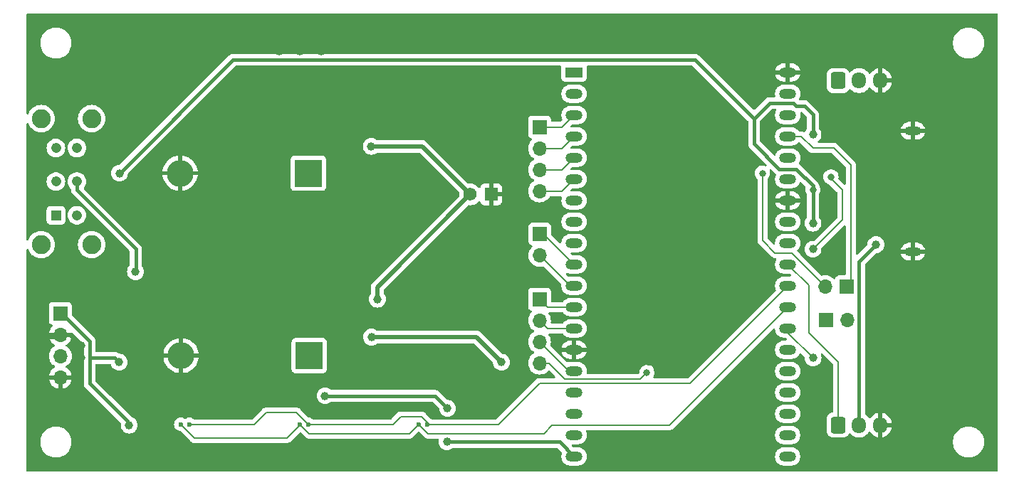
<source format=gbr>
%TF.GenerationSoftware,KiCad,Pcbnew,8.0.8*%
%TF.CreationDate,2025-03-18T22:09:40-04:00*%
%TF.ProjectId,pcb v4,70636220-7634-42e6-9b69-6361645f7063,rev?*%
%TF.SameCoordinates,Original*%
%TF.FileFunction,Copper,L2,Bot*%
%TF.FilePolarity,Positive*%
%FSLAX46Y46*%
G04 Gerber Fmt 4.6, Leading zero omitted, Abs format (unit mm)*
G04 Created by KiCad (PCBNEW 8.0.8) date 2025-03-18 22:09:40*
%MOMM*%
%LPD*%
G01*
G04 APERTURE LIST*
G04 Aperture macros list*
%AMRoundRect*
0 Rectangle with rounded corners*
0 $1 Rounding radius*
0 $2 $3 $4 $5 $6 $7 $8 $9 X,Y pos of 4 corners*
0 Add a 4 corners polygon primitive as box body*
4,1,4,$2,$3,$4,$5,$6,$7,$8,$9,$2,$3,0*
0 Add four circle primitives for the rounded corners*
1,1,$1+$1,$2,$3*
1,1,$1+$1,$4,$5*
1,1,$1+$1,$6,$7*
1,1,$1+$1,$8,$9*
0 Add four rect primitives between the rounded corners*
20,1,$1+$1,$2,$3,$4,$5,0*
20,1,$1+$1,$4,$5,$6,$7,0*
20,1,$1+$1,$6,$7,$8,$9,0*
20,1,$1+$1,$8,$9,$2,$3,0*%
G04 Aperture macros list end*
%TA.AperFunction,ComponentPad*%
%ADD10R,1.700000X1.700000*%
%TD*%
%TA.AperFunction,ComponentPad*%
%ADD11O,1.700000X1.700000*%
%TD*%
%TA.AperFunction,ComponentPad*%
%ADD12R,2.000000X1.200000*%
%TD*%
%TA.AperFunction,ComponentPad*%
%ADD13O,2.000000X1.200000*%
%TD*%
%TA.AperFunction,ComponentPad*%
%ADD14R,1.208000X1.208000*%
%TD*%
%TA.AperFunction,ComponentPad*%
%ADD15C,1.208000*%
%TD*%
%TA.AperFunction,ComponentPad*%
%ADD16C,2.250000*%
%TD*%
%TA.AperFunction,ComponentPad*%
%ADD17RoundRect,0.250000X-0.600000X-0.725000X0.600000X-0.725000X0.600000X0.725000X-0.600000X0.725000X0*%
%TD*%
%TA.AperFunction,ComponentPad*%
%ADD18O,1.700000X1.950000*%
%TD*%
%TA.AperFunction,ComponentPad*%
%ADD19C,1.575000*%
%TD*%
%TA.AperFunction,ComponentPad*%
%ADD20R,1.575000X1.575000*%
%TD*%
%TA.AperFunction,ComponentPad*%
%ADD21R,3.200000X3.200000*%
%TD*%
%TA.AperFunction,ComponentPad*%
%ADD22O,3.200000X3.200000*%
%TD*%
%TA.AperFunction,ComponentPad*%
%ADD23O,1.900000X1.100000*%
%TD*%
%TA.AperFunction,ViaPad*%
%ADD24C,0.600000*%
%TD*%
%TA.AperFunction,ViaPad*%
%ADD25C,1.000000*%
%TD*%
%TA.AperFunction,ViaPad*%
%ADD26C,0.800000*%
%TD*%
%TA.AperFunction,Conductor*%
%ADD27C,0.500000*%
%TD*%
%TA.AperFunction,Conductor*%
%ADD28C,0.400000*%
%TD*%
%TA.AperFunction,Conductor*%
%ADD29C,0.200000*%
%TD*%
G04 APERTURE END LIST*
D10*
%TO.P,J16,1,Pin_1*%
%TO.N,/Boot0*%
X230025000Y-72000000D03*
D11*
%TO.P,J16,2,Pin_2*%
%TO.N,/Boot2*%
X232565000Y-72000000D03*
%TD*%
D10*
%TO.P,J6,1,Pin_1*%
%TO.N,/TX*%
X232500000Y-68000000D03*
D11*
%TO.P,J6,2,Pin_2*%
%TO.N,/RX*%
X229960000Y-68000000D03*
%TD*%
D12*
%TO.P,U3,1,3V3*%
%TO.N,Net-(U3-3V3)*%
X200100000Y-42500000D03*
D13*
%TO.P,U3,2,CHIP_PU*%
%TO.N,Net-(U3-CHIP_PU)*%
X200100000Y-45040000D03*
%TO.P,U3,3,SENSOR_VP/GPIO36/ADC1_CH0*%
%TO.N,/ADC1_CH0*%
X200100000Y-47580000D03*
%TO.P,U3,4,SENSOR_VN/GPIO39/ADC1_CH3*%
%TO.N,/ADC1_CH3*%
X200100000Y-50120000D03*
%TO.P,U3,5,VDET_1/GPIO34/ADC1_CH6*%
%TO.N,/ADC1_CH6*%
X200100000Y-52660000D03*
%TO.P,U3,6,VDET_2/GPIO35/ADC1_CH7*%
%TO.N,/ADC1_CH7*%
X200100000Y-55200000D03*
%TO.P,U3,7,32K_XP/GPIO32/ADC1_CH4*%
%TO.N,SDA1*%
X200100000Y-57740000D03*
%TO.P,U3,8,32K_XN/GPIO33/ADC1_CH5*%
%TO.N,SCL1*%
X200100000Y-60280000D03*
%TO.P,U3,9,DAC_1/ADC2_CH8/GPIO25*%
%TO.N,Net-(J7-CD)*%
X200100000Y-62820000D03*
%TO.P,U3,10,DAC_2/ADC2_CH9/GPIO26*%
%TO.N,/DAC1*%
X200100000Y-65360000D03*
%TO.P,U3,11,ADC2_CH7/GPIO27*%
%TO.N,/DAC2*%
X200100000Y-67900000D03*
%TO.P,U3,12,MTMS/GPIO14/ADC2_CH6*%
%TO.N,/GPIO14*%
X200100000Y-70440000D03*
%TO.P,U3,13,MTDI/GPIO12/ADC2_CH5*%
%TO.N,/GPIO12*%
X200100000Y-72980000D03*
%TO.P,U3,14,GND*%
%TO.N,GND*%
X200100000Y-75520000D03*
%TO.P,U3,15,MTCK/GPIO13/ADC2_CH4*%
%TO.N,/GPIO13*%
X200100000Y-78060000D03*
%TO.P,U3,16,SD_DATA2/GPIO9*%
%TO.N,unconnected-(U3-SD_DATA2{slash}GPIO9-Pad16)*%
X200100000Y-80600000D03*
%TO.P,U3,17,SD_DATA3/GPIO10*%
%TO.N,unconnected-(U3-SD_DATA3{slash}GPIO10-Pad17)*%
X200100000Y-83140000D03*
%TO.P,U3,18,CMD*%
%TO.N,unconnected-(U3-CMD-Pad18)*%
X200100000Y-85680000D03*
%TO.P,U3,19,5V*%
%TO.N,5V*%
X200100000Y-88220000D03*
%TO.P,U3,20,SD_CLK/GPIO6*%
%TO.N,unconnected-(U3-SD_CLK{slash}GPIO6-Pad20)*%
X225496320Y-88217280D03*
%TO.P,U3,21,SD_DATA0/GPIO7*%
%TO.N,unconnected-(U3-SD_DATA0{slash}GPIO7-Pad21)*%
X225496320Y-85677280D03*
%TO.P,U3,22,SD_DATA1/GPIO8*%
%TO.N,unconnected-(U3-SD_DATA1{slash}GPIO8-Pad22)*%
X225500000Y-83140000D03*
%TO.P,U3,23,MTDO/GPIO15/ADC2_CH3*%
%TO.N,/GPIO15*%
X225500000Y-80600000D03*
%TO.P,U3,24,ADC2_CH2/GPIO2*%
%TO.N,/Boot2*%
X225500000Y-78060000D03*
%TO.P,U3,25,GPIO0/BOOT/ADC2_CH1*%
%TO.N,/Boot0*%
X225500000Y-75520000D03*
%TO.P,U3,26,ADC2_CH0/GPIO4*%
%TO.N,/GPIO04*%
X225500000Y-72980000D03*
%TO.P,U3,27,GPIO16*%
%TO.N,SDA2*%
X225500000Y-70440000D03*
%TO.P,U3,28,GPIO17*%
%TO.N,SCL2*%
X225500000Y-67900000D03*
%TO.P,U3,29,GPIO5*%
%TO.N,Net-(J4-Pin_1)*%
X225500000Y-65360000D03*
%TO.P,U3,30,GPIO18*%
%TO.N,Net-(J7-CD{slash}DAT3)*%
X225500000Y-62820000D03*
%TO.P,U3,31,GPIO19*%
%TO.N,Net-(J7-DAT0{slash}RCLK+)*%
X225500000Y-60280000D03*
%TO.P,U3,32,GND*%
%TO.N,GND*%
X225500000Y-57740000D03*
%TO.P,U3,33,GPIO21*%
%TO.N,Net-(J7-CLK)*%
X225500000Y-55200000D03*
%TO.P,U3,34,U0RXD/GPIO3*%
%TO.N,/RX*%
X225500000Y-52660000D03*
%TO.P,U3,35,U0TXD/GPIO1*%
%TO.N,/TX*%
X225500000Y-50120000D03*
%TO.P,U3,36,GPIO22*%
%TO.N,Net-(J7-CMD)*%
X225500000Y-47580000D03*
%TO.P,U3,37,GPIO23*%
%TO.N,Net-(J5-Pin_1)*%
X225500000Y-45040000D03*
%TO.P,U3,38,GND*%
%TO.N,GND*%
X225500000Y-42500000D03*
%TD*%
D14*
%TO.P,S1,1*%
%TO.N,5V*%
X138500000Y-59500000D03*
D15*
%TO.P,S1,4*%
%TO.N,3V3*%
X141000000Y-59500000D03*
%TO.P,S1,2*%
%TO.N,5V0*%
X138500000Y-55500000D03*
%TO.P,S1,5*%
%TO.N,3V30*%
X141000000Y-55500000D03*
%TO.P,S1,3*%
%TO.N,unconnected-(S1-Pad3)*%
X138500000Y-51500000D03*
%TO.P,S1,6*%
%TO.N,unconnected-(S1-Pad6)*%
X141000000Y-51500000D03*
D16*
%TO.P,S1,SH1*%
%TO.N,N/C*%
X136750000Y-63000000D03*
%TO.P,S1,SH4*%
X142750000Y-63000000D03*
%TO.P,S1,SH2*%
X136750000Y-48000000D03*
%TO.P,S1,SH3*%
X142750000Y-48000000D03*
%TD*%
D10*
%TO.P,J15,1,Pin_1*%
%TO.N,/GPIO14*%
X196000000Y-69500000D03*
D11*
%TO.P,J15,2,Pin_2*%
%TO.N,/GPIO12*%
X196000000Y-72040000D03*
%TO.P,J15,3,Pin_3*%
%TO.N,/GPIO13*%
X196000000Y-74580000D03*
%TO.P,J15,4,Pin_4*%
%TO.N,/GPIO15*%
X196000000Y-77120000D03*
%TD*%
%TO.P,J12,4,Pin_4*%
%TO.N,GND*%
X139025000Y-78820000D03*
%TO.P,J12,3,Pin_3*%
%TO.N,3V3*%
X139025000Y-76280000D03*
%TO.P,J12,2,Pin_2*%
%TO.N,GND*%
X139025000Y-73740000D03*
D10*
%TO.P,J12,1,Pin_1*%
%TO.N,5V*%
X139025000Y-71200000D03*
%TD*%
%TO.P,J9,1,Pin_1*%
%TO.N,/DAC1*%
X196025000Y-61750000D03*
D11*
%TO.P,J9,2,Pin_2*%
%TO.N,/DAC2*%
X196025000Y-64290000D03*
%TD*%
D10*
%TO.P,J8,1,Pin_1*%
%TO.N,/ADC1_CH0*%
X196000000Y-49000000D03*
D11*
%TO.P,J8,2,Pin_2*%
%TO.N,/ADC1_CH3*%
X196000000Y-51540000D03*
%TO.P,J8,3,Pin_3*%
%TO.N,/ADC1_CH6*%
X196000000Y-54080000D03*
%TO.P,J8,4,Pin_4*%
%TO.N,/ADC1_CH7*%
X196000000Y-56620000D03*
%TD*%
D17*
%TO.P,J5,1,Pin_1*%
%TO.N,Net-(J5-Pin_1)*%
X231500000Y-43475000D03*
D18*
%TO.P,J5,2,Pin_2*%
%TO.N,Net-(J4-Pin_2)*%
X234000000Y-43475000D03*
%TO.P,J5,3,Pin_3*%
%TO.N,GND*%
X236500000Y-43475000D03*
%TD*%
D17*
%TO.P,J4,1,Pin_1*%
%TO.N,Net-(J4-Pin_1)*%
X231500000Y-84475000D03*
D18*
%TO.P,J4,2,Pin_2*%
%TO.N,Net-(J4-Pin_2)*%
X234000000Y-84475000D03*
%TO.P,J4,3,Pin_3*%
%TO.N,GND*%
X236500000Y-84475000D03*
%TD*%
D19*
%TO.P,J1,2,2*%
%TO.N,BTRY*%
X187750000Y-57025000D03*
D20*
%TO.P,J1,1,1*%
%TO.N,GND*%
X190250000Y-57025000D03*
%TD*%
D21*
%TO.P,D3,1,K*%
%TO.N,Net-(D3-K)*%
X168620000Y-76225000D03*
D22*
%TO.P,D3,2,A*%
%TO.N,GND*%
X153380000Y-76225000D03*
%TD*%
%TO.P,D2,2,A*%
%TO.N,GND*%
X153260000Y-54500000D03*
D21*
%TO.P,D2,1,K*%
%TO.N,Net-(D2-K)*%
X168500000Y-54500000D03*
%TD*%
D23*
%TO.P,J7,P13,COVER_GND__3*%
%TO.N,GND*%
X240400000Y-63844250D03*
%TO.P,J7,P12,COVER_GND__2*%
X240400000Y-49444250D03*
%TD*%
D24*
%TO.N,GND*%
X230650000Y-58544250D03*
D25*
X198000000Y-59500000D03*
X194500000Y-67000000D03*
X232500000Y-48000000D03*
X232500000Y-51500000D03*
X236000000Y-53000000D03*
X223000000Y-50500000D03*
X223000000Y-49000000D03*
X224000000Y-59000000D03*
X224000000Y-56500000D03*
X162000000Y-82500000D03*
X153000000Y-89000000D03*
X167000000Y-89000000D03*
X181500000Y-89000000D03*
X189000000Y-45000000D03*
X155000000Y-41000000D03*
X155500000Y-49500000D03*
X140000000Y-44500000D03*
X136500000Y-54500000D03*
X142000000Y-82500000D03*
X176500000Y-82500000D03*
X154500000Y-71500000D03*
X181000000Y-72000000D03*
X217000000Y-85500000D03*
X209000000Y-66500000D03*
X215000000Y-70500000D03*
X238000000Y-77000000D03*
X249000000Y-79000000D03*
X248000000Y-57000000D03*
X243500000Y-44500000D03*
X237000000Y-37500000D03*
X227500000Y-38000000D03*
X207500000Y-53500000D03*
X200500000Y-38500000D03*
X216500000Y-47000000D03*
X212500000Y-55500000D03*
X190500000Y-68000000D03*
X194000000Y-59500000D03*
X192500000Y-60500000D03*
X190000000Y-63500000D03*
X170000000Y-66000000D03*
X170000000Y-69000000D03*
X167500000Y-69000000D03*
X165000000Y-69000000D03*
X165000000Y-66000000D03*
X165000000Y-63500000D03*
X167500000Y-63500000D03*
X170000000Y-63500000D03*
X167575000Y-66000000D03*
X165000000Y-46500000D03*
X167500000Y-46500000D03*
X170000000Y-46500000D03*
X170000000Y-43000000D03*
X165000000Y-43000000D03*
X165000000Y-40000000D03*
X167500000Y-40000000D03*
X170000000Y-40000000D03*
X167575000Y-43275000D03*
X136500000Y-74000000D03*
X141500000Y-75000000D03*
X141500000Y-76500000D03*
%TO.N,3V3*%
X185062500Y-82500000D03*
X170500000Y-81000000D03*
D26*
%TO.N,/GPIO15*%
X208750000Y-78250000D03*
%TO.N,/RX*%
X222500000Y-54500000D03*
D25*
%TO.N,Net-(J7-CD{slash}DAT3)*%
X228500000Y-63550000D03*
D26*
X230650000Y-54944250D03*
%TO.N,3V3*%
X228500000Y-56500000D03*
D25*
X228500000Y-60450000D03*
X228500000Y-49900000D03*
X146057500Y-54500000D03*
%TO.N,/GPIO04*%
X228512500Y-76500000D03*
%TO.N,5V*%
X185000000Y-86500000D03*
D24*
%TO.N,SCL2*%
X182650000Y-84401500D03*
%TO.N,SDA2*%
X181649999Y-84401500D03*
%TO.N,SCL2*%
X168500000Y-84401500D03*
%TO.N,SDA2*%
X167499999Y-84401500D03*
%TO.N,SCL2*%
X154350001Y-84401500D03*
%TO.N,SDA2*%
X153350000Y-84401500D03*
D25*
%TO.N,3V30*%
X147950000Y-66225000D03*
%TO.N,5V*%
X146012500Y-77000000D03*
%TO.N,BTRY*%
X176725000Y-69500000D03*
X191475000Y-77000000D03*
X176012500Y-74012500D03*
%TO.N,5V*%
X147212500Y-84500000D03*
%TO.N,Net-(J4-Pin_2)*%
X236000000Y-63000000D03*
%TO.N,BTRY*%
X176000000Y-51300000D03*
%TD*%
D27*
%TO.N,GND*%
X138765000Y-74000000D02*
X136500000Y-74000000D01*
X139025000Y-73740000D02*
X138765000Y-74000000D01*
X140240000Y-73740000D02*
X141500000Y-75000000D01*
X139025000Y-73740000D02*
X140240000Y-73740000D01*
D28*
%TO.N,3V3*%
X183562500Y-81000000D02*
X185062500Y-82500000D01*
X170500000Y-81000000D02*
X183562500Y-81000000D01*
%TO.N,Net-(J4-Pin_2)*%
X234000000Y-65000000D02*
X234000000Y-84475000D01*
X236000000Y-63000000D02*
X234000000Y-65000000D01*
D29*
%TO.N,/GPIO15*%
X208750000Y-78250000D02*
X209000000Y-78000000D01*
X199000000Y-79000000D02*
X208000000Y-79000000D01*
X208000000Y-79000000D02*
X208750000Y-78250000D01*
X196000000Y-77120000D02*
X197120000Y-77120000D01*
X197120000Y-77120000D02*
X199000000Y-79000000D01*
%TO.N,/ADC1_CH0*%
X198680000Y-49000000D02*
X200100000Y-47580000D01*
X196000000Y-49000000D02*
X198680000Y-49000000D01*
%TO.N,/ADC1_CH3*%
X198680000Y-51540000D02*
X200100000Y-50120000D01*
X196000000Y-51540000D02*
X198680000Y-51540000D01*
%TO.N,/ADC1_CH6*%
X198680000Y-54080000D02*
X200100000Y-52660000D01*
X196000000Y-54080000D02*
X198680000Y-54080000D01*
%TO.N,/ADC1_CH7*%
X198680000Y-56620000D02*
X200100000Y-55200000D01*
X196000000Y-56620000D02*
X198680000Y-56620000D01*
%TO.N,/DAC1*%
X196490000Y-61750000D02*
X200100000Y-65360000D01*
X196025000Y-61750000D02*
X196490000Y-61750000D01*
%TO.N,/DAC2*%
X199635000Y-67900000D02*
X200100000Y-67900000D01*
X196025000Y-64290000D02*
X199635000Y-67900000D01*
%TO.N,/GPIO14*%
X196940000Y-70440000D02*
X200100000Y-70440000D01*
X196000000Y-69500000D02*
X196940000Y-70440000D01*
%TO.N,/GPIO12*%
X196940000Y-72980000D02*
X200100000Y-72980000D01*
X196000000Y-72040000D02*
X196940000Y-72980000D01*
%TO.N,/GPIO13*%
X199480000Y-78060000D02*
X200100000Y-78060000D01*
X196000000Y-74580000D02*
X199480000Y-78060000D01*
%TO.N,/TX*%
X233000000Y-67500000D02*
X232500000Y-68000000D01*
X233000000Y-53500000D02*
X233000000Y-67500000D01*
X231000000Y-51500000D02*
X233000000Y-53500000D01*
X228500000Y-51500000D02*
X231000000Y-51500000D01*
X227120000Y-50120000D02*
X228500000Y-51500000D01*
X225500000Y-50120000D02*
X227120000Y-50120000D01*
%TO.N,/RX*%
X226000000Y-64000000D02*
X224000000Y-64000000D01*
X226500000Y-64500000D02*
X226000000Y-64000000D01*
X222500000Y-62500000D02*
X222500000Y-54500000D01*
X226500000Y-64540000D02*
X226500000Y-64500000D01*
X229960000Y-68000000D02*
X226500000Y-64540000D01*
X224000000Y-64000000D02*
X222500000Y-62500000D01*
%TO.N,Net-(J7-CD{slash}DAT3)*%
X230650000Y-55150000D02*
X230650000Y-54944250D01*
X232000000Y-56500000D02*
X230650000Y-55150000D01*
X232000000Y-60050000D02*
X232000000Y-56500000D01*
X228500000Y-63550000D02*
X232000000Y-60050000D01*
D28*
%TO.N,3V3*%
X228500000Y-60450000D02*
X228500000Y-56500000D01*
X228500000Y-56500000D02*
X228500000Y-56000000D01*
X226140000Y-46140000D02*
X223360000Y-46140000D01*
X226500000Y-46500000D02*
X226140000Y-46140000D01*
X223360000Y-46140000D02*
X221500000Y-48000000D01*
X227500000Y-46500000D02*
X226500000Y-46500000D01*
X228500000Y-47500000D02*
X227500000Y-46500000D01*
X228500000Y-49900000D02*
X228500000Y-47500000D01*
X224500000Y-54000000D02*
X221500000Y-51000000D01*
X221500000Y-51000000D02*
X221500000Y-48000000D01*
X226500000Y-54000000D02*
X224500000Y-54000000D01*
X228500000Y-56000000D02*
X226500000Y-54000000D01*
X214500000Y-41000000D02*
X221500000Y-48000000D01*
X159557500Y-41000000D02*
X214500000Y-41000000D01*
X146057500Y-54500000D02*
X159557500Y-41000000D01*
D29*
%TO.N,/GPIO04*%
X225500000Y-73487500D02*
X228512500Y-76500000D01*
X225500000Y-72980000D02*
X225500000Y-73487500D01*
D28*
%TO.N,5V*%
X198380000Y-86500000D02*
X200100000Y-88220000D01*
X185000000Y-86500000D02*
X198380000Y-86500000D01*
D29*
%TO.N,SCL2*%
X213900000Y-79500000D02*
X225500000Y-67900000D01*
X196000000Y-79500000D02*
X213900000Y-79500000D01*
X191098500Y-84401500D02*
X196000000Y-79500000D01*
X182650000Y-84401500D02*
X191098500Y-84401500D01*
%TO.N,SDA2*%
X211440000Y-84500000D02*
X225500000Y-70440000D01*
X197500000Y-84500000D02*
X211440000Y-84500000D01*
X182748499Y-85500000D02*
X196500000Y-85500000D01*
X181649999Y-84401500D02*
X182748499Y-85500000D01*
X196500000Y-85500000D02*
X197500000Y-84500000D01*
%TO.N,SCL2*%
X178598500Y-84401500D02*
X179500000Y-83500000D01*
X168500000Y-84401500D02*
X178598500Y-84401500D01*
X179500000Y-83500000D02*
X182000000Y-83500000D01*
X182000000Y-83500000D02*
X182650000Y-84150000D01*
X182650000Y-84150000D02*
X182650000Y-84401500D01*
%TO.N,SDA2*%
X181598500Y-84401500D02*
X181649999Y-84401500D01*
X180500000Y-85500000D02*
X181598500Y-84401500D01*
X168598499Y-85500000D02*
X180500000Y-85500000D01*
X167499999Y-84401500D02*
X168598499Y-85500000D01*
%TO.N,SCL2*%
X167098500Y-83000000D02*
X168500000Y-84401500D01*
X163500000Y-83000000D02*
X167098500Y-83000000D01*
X162098500Y-84401500D02*
X163500000Y-83000000D01*
X154350001Y-84401500D02*
X162098500Y-84401500D01*
%TO.N,SDA2*%
X166000000Y-86000000D02*
X167499999Y-84500001D01*
X154948500Y-86000000D02*
X166000000Y-86000000D01*
X167499999Y-84500001D02*
X167499999Y-84401500D01*
X153350000Y-84401500D02*
X154948500Y-86000000D01*
D28*
%TO.N,3V30*%
X148000000Y-66175000D02*
X147950000Y-66225000D01*
X148000000Y-63500000D02*
X148000000Y-66175000D01*
X141000000Y-56500000D02*
X148000000Y-63500000D01*
X141000000Y-55500000D02*
X141000000Y-56500000D01*
%TO.N,5V*%
X145512500Y-76500000D02*
X142500000Y-76500000D01*
X146012500Y-77000000D02*
X145512500Y-76500000D01*
X142500000Y-76500000D02*
X142500000Y-79500000D01*
X142500000Y-74500000D02*
X142500000Y-76500000D01*
D27*
%TO.N,BTRY*%
X176725000Y-68050000D02*
X187750000Y-57025000D01*
X176725000Y-69500000D02*
X176725000Y-68050000D01*
X188487500Y-74012500D02*
X191475000Y-77000000D01*
X176012500Y-74012500D02*
X188487500Y-74012500D01*
D28*
%TO.N,5V*%
X142500000Y-79500000D02*
X147000000Y-84000000D01*
X147000000Y-84000000D02*
X147000000Y-84287500D01*
X139200000Y-71200000D02*
X142500000Y-74500000D01*
X147000000Y-84287500D02*
X147212500Y-84500000D01*
X139025000Y-71200000D02*
X139200000Y-71200000D01*
D29*
%TO.N,Net-(J4-Pin_1)*%
X228000000Y-67860000D02*
X225500000Y-65360000D01*
X228000000Y-73500000D02*
X228000000Y-67860000D01*
X231500000Y-77000000D02*
X228000000Y-73500000D01*
X231500000Y-84475000D02*
X231500000Y-77000000D01*
D27*
%TO.N,BTRY*%
X182025000Y-51300000D02*
X187750000Y-57025000D01*
X176000000Y-51300000D02*
X182025000Y-51300000D01*
%TD*%
%TA.AperFunction,Conductor*%
%TO.N,GND*%
G36*
X224106363Y-46860185D02*
G01*
X224152118Y-46912989D01*
X224162062Y-46982147D01*
X224149809Y-47020794D01*
X224080129Y-47157549D01*
X224026597Y-47322302D01*
X223999500Y-47493389D01*
X223999500Y-47666610D01*
X224019431Y-47792454D01*
X224026598Y-47837701D01*
X224080127Y-48002445D01*
X224158768Y-48156788D01*
X224260586Y-48296928D01*
X224383072Y-48419414D01*
X224523212Y-48521232D01*
X224677555Y-48599873D01*
X224842299Y-48653402D01*
X225013389Y-48680500D01*
X225013390Y-48680500D01*
X225986610Y-48680500D01*
X225986611Y-48680500D01*
X226157701Y-48653402D01*
X226322445Y-48599873D01*
X226476788Y-48521232D01*
X226616928Y-48419414D01*
X226739414Y-48296928D01*
X226841232Y-48156788D01*
X226919873Y-48002445D01*
X226973402Y-47837701D01*
X227000500Y-47666611D01*
X227000500Y-47493389D01*
X226976823Y-47343898D01*
X226985778Y-47274604D01*
X227030774Y-47221152D01*
X227097525Y-47200513D01*
X227099296Y-47200500D01*
X227158481Y-47200500D01*
X227225520Y-47220185D01*
X227246162Y-47236819D01*
X227763181Y-47753838D01*
X227796666Y-47815161D01*
X227799500Y-47841519D01*
X227799500Y-49132096D01*
X227779815Y-49199135D01*
X227771353Y-49210761D01*
X227664090Y-49341460D01*
X227664086Y-49341467D01*
X227571185Y-49515273D01*
X227568856Y-49520897D01*
X227566881Y-49520079D01*
X227533867Y-49570433D01*
X227470048Y-49598875D01*
X227400984Y-49588299D01*
X227391534Y-49583372D01*
X227351785Y-49560423D01*
X227199057Y-49519499D01*
X227040943Y-49519499D01*
X227033347Y-49519499D01*
X227033331Y-49519500D01*
X226887185Y-49519500D01*
X226820146Y-49499815D01*
X226786867Y-49468386D01*
X226739414Y-49403072D01*
X226616928Y-49280586D01*
X226476788Y-49178768D01*
X226322445Y-49100127D01*
X226157701Y-49046598D01*
X226157699Y-49046597D01*
X226157698Y-49046597D01*
X226026271Y-49025781D01*
X225986611Y-49019500D01*
X225013389Y-49019500D01*
X224973728Y-49025781D01*
X224842302Y-49046597D01*
X224677552Y-49100128D01*
X224523211Y-49178768D01*
X224443256Y-49236859D01*
X224383072Y-49280586D01*
X224383070Y-49280588D01*
X224383069Y-49280588D01*
X224260588Y-49403069D01*
X224260588Y-49403070D01*
X224260586Y-49403072D01*
X224259572Y-49404468D01*
X224158768Y-49543211D01*
X224080128Y-49697552D01*
X224026597Y-49862302D01*
X223999500Y-50033389D01*
X223999500Y-50206610D01*
X224026129Y-50374744D01*
X224026598Y-50377701D01*
X224076023Y-50529815D01*
X224080128Y-50542447D01*
X224117001Y-50614814D01*
X224158768Y-50696788D01*
X224260586Y-50836928D01*
X224383072Y-50959414D01*
X224523212Y-51061232D01*
X224677555Y-51139873D01*
X224842299Y-51193402D01*
X225013389Y-51220500D01*
X225013390Y-51220500D01*
X225986610Y-51220500D01*
X225986611Y-51220500D01*
X226157701Y-51193402D01*
X226322445Y-51139873D01*
X226476788Y-51061232D01*
X226616928Y-50959414D01*
X226739414Y-50836928D01*
X226758554Y-50810583D01*
X226813884Y-50767918D01*
X226883497Y-50761939D01*
X226945292Y-50794545D01*
X226946548Y-50795783D01*
X228131284Y-51980520D01*
X228131286Y-51980521D01*
X228131290Y-51980524D01*
X228268209Y-52059573D01*
X228268216Y-52059577D01*
X228420943Y-52100501D01*
X228420945Y-52100501D01*
X228586654Y-52100501D01*
X228586670Y-52100500D01*
X230699903Y-52100500D01*
X230766942Y-52120185D01*
X230787584Y-52136819D01*
X232363181Y-53712416D01*
X232396666Y-53773739D01*
X232399500Y-53800097D01*
X232399500Y-55750903D01*
X232379815Y-55817942D01*
X232327011Y-55863697D01*
X232257853Y-55873641D01*
X232194297Y-55844616D01*
X232187819Y-55838584D01*
X231572366Y-55223131D01*
X231538881Y-55161808D01*
X231536726Y-55122493D01*
X231555460Y-54944250D01*
X231535674Y-54755994D01*
X231477179Y-54575966D01*
X231382533Y-54412034D01*
X231255871Y-54271362D01*
X231226469Y-54250000D01*
X231102734Y-54160101D01*
X231102729Y-54160098D01*
X230929807Y-54083107D01*
X230929802Y-54083105D01*
X230784001Y-54052115D01*
X230744646Y-54043750D01*
X230555354Y-54043750D01*
X230522897Y-54050648D01*
X230370197Y-54083105D01*
X230370192Y-54083107D01*
X230197270Y-54160098D01*
X230197265Y-54160101D01*
X230044129Y-54271361D01*
X229917466Y-54412035D01*
X229822821Y-54575965D01*
X229822818Y-54575972D01*
X229765392Y-54752712D01*
X229764326Y-54755994D01*
X229744540Y-54944250D01*
X229764326Y-55132506D01*
X229764327Y-55132509D01*
X229822818Y-55312527D01*
X229822821Y-55312534D01*
X229917467Y-55476466D01*
X229986791Y-55553458D01*
X230044129Y-55617138D01*
X230197265Y-55728398D01*
X230197270Y-55728401D01*
X230344940Y-55794149D01*
X230370197Y-55805394D01*
X230443436Y-55820961D01*
X230504915Y-55854151D01*
X230505334Y-55854569D01*
X231363181Y-56712416D01*
X231396666Y-56773739D01*
X231399500Y-56800097D01*
X231399500Y-59749902D01*
X231379815Y-59816941D01*
X231363181Y-59837583D01*
X228683579Y-62517184D01*
X228622256Y-62550669D01*
X228583746Y-62552906D01*
X228500001Y-62544659D01*
X228500000Y-62544659D01*
X228303870Y-62563975D01*
X228115266Y-62621188D01*
X227941467Y-62714086D01*
X227941460Y-62714090D01*
X227789116Y-62839116D01*
X227664090Y-62991460D01*
X227664086Y-62991467D01*
X227571188Y-63165266D01*
X227513975Y-63353870D01*
X227494659Y-63550000D01*
X227513975Y-63746129D01*
X227527331Y-63790157D01*
X227569391Y-63928811D01*
X227571188Y-63934733D01*
X227664086Y-64108532D01*
X227664090Y-64108539D01*
X227789116Y-64260883D01*
X227941460Y-64385909D01*
X227941467Y-64385913D01*
X228115266Y-64478811D01*
X228115269Y-64478811D01*
X228115273Y-64478814D01*
X228303868Y-64536024D01*
X228500000Y-64555341D01*
X228696132Y-64536024D01*
X228884727Y-64478814D01*
X229058538Y-64385910D01*
X229210883Y-64260883D01*
X229335910Y-64108538D01*
X229382362Y-64021632D01*
X229428811Y-63934733D01*
X229428811Y-63934732D01*
X229428814Y-63934727D01*
X229486024Y-63746132D01*
X229505341Y-63550000D01*
X229497092Y-63466252D01*
X229510110Y-63397609D01*
X229532811Y-63366422D01*
X232187819Y-60711415D01*
X232249142Y-60677930D01*
X232318834Y-60682914D01*
X232374767Y-60724786D01*
X232399184Y-60790250D01*
X232399500Y-60799096D01*
X232399500Y-66525500D01*
X232379815Y-66592539D01*
X232327011Y-66638294D01*
X232275500Y-66649500D01*
X231602129Y-66649500D01*
X231602123Y-66649501D01*
X231542516Y-66655908D01*
X231407671Y-66706202D01*
X231407664Y-66706206D01*
X231292455Y-66792452D01*
X231292452Y-66792455D01*
X231206206Y-66907664D01*
X231206203Y-66907669D01*
X231157189Y-67039083D01*
X231115317Y-67095016D01*
X231049853Y-67119433D01*
X230981580Y-67104581D01*
X230953326Y-67083430D01*
X230831402Y-66961506D01*
X230831395Y-66961501D01*
X230637834Y-66825967D01*
X230637830Y-66825965D01*
X230608013Y-66812061D01*
X230423663Y-66726097D01*
X230423659Y-66726096D01*
X230423655Y-66726094D01*
X230195413Y-66664938D01*
X230195403Y-66664936D01*
X229960001Y-66644341D01*
X229959999Y-66644341D01*
X229724596Y-66664936D01*
X229724583Y-66664939D01*
X229596241Y-66699327D01*
X229526392Y-66697664D01*
X229476468Y-66667233D01*
X227046705Y-64237470D01*
X227027000Y-64211790D01*
X226980520Y-64131284D01*
X226650468Y-63801233D01*
X226616984Y-63739911D01*
X226621968Y-63670220D01*
X226650465Y-63625876D01*
X226739414Y-63536928D01*
X226841232Y-63396788D01*
X226919873Y-63242445D01*
X226973402Y-63077701D01*
X227000500Y-62906611D01*
X227000500Y-62733389D01*
X226973402Y-62562299D01*
X226919873Y-62397555D01*
X226841232Y-62243212D01*
X226739414Y-62103072D01*
X226616928Y-61980586D01*
X226476788Y-61878768D01*
X226322445Y-61800127D01*
X226157701Y-61746598D01*
X226157699Y-61746597D01*
X226157698Y-61746597D01*
X226026271Y-61725781D01*
X225986611Y-61719500D01*
X225013389Y-61719500D01*
X224973728Y-61725781D01*
X224842302Y-61746597D01*
X224677552Y-61800128D01*
X224523211Y-61878768D01*
X224443256Y-61936859D01*
X224383072Y-61980586D01*
X224383070Y-61980588D01*
X224383069Y-61980588D01*
X224260588Y-62103069D01*
X224260588Y-62103070D01*
X224260586Y-62103072D01*
X224216859Y-62163256D01*
X224158768Y-62243211D01*
X224080128Y-62397552D01*
X224026597Y-62562302D01*
X223999500Y-62733389D01*
X223999500Y-62850903D01*
X223979815Y-62917942D01*
X223927011Y-62963697D01*
X223857853Y-62973641D01*
X223794297Y-62944616D01*
X223787819Y-62938584D01*
X223136819Y-62287584D01*
X223103334Y-62226261D01*
X223100500Y-62199903D01*
X223100500Y-60193389D01*
X223999500Y-60193389D01*
X223999500Y-60366610D01*
X224025460Y-60530521D01*
X224026598Y-60537701D01*
X224080127Y-60702445D01*
X224158768Y-60856788D01*
X224260586Y-60996928D01*
X224383072Y-61119414D01*
X224523212Y-61221232D01*
X224677555Y-61299873D01*
X224842299Y-61353402D01*
X225013389Y-61380500D01*
X225013390Y-61380500D01*
X225986610Y-61380500D01*
X225986611Y-61380500D01*
X226157701Y-61353402D01*
X226322445Y-61299873D01*
X226476788Y-61221232D01*
X226616928Y-61119414D01*
X226739414Y-60996928D01*
X226841232Y-60856788D01*
X226919873Y-60702445D01*
X226973402Y-60537701D01*
X227000500Y-60366611D01*
X227000500Y-60193389D01*
X226973402Y-60022299D01*
X226919873Y-59857555D01*
X226841232Y-59703212D01*
X226739414Y-59563072D01*
X226616928Y-59440586D01*
X226476788Y-59338768D01*
X226322445Y-59260127D01*
X226157701Y-59206598D01*
X226157699Y-59206597D01*
X226157698Y-59206597D01*
X226026271Y-59185781D01*
X225986611Y-59179500D01*
X225013389Y-59179500D01*
X224973728Y-59185781D01*
X224842302Y-59206597D01*
X224677552Y-59260128D01*
X224523211Y-59338768D01*
X224443256Y-59396859D01*
X224383072Y-59440586D01*
X224383070Y-59440588D01*
X224383069Y-59440588D01*
X224260588Y-59563069D01*
X224260588Y-59563070D01*
X224260586Y-59563072D01*
X224216859Y-59623256D01*
X224158768Y-59703211D01*
X224080128Y-59857552D01*
X224026597Y-60022302D01*
X223999500Y-60193389D01*
X223100500Y-60193389D01*
X223100500Y-57489999D01*
X224025884Y-57489999D01*
X224025885Y-57490000D01*
X225184314Y-57490000D01*
X225179920Y-57494394D01*
X225127259Y-57585606D01*
X225100000Y-57687339D01*
X225100000Y-57792661D01*
X225127259Y-57894394D01*
X225179920Y-57985606D01*
X225184314Y-57990000D01*
X224025885Y-57990000D01*
X224027085Y-57997584D01*
X224080591Y-58162255D01*
X224159195Y-58316524D01*
X224260967Y-58456602D01*
X224383397Y-58579032D01*
X224523475Y-58680804D01*
X224677742Y-58759408D01*
X224842415Y-58812914D01*
X225013429Y-58840000D01*
X225250000Y-58840000D01*
X225250000Y-58055686D01*
X225254394Y-58060080D01*
X225345606Y-58112741D01*
X225447339Y-58140000D01*
X225552661Y-58140000D01*
X225654394Y-58112741D01*
X225745606Y-58060080D01*
X225750000Y-58055686D01*
X225750000Y-58840000D01*
X225986571Y-58840000D01*
X226157584Y-58812914D01*
X226322257Y-58759408D01*
X226476524Y-58680804D01*
X226616602Y-58579032D01*
X226739032Y-58456602D01*
X226840804Y-58316524D01*
X226919408Y-58162255D01*
X226972914Y-57997584D01*
X226974115Y-57990000D01*
X225815686Y-57990000D01*
X225820080Y-57985606D01*
X225872741Y-57894394D01*
X225900000Y-57792661D01*
X225900000Y-57687339D01*
X225872741Y-57585606D01*
X225820080Y-57494394D01*
X225815686Y-57490000D01*
X226974115Y-57490000D01*
X226974115Y-57489999D01*
X226972914Y-57482415D01*
X226919408Y-57317744D01*
X226840804Y-57163475D01*
X226739032Y-57023397D01*
X226616602Y-56900967D01*
X226476524Y-56799195D01*
X226322257Y-56720591D01*
X226157584Y-56667085D01*
X225986571Y-56640000D01*
X225750000Y-56640000D01*
X225750000Y-57424314D01*
X225745606Y-57419920D01*
X225654394Y-57367259D01*
X225552661Y-57340000D01*
X225447339Y-57340000D01*
X225345606Y-57367259D01*
X225254394Y-57419920D01*
X225250000Y-57424314D01*
X225250000Y-56640000D01*
X225013429Y-56640000D01*
X224842415Y-56667085D01*
X224677742Y-56720591D01*
X224523475Y-56799195D01*
X224383397Y-56900967D01*
X224260967Y-57023397D01*
X224159195Y-57163475D01*
X224080591Y-57317744D01*
X224027085Y-57482415D01*
X224025884Y-57489999D01*
X223100500Y-57489999D01*
X223100500Y-55226452D01*
X223120185Y-55159413D01*
X223132350Y-55143480D01*
X223232533Y-55032216D01*
X223327179Y-54868284D01*
X223385674Y-54688256D01*
X223405460Y-54500000D01*
X223385674Y-54311744D01*
X223335712Y-54157980D01*
X223333718Y-54088141D01*
X223369798Y-54028308D01*
X223432499Y-53997480D01*
X223501913Y-54005444D01*
X223541325Y-54031983D01*
X224053454Y-54544112D01*
X224070468Y-54555480D01*
X224115273Y-54609092D01*
X224123980Y-54678417D01*
X224112062Y-54714876D01*
X224080129Y-54777549D01*
X224026597Y-54942302D01*
X224008187Y-55058539D01*
X223999500Y-55113389D01*
X223999500Y-55286611D01*
X224001016Y-55296183D01*
X224025627Y-55451575D01*
X224026598Y-55457701D01*
X224080127Y-55622445D01*
X224158768Y-55776788D01*
X224260586Y-55916928D01*
X224383072Y-56039414D01*
X224523212Y-56141232D01*
X224677555Y-56219873D01*
X224842299Y-56273402D01*
X225013389Y-56300500D01*
X225013390Y-56300500D01*
X225986610Y-56300500D01*
X225986611Y-56300500D01*
X226157701Y-56273402D01*
X226322445Y-56219873D01*
X226476788Y-56141232D01*
X226616928Y-56039414D01*
X226739414Y-55916928D01*
X226841232Y-55776788D01*
X226913920Y-55634127D01*
X226961893Y-55583333D01*
X227029713Y-55566537D01*
X227095848Y-55589074D01*
X227112085Y-55602742D01*
X227611300Y-56101957D01*
X227644785Y-56163280D01*
X227641550Y-56227955D01*
X227614328Y-56311737D01*
X227614326Y-56311743D01*
X227606669Y-56384596D01*
X227594540Y-56500000D01*
X227614326Y-56688256D01*
X227614327Y-56688259D01*
X227672818Y-56868277D01*
X227672821Y-56868284D01*
X227767466Y-57032215D01*
X227767648Y-57032417D01*
X227767716Y-57032559D01*
X227771285Y-57037471D01*
X227770386Y-57038123D01*
X227797879Y-57095408D01*
X227799500Y-57115391D01*
X227799500Y-59682096D01*
X227779815Y-59749135D01*
X227771353Y-59760761D01*
X227664090Y-59891460D01*
X227664086Y-59891467D01*
X227571188Y-60065266D01*
X227513975Y-60253870D01*
X227494659Y-60450000D01*
X227513975Y-60646129D01*
X227513976Y-60646132D01*
X227560377Y-60799096D01*
X227571188Y-60834733D01*
X227664086Y-61008532D01*
X227664090Y-61008539D01*
X227789116Y-61160883D01*
X227941460Y-61285909D01*
X227941467Y-61285913D01*
X228115266Y-61378811D01*
X228115269Y-61378811D01*
X228115273Y-61378814D01*
X228303868Y-61436024D01*
X228500000Y-61455341D01*
X228696132Y-61436024D01*
X228884727Y-61378814D01*
X228932270Y-61353402D01*
X229058532Y-61285913D01*
X229058538Y-61285910D01*
X229210883Y-61160883D01*
X229335910Y-61008538D01*
X229419509Y-60852135D01*
X229428811Y-60834733D01*
X229428811Y-60834732D01*
X229428814Y-60834727D01*
X229486024Y-60646132D01*
X229505341Y-60450000D01*
X229486024Y-60253868D01*
X229428814Y-60065273D01*
X229428811Y-60065269D01*
X229428811Y-60065266D01*
X229335913Y-59891467D01*
X229335909Y-59891460D01*
X229228647Y-59760761D01*
X229201334Y-59696451D01*
X229200500Y-59682096D01*
X229200500Y-57115391D01*
X229220185Y-57048352D01*
X229232352Y-57032417D01*
X229232533Y-57032216D01*
X229327179Y-56868284D01*
X229385674Y-56688256D01*
X229405460Y-56500000D01*
X229385674Y-56311744D01*
X229327179Y-56131716D01*
X229262380Y-56019480D01*
X229232535Y-55967787D01*
X229232531Y-55967782D01*
X229223621Y-55957886D01*
X229194155Y-55899106D01*
X229176441Y-55810055D01*
X229173580Y-55795672D01*
X229172949Y-55794149D01*
X229120777Y-55668193D01*
X229120776Y-55668191D01*
X229101175Y-55638856D01*
X229101175Y-55638855D01*
X229044115Y-55553458D01*
X229044109Y-55553451D01*
X226946543Y-53455885D01*
X226875697Y-53408548D01*
X226830892Y-53354936D01*
X226822185Y-53285611D01*
X226838867Y-53240646D01*
X226841224Y-53236798D01*
X226841232Y-53236788D01*
X226919873Y-53082445D01*
X226973402Y-52917701D01*
X227000500Y-52746611D01*
X227000500Y-52573389D01*
X226973402Y-52402299D01*
X226919873Y-52237555D01*
X226841232Y-52083212D01*
X226739414Y-51943072D01*
X226616928Y-51820586D01*
X226476788Y-51718768D01*
X226322445Y-51640127D01*
X226157701Y-51586598D01*
X226157699Y-51586597D01*
X226157698Y-51586597D01*
X226026271Y-51565781D01*
X225986611Y-51559500D01*
X225013389Y-51559500D01*
X224973728Y-51565781D01*
X224842302Y-51586597D01*
X224677552Y-51640128D01*
X224523211Y-51718768D01*
X224445261Y-51775403D01*
X224383072Y-51820586D01*
X224383070Y-51820588D01*
X224383069Y-51820588D01*
X224260588Y-51943069D01*
X224260588Y-51943070D01*
X224260586Y-51943072D01*
X224216859Y-52003256D01*
X224158768Y-52083211D01*
X224080126Y-52237554D01*
X224056352Y-52310723D01*
X224016914Y-52368398D01*
X223952555Y-52395595D01*
X223883709Y-52383680D01*
X223850741Y-52360084D01*
X222236819Y-50746162D01*
X222203334Y-50684839D01*
X222200500Y-50658481D01*
X222200500Y-48341519D01*
X222220185Y-48274480D01*
X222236819Y-48253838D01*
X223613838Y-46876819D01*
X223675161Y-46843334D01*
X223701519Y-46840500D01*
X224039324Y-46840500D01*
X224106363Y-46860185D01*
G37*
%TD.AperFunction*%
%TA.AperFunction,Conductor*%
G36*
X250442539Y-35520185D02*
G01*
X250488294Y-35572989D01*
X250499500Y-35624500D01*
X250499500Y-89875500D01*
X250479815Y-89942539D01*
X250427011Y-89988294D01*
X250375500Y-89999500D01*
X135124500Y-89999500D01*
X135057461Y-89979815D01*
X135011706Y-89927011D01*
X135000500Y-89875500D01*
X135000500Y-86378711D01*
X136649500Y-86378711D01*
X136649500Y-86621288D01*
X136681161Y-86861785D01*
X136743947Y-87096104D01*
X136818483Y-87276048D01*
X136836776Y-87320212D01*
X136958064Y-87530289D01*
X136958066Y-87530292D01*
X136958067Y-87530293D01*
X137105733Y-87722736D01*
X137105739Y-87722743D01*
X137277256Y-87894260D01*
X137277262Y-87894265D01*
X137469711Y-88041936D01*
X137679788Y-88163224D01*
X137903900Y-88256054D01*
X138138211Y-88318838D01*
X138318586Y-88342584D01*
X138378711Y-88350500D01*
X138378712Y-88350500D01*
X138621289Y-88350500D01*
X138669388Y-88344167D01*
X138861789Y-88318838D01*
X139096100Y-88256054D01*
X139320212Y-88163224D01*
X139530289Y-88041936D01*
X139722738Y-87894265D01*
X139894265Y-87722738D01*
X140041936Y-87530289D01*
X140163224Y-87320212D01*
X140256054Y-87096100D01*
X140318838Y-86861789D01*
X140350500Y-86621288D01*
X140350500Y-86378712D01*
X140318838Y-86138211D01*
X140256054Y-85903900D01*
X140163224Y-85679788D01*
X140041936Y-85469711D01*
X139953287Y-85354181D01*
X139894266Y-85277263D01*
X139894260Y-85277256D01*
X139722743Y-85105739D01*
X139722736Y-85105733D01*
X139530293Y-84958067D01*
X139530292Y-84958066D01*
X139530289Y-84958064D01*
X139351941Y-84855095D01*
X139320214Y-84836777D01*
X139320205Y-84836773D01*
X139096104Y-84743947D01*
X138861785Y-84681161D01*
X138621289Y-84649500D01*
X138621288Y-84649500D01*
X138378712Y-84649500D01*
X138378711Y-84649500D01*
X138138214Y-84681161D01*
X137903895Y-84743947D01*
X137679794Y-84836773D01*
X137679785Y-84836777D01*
X137469706Y-84958067D01*
X137277263Y-85105733D01*
X137277256Y-85105739D01*
X137105739Y-85277256D01*
X137105733Y-85277263D01*
X136958067Y-85469706D01*
X136836777Y-85679785D01*
X136836773Y-85679794D01*
X136743947Y-85903895D01*
X136681161Y-86138214D01*
X136649500Y-86378711D01*
X135000500Y-86378711D01*
X135000500Y-76279999D01*
X137669341Y-76279999D01*
X137669341Y-76280000D01*
X137689936Y-76515403D01*
X137689938Y-76515413D01*
X137751094Y-76743655D01*
X137751096Y-76743659D01*
X137751097Y-76743663D01*
X137816879Y-76884733D01*
X137850965Y-76957830D01*
X137850967Y-76957834D01*
X137986501Y-77151395D01*
X137986506Y-77151402D01*
X138153597Y-77318493D01*
X138153603Y-77318498D01*
X138197879Y-77349500D01*
X138327731Y-77440424D01*
X138339594Y-77448730D01*
X138383219Y-77503307D01*
X138390413Y-77572805D01*
X138358890Y-77635160D01*
X138339595Y-77651880D01*
X138153922Y-77781890D01*
X138153920Y-77781891D01*
X137986891Y-77948920D01*
X137986886Y-77948926D01*
X137851400Y-78142420D01*
X137851399Y-78142422D01*
X137751570Y-78356507D01*
X137751567Y-78356513D01*
X137694364Y-78569999D01*
X137694364Y-78570000D01*
X138591988Y-78570000D01*
X138559075Y-78627007D01*
X138525000Y-78754174D01*
X138525000Y-78885826D01*
X138559075Y-79012993D01*
X138591988Y-79070000D01*
X137694364Y-79070000D01*
X137751567Y-79283486D01*
X137751570Y-79283492D01*
X137851399Y-79497578D01*
X137986894Y-79691082D01*
X138153917Y-79858105D01*
X138347421Y-79993600D01*
X138561507Y-80093429D01*
X138561516Y-80093433D01*
X138775000Y-80150634D01*
X138775000Y-79253012D01*
X138832007Y-79285925D01*
X138959174Y-79320000D01*
X139090826Y-79320000D01*
X139217993Y-79285925D01*
X139275000Y-79253012D01*
X139275000Y-80150633D01*
X139488483Y-80093433D01*
X139488492Y-80093429D01*
X139702578Y-79993600D01*
X139896082Y-79858105D01*
X140063105Y-79691082D01*
X140198600Y-79497578D01*
X140298429Y-79283492D01*
X140298432Y-79283486D01*
X140355636Y-79070000D01*
X139458012Y-79070000D01*
X139490925Y-79012993D01*
X139525000Y-78885826D01*
X139525000Y-78754174D01*
X139490925Y-78627007D01*
X139458012Y-78570000D01*
X140355636Y-78570000D01*
X140355635Y-78569999D01*
X140298432Y-78356513D01*
X140298429Y-78356507D01*
X140198600Y-78142422D01*
X140198599Y-78142420D01*
X140063113Y-77948926D01*
X140063108Y-77948920D01*
X139896078Y-77781890D01*
X139710405Y-77651879D01*
X139666780Y-77597302D01*
X139659588Y-77527804D01*
X139691110Y-77465449D01*
X139710406Y-77448730D01*
X139722264Y-77440427D01*
X139896401Y-77318495D01*
X140063495Y-77151401D01*
X140199035Y-76957830D01*
X140298903Y-76743663D01*
X140360063Y-76515408D01*
X140380659Y-76280000D01*
X140360063Y-76044592D01*
X140298903Y-75816337D01*
X140199035Y-75602171D01*
X140179243Y-75573904D01*
X140063494Y-75408597D01*
X139896402Y-75241506D01*
X139896401Y-75241505D01*
X139710405Y-75111269D01*
X139666781Y-75056692D01*
X139659588Y-74987193D01*
X139691110Y-74924839D01*
X139710405Y-74908119D01*
X139896082Y-74778105D01*
X140063105Y-74611082D01*
X140198600Y-74417578D01*
X140298429Y-74203492D01*
X140298432Y-74203486D01*
X140355636Y-73990000D01*
X139458012Y-73990000D01*
X139490925Y-73932993D01*
X139525000Y-73805826D01*
X139525000Y-73674174D01*
X139490925Y-73547007D01*
X139458012Y-73490000D01*
X140374221Y-73490000D01*
X140388382Y-73479660D01*
X140458128Y-73475505D01*
X140518011Y-73508668D01*
X141763181Y-74753838D01*
X141796666Y-74815161D01*
X141799500Y-74841519D01*
X141799500Y-76431006D01*
X141799500Y-76431007D01*
X141799500Y-79431006D01*
X141799500Y-79568994D01*
X141799500Y-79568996D01*
X141799499Y-79568996D01*
X141826418Y-79704322D01*
X141826421Y-79704332D01*
X141879222Y-79831807D01*
X141955887Y-79946545D01*
X141955888Y-79946546D01*
X146194108Y-84184765D01*
X146227593Y-84246088D01*
X146225547Y-84297471D01*
X146227664Y-84297893D01*
X146226476Y-84303863D01*
X146207159Y-84500000D01*
X146226475Y-84696129D01*
X146235233Y-84725000D01*
X146275730Y-84858501D01*
X146283688Y-84884733D01*
X146376586Y-85058532D01*
X146376590Y-85058539D01*
X146501616Y-85210883D01*
X146653960Y-85335909D01*
X146653967Y-85335913D01*
X146827766Y-85428811D01*
X146827769Y-85428811D01*
X146827773Y-85428814D01*
X147016368Y-85486024D01*
X147212500Y-85505341D01*
X147408632Y-85486024D01*
X147597227Y-85428814D01*
X147614505Y-85419579D01*
X147688898Y-85379815D01*
X147771038Y-85335910D01*
X147923383Y-85210883D01*
X148048410Y-85058538D01*
X148133418Y-84899500D01*
X148141311Y-84884733D01*
X148141311Y-84884732D01*
X148141314Y-84884727D01*
X148198524Y-84696132D01*
X148217841Y-84500000D01*
X148198524Y-84303868D01*
X148141314Y-84115273D01*
X148141311Y-84115269D01*
X148141311Y-84115266D01*
X148048413Y-83941467D01*
X148048409Y-83941460D01*
X147923383Y-83789116D01*
X147771039Y-83664090D01*
X147771032Y-83664086D01*
X147597228Y-83571186D01*
X147576157Y-83564794D01*
X147524472Y-83533815D01*
X144990657Y-81000000D01*
X169494659Y-81000000D01*
X169513975Y-81196129D01*
X169571188Y-81384733D01*
X169664086Y-81558532D01*
X169664090Y-81558539D01*
X169789116Y-81710883D01*
X169941460Y-81835909D01*
X169941467Y-81835913D01*
X170115266Y-81928811D01*
X170115269Y-81928811D01*
X170115273Y-81928814D01*
X170303868Y-81986024D01*
X170500000Y-82005341D01*
X170696132Y-81986024D01*
X170884727Y-81928814D01*
X171058538Y-81835910D01*
X171189238Y-81728646D01*
X171253546Y-81701334D01*
X171267902Y-81700500D01*
X183220981Y-81700500D01*
X183288020Y-81720185D01*
X183308662Y-81736819D01*
X184024181Y-82452337D01*
X184057666Y-82513660D01*
X184059903Y-82527864D01*
X184076475Y-82696129D01*
X184076476Y-82696132D01*
X184132950Y-82882302D01*
X184133688Y-82884733D01*
X184226586Y-83058532D01*
X184226590Y-83058539D01*
X184351616Y-83210883D01*
X184503960Y-83335909D01*
X184503967Y-83335913D01*
X184677766Y-83428811D01*
X184677769Y-83428811D01*
X184677773Y-83428814D01*
X184866368Y-83486024D01*
X185062500Y-83505341D01*
X185258632Y-83486024D01*
X185447227Y-83428814D01*
X185621038Y-83335910D01*
X185773383Y-83210883D01*
X185898410Y-83058538D01*
X185991314Y-82884727D01*
X186048524Y-82696132D01*
X186067841Y-82500000D01*
X186048524Y-82303868D01*
X185991314Y-82115273D01*
X185991311Y-82115269D01*
X185991311Y-82115266D01*
X185898413Y-81941467D01*
X185898409Y-81941460D01*
X185773383Y-81789116D01*
X185621039Y-81664090D01*
X185621032Y-81664086D01*
X185447233Y-81571188D01*
X185447227Y-81571186D01*
X185258632Y-81513976D01*
X185258629Y-81513975D01*
X185090364Y-81497403D01*
X185025577Y-81471242D01*
X185014837Y-81461681D01*
X184009046Y-80455888D01*
X184009045Y-80455887D01*
X183894307Y-80379222D01*
X183766832Y-80326421D01*
X183766822Y-80326418D01*
X183631496Y-80299500D01*
X183631494Y-80299500D01*
X183631493Y-80299500D01*
X171267902Y-80299500D01*
X171200863Y-80279815D01*
X171189242Y-80271357D01*
X171093737Y-80192977D01*
X171058539Y-80164090D01*
X171058532Y-80164086D01*
X170884733Y-80071188D01*
X170884727Y-80071186D01*
X170758997Y-80033046D01*
X170696129Y-80013975D01*
X170500000Y-79994659D01*
X170303870Y-80013975D01*
X170115266Y-80071188D01*
X169941467Y-80164086D01*
X169941460Y-80164090D01*
X169789116Y-80289116D01*
X169664090Y-80441460D01*
X169664086Y-80441467D01*
X169571188Y-80615266D01*
X169513975Y-80803870D01*
X169494659Y-81000000D01*
X144990657Y-81000000D01*
X143236819Y-79246162D01*
X143203334Y-79184839D01*
X143200500Y-79158481D01*
X143200500Y-77324500D01*
X143220185Y-77257461D01*
X143272989Y-77211706D01*
X143324500Y-77200500D01*
X144935836Y-77200500D01*
X145002875Y-77220185D01*
X145048630Y-77272989D01*
X145054496Y-77288504D01*
X145083686Y-77384728D01*
X145176586Y-77558532D01*
X145176590Y-77558539D01*
X145301616Y-77710883D01*
X145453960Y-77835909D01*
X145453967Y-77835913D01*
X145627766Y-77928811D01*
X145627769Y-77928811D01*
X145627773Y-77928814D01*
X145816368Y-77986024D01*
X146012500Y-78005341D01*
X146208632Y-77986024D01*
X146397227Y-77928814D01*
X146571038Y-77835910D01*
X146723383Y-77710883D01*
X146848410Y-77558538D01*
X146933985Y-77398439D01*
X146941311Y-77384733D01*
X146941313Y-77384728D01*
X146941314Y-77384727D01*
X146998524Y-77196132D01*
X147017841Y-77000000D01*
X146998524Y-76803868D01*
X146941314Y-76615273D01*
X146941311Y-76615269D01*
X146941311Y-76615266D01*
X146848413Y-76441467D01*
X146848409Y-76441460D01*
X146723383Y-76289116D01*
X146571039Y-76164090D01*
X146571032Y-76164086D01*
X146397233Y-76071188D01*
X146397227Y-76071186D01*
X146208632Y-76013976D01*
X146208629Y-76013975D01*
X146040366Y-75997403D01*
X145984883Y-75974999D01*
X151292192Y-75974999D01*
X151292193Y-75975000D01*
X152617639Y-75975000D01*
X152610743Y-75991649D01*
X152580000Y-76146207D01*
X152580000Y-76303793D01*
X152610743Y-76458351D01*
X152617639Y-76475000D01*
X151292193Y-76475000D01*
X151294697Y-76511619D01*
X151353146Y-76792888D01*
X151353150Y-76792902D01*
X151449355Y-77063595D01*
X151581527Y-77318676D01*
X151747204Y-77553385D01*
X151747204Y-77553386D01*
X151943288Y-77763341D01*
X152166135Y-77944641D01*
X152166146Y-77944648D01*
X152411607Y-78093917D01*
X152675108Y-78208371D01*
X152951737Y-78285879D01*
X152951746Y-78285881D01*
X153129999Y-78310380D01*
X153130000Y-78310380D01*
X153130000Y-76987360D01*
X153146649Y-76994257D01*
X153301207Y-77025000D01*
X153458793Y-77025000D01*
X153613351Y-76994257D01*
X153630000Y-76987360D01*
X153630000Y-78310380D01*
X153808253Y-78285881D01*
X153808262Y-78285879D01*
X154084891Y-78208371D01*
X154348392Y-78093917D01*
X154593853Y-77944648D01*
X154593864Y-77944641D01*
X154816711Y-77763341D01*
X155012795Y-77553386D01*
X155012795Y-77553385D01*
X155178472Y-77318676D01*
X155310644Y-77063595D01*
X155406849Y-76792902D01*
X155406853Y-76792888D01*
X155465302Y-76511619D01*
X155467807Y-76475000D01*
X154142361Y-76475000D01*
X154149257Y-76458351D01*
X154180000Y-76303793D01*
X154180000Y-76146207D01*
X154149257Y-75991649D01*
X154142361Y-75975000D01*
X155467807Y-75975000D01*
X155467807Y-75974999D01*
X155465302Y-75938380D01*
X155406853Y-75657111D01*
X155406849Y-75657097D01*
X155310644Y-75386404D01*
X155178472Y-75131323D01*
X155012795Y-74896614D01*
X155012795Y-74896613D01*
X154816711Y-74686658D01*
X154682090Y-74577135D01*
X166519500Y-74577135D01*
X166519500Y-77872870D01*
X166519501Y-77872876D01*
X166525908Y-77932483D01*
X166576202Y-78067328D01*
X166576206Y-78067335D01*
X166662452Y-78182544D01*
X166662455Y-78182547D01*
X166777664Y-78268793D01*
X166777671Y-78268797D01*
X166912517Y-78319091D01*
X166912516Y-78319091D01*
X166919444Y-78319835D01*
X166972127Y-78325500D01*
X170267872Y-78325499D01*
X170327483Y-78319091D01*
X170462331Y-78268796D01*
X170577546Y-78182546D01*
X170663796Y-78067331D01*
X170714091Y-77932483D01*
X170720500Y-77872873D01*
X170720499Y-74577128D01*
X170714091Y-74517517D01*
X170709553Y-74505351D01*
X170663797Y-74382671D01*
X170663793Y-74382664D01*
X170577547Y-74267455D01*
X170577544Y-74267452D01*
X170462335Y-74181206D01*
X170462328Y-74181202D01*
X170327482Y-74130908D01*
X170327483Y-74130908D01*
X170267883Y-74124501D01*
X170267881Y-74124500D01*
X170267873Y-74124500D01*
X170267864Y-74124500D01*
X166972129Y-74124500D01*
X166972123Y-74124501D01*
X166912516Y-74130908D01*
X166777671Y-74181202D01*
X166777664Y-74181206D01*
X166662455Y-74267452D01*
X166662452Y-74267455D01*
X166576206Y-74382664D01*
X166576202Y-74382671D01*
X166525908Y-74517517D01*
X166519501Y-74577116D01*
X166519501Y-74577123D01*
X166519500Y-74577135D01*
X154682090Y-74577135D01*
X154593864Y-74505358D01*
X154593853Y-74505351D01*
X154348392Y-74356082D01*
X154084891Y-74241628D01*
X153808262Y-74164120D01*
X153808255Y-74164119D01*
X153630000Y-74139618D01*
X153630000Y-75462639D01*
X153613351Y-75455743D01*
X153458793Y-75425000D01*
X153301207Y-75425000D01*
X153146649Y-75455743D01*
X153130000Y-75462639D01*
X153130000Y-74139618D01*
X152951744Y-74164119D01*
X152951737Y-74164120D01*
X152675108Y-74241628D01*
X152411607Y-74356082D01*
X152166146Y-74505351D01*
X152166135Y-74505358D01*
X151943288Y-74686658D01*
X151747204Y-74896613D01*
X151747204Y-74896614D01*
X151581527Y-75131323D01*
X151449355Y-75386404D01*
X151353150Y-75657097D01*
X151353146Y-75657111D01*
X151294697Y-75938380D01*
X151292192Y-75974999D01*
X145984883Y-75974999D01*
X145975579Y-75971242D01*
X145964839Y-75961681D01*
X145959045Y-75955887D01*
X145844307Y-75879222D01*
X145716832Y-75826421D01*
X145716822Y-75826418D01*
X145581496Y-75799500D01*
X145581494Y-75799500D01*
X145581493Y-75799500D01*
X143324500Y-75799500D01*
X143257461Y-75779815D01*
X143211706Y-75727011D01*
X143200500Y-75675500D01*
X143200500Y-74431004D01*
X143173581Y-74295677D01*
X143173580Y-74295676D01*
X143173580Y-74295672D01*
X143135398Y-74203492D01*
X143120776Y-74168191D01*
X143118056Y-74164120D01*
X143074866Y-74099481D01*
X143044114Y-74053457D01*
X143044111Y-74053453D01*
X143003158Y-74012500D01*
X175007159Y-74012500D01*
X175026475Y-74208629D01*
X175026476Y-74208632D01*
X175079270Y-74382671D01*
X175083688Y-74397233D01*
X175176586Y-74571032D01*
X175176590Y-74571039D01*
X175301616Y-74723383D01*
X175453960Y-74848409D01*
X175453967Y-74848413D01*
X175627766Y-74941311D01*
X175627769Y-74941311D01*
X175627773Y-74941314D01*
X175816368Y-74998524D01*
X176012500Y-75017841D01*
X176208632Y-74998524D01*
X176397227Y-74941314D01*
X176459331Y-74908119D01*
X176571032Y-74848413D01*
X176571038Y-74848410D01*
X176640813Y-74791147D01*
X176705123Y-74763834D01*
X176719478Y-74763000D01*
X188125270Y-74763000D01*
X188192309Y-74782685D01*
X188212951Y-74799319D01*
X190444405Y-77030773D01*
X190477890Y-77092096D01*
X190480127Y-77106298D01*
X190488975Y-77196129D01*
X190488976Y-77196132D01*
X190533549Y-77343070D01*
X190546188Y-77384733D01*
X190639086Y-77558532D01*
X190639090Y-77558539D01*
X190764116Y-77710883D01*
X190916460Y-77835909D01*
X190916467Y-77835913D01*
X191090266Y-77928811D01*
X191090269Y-77928811D01*
X191090273Y-77928814D01*
X191278868Y-77986024D01*
X191475000Y-78005341D01*
X191671132Y-77986024D01*
X191859727Y-77928814D01*
X192033538Y-77835910D01*
X192185883Y-77710883D01*
X192310910Y-77558538D01*
X192396485Y-77398439D01*
X192403811Y-77384733D01*
X192403813Y-77384728D01*
X192403814Y-77384727D01*
X192461024Y-77196132D01*
X192480341Y-77000000D01*
X192461024Y-76803868D01*
X192403814Y-76615273D01*
X192403811Y-76615269D01*
X192403811Y-76615266D01*
X192310913Y-76441467D01*
X192310909Y-76441460D01*
X192185883Y-76289116D01*
X192033539Y-76164090D01*
X192033532Y-76164086D01*
X191859733Y-76071188D01*
X191859727Y-76071186D01*
X191671132Y-76013976D01*
X191671129Y-76013975D01*
X191581298Y-76005127D01*
X191516511Y-75978965D01*
X191505773Y-75969405D01*
X188965921Y-73429552D01*
X188965914Y-73429546D01*
X188884471Y-73375128D01*
X188884372Y-73375063D01*
X188842995Y-73347416D01*
X188842994Y-73347415D01*
X188842992Y-73347414D01*
X188706417Y-73290843D01*
X188706407Y-73290840D01*
X188561420Y-73262000D01*
X188561418Y-73262000D01*
X176719478Y-73262000D01*
X176652439Y-73242315D01*
X176640813Y-73233853D01*
X176571039Y-73176590D01*
X176571032Y-73176586D01*
X176397233Y-73083688D01*
X176397227Y-73083686D01*
X176208632Y-73026476D01*
X176208629Y-73026475D01*
X176012500Y-73007159D01*
X175816370Y-73026475D01*
X175627766Y-73083688D01*
X175453967Y-73176586D01*
X175453960Y-73176590D01*
X175301616Y-73301616D01*
X175176590Y-73453960D01*
X175176586Y-73453967D01*
X175083688Y-73627766D01*
X175026475Y-73816370D01*
X175007159Y-74012500D01*
X143003158Y-74012500D01*
X140411818Y-71421160D01*
X140378333Y-71359837D01*
X140375499Y-71333479D01*
X140375499Y-70302129D01*
X140375498Y-70302123D01*
X140375497Y-70302116D01*
X140369091Y-70242517D01*
X140357292Y-70210883D01*
X140318797Y-70107671D01*
X140318793Y-70107664D01*
X140232547Y-69992455D01*
X140232544Y-69992452D01*
X140117335Y-69906206D01*
X140117328Y-69906202D01*
X139982482Y-69855908D01*
X139982483Y-69855908D01*
X139922883Y-69849501D01*
X139922881Y-69849500D01*
X139922873Y-69849500D01*
X139922864Y-69849500D01*
X138127129Y-69849500D01*
X138127123Y-69849501D01*
X138067516Y-69855908D01*
X137932671Y-69906202D01*
X137932664Y-69906206D01*
X137817455Y-69992452D01*
X137817452Y-69992455D01*
X137731206Y-70107664D01*
X137731202Y-70107671D01*
X137680908Y-70242517D01*
X137674501Y-70302116D01*
X137674501Y-70302123D01*
X137674500Y-70302135D01*
X137674500Y-72097870D01*
X137674501Y-72097876D01*
X137680908Y-72157483D01*
X137731202Y-72292328D01*
X137731206Y-72292335D01*
X137817452Y-72407544D01*
X137817455Y-72407547D01*
X137932664Y-72493793D01*
X137932671Y-72493797D01*
X137994902Y-72517007D01*
X138064598Y-72543002D01*
X138120531Y-72584873D01*
X138144949Y-72650337D01*
X138130098Y-72718610D01*
X138108947Y-72746865D01*
X137986886Y-72868926D01*
X137851400Y-73062420D01*
X137851399Y-73062422D01*
X137751570Y-73276507D01*
X137751567Y-73276513D01*
X137694364Y-73489999D01*
X137694364Y-73490000D01*
X138591988Y-73490000D01*
X138559075Y-73547007D01*
X138525000Y-73674174D01*
X138525000Y-73805826D01*
X138559075Y-73932993D01*
X138591988Y-73990000D01*
X137694364Y-73990000D01*
X137751567Y-74203486D01*
X137751570Y-74203492D01*
X137851399Y-74417578D01*
X137986894Y-74611082D01*
X138153917Y-74778105D01*
X138339595Y-74908119D01*
X138383219Y-74962696D01*
X138390412Y-75032195D01*
X138358890Y-75094549D01*
X138339595Y-75111269D01*
X138153594Y-75241508D01*
X137986505Y-75408597D01*
X137850965Y-75602169D01*
X137850964Y-75602171D01*
X137751098Y-75816335D01*
X137751094Y-75816344D01*
X137689938Y-76044586D01*
X137689936Y-76044596D01*
X137669341Y-76279999D01*
X135000500Y-76279999D01*
X135000500Y-63647357D01*
X135020185Y-63580318D01*
X135072989Y-63534563D01*
X135142147Y-63524619D01*
X135205703Y-63553644D01*
X135239061Y-63599905D01*
X135297188Y-63740239D01*
X135297190Y-63740242D01*
X135430875Y-63958396D01*
X135430878Y-63958401D01*
X135506200Y-64046591D01*
X135597044Y-64152956D01*
X135698743Y-64239815D01*
X135791598Y-64319121D01*
X135791600Y-64319122D01*
X135791601Y-64319123D01*
X135828310Y-64341618D01*
X136009757Y-64452809D01*
X136009760Y-64452811D01*
X136246135Y-64550720D01*
X136246140Y-64550722D01*
X136494930Y-64610452D01*
X136750000Y-64630526D01*
X137005070Y-64610452D01*
X137253860Y-64550722D01*
X137423333Y-64480524D01*
X137490239Y-64452811D01*
X137490240Y-64452810D01*
X137490243Y-64452809D01*
X137708399Y-64319123D01*
X137902956Y-64152956D01*
X138069123Y-63958399D01*
X138202809Y-63740243D01*
X138214971Y-63710883D01*
X138278073Y-63558539D01*
X138300722Y-63503860D01*
X138360452Y-63255070D01*
X138380526Y-63000000D01*
X141119474Y-63000000D01*
X141139547Y-63255064D01*
X141139547Y-63255067D01*
X141139548Y-63255070D01*
X141178809Y-63418600D01*
X141199279Y-63503864D01*
X141297188Y-63740239D01*
X141297190Y-63740242D01*
X141430875Y-63958396D01*
X141430878Y-63958401D01*
X141506200Y-64046591D01*
X141597044Y-64152956D01*
X141698743Y-64239815D01*
X141791598Y-64319121D01*
X141791600Y-64319122D01*
X141791601Y-64319123D01*
X141828310Y-64341618D01*
X142009757Y-64452809D01*
X142009760Y-64452811D01*
X142246135Y-64550720D01*
X142246140Y-64550722D01*
X142494930Y-64610452D01*
X142750000Y-64630526D01*
X143005070Y-64610452D01*
X143253860Y-64550722D01*
X143423333Y-64480524D01*
X143490239Y-64452811D01*
X143490240Y-64452810D01*
X143490243Y-64452809D01*
X143708399Y-64319123D01*
X143902956Y-64152956D01*
X144069123Y-63958399D01*
X144202809Y-63740243D01*
X144214971Y-63710883D01*
X144278073Y-63558539D01*
X144300722Y-63503860D01*
X144360452Y-63255070D01*
X144380526Y-63000000D01*
X144360452Y-62744930D01*
X144300722Y-62496140D01*
X144285456Y-62459284D01*
X144202811Y-62259760D01*
X144202809Y-62259757D01*
X144106791Y-62103070D01*
X144069123Y-62041601D01*
X144069122Y-62041600D01*
X144069121Y-62041598D01*
X144009319Y-61971579D01*
X143902956Y-61847044D01*
X143785349Y-61746598D01*
X143708401Y-61680878D01*
X143708396Y-61680875D01*
X143490242Y-61547190D01*
X143490239Y-61547188D01*
X143253864Y-61449279D01*
X143253860Y-61449278D01*
X143005070Y-61389548D01*
X143005067Y-61389547D01*
X143005064Y-61389547D01*
X142750000Y-61369474D01*
X142494935Y-61389547D01*
X142494931Y-61389547D01*
X142494930Y-61389548D01*
X142370535Y-61419413D01*
X142246135Y-61449279D01*
X142009760Y-61547188D01*
X142009757Y-61547190D01*
X141791603Y-61680875D01*
X141791598Y-61680878D01*
X141597044Y-61847044D01*
X141430878Y-62041598D01*
X141430875Y-62041603D01*
X141297190Y-62259757D01*
X141297188Y-62259760D01*
X141199279Y-62496135D01*
X141184269Y-62558655D01*
X141142643Y-62732041D01*
X141139547Y-62744935D01*
X141119474Y-63000000D01*
X138380526Y-63000000D01*
X138360452Y-62744930D01*
X138300722Y-62496140D01*
X138285456Y-62459284D01*
X138202811Y-62259760D01*
X138202809Y-62259757D01*
X138106791Y-62103070D01*
X138069123Y-62041601D01*
X138069122Y-62041600D01*
X138069121Y-62041598D01*
X138009319Y-61971579D01*
X137902956Y-61847044D01*
X137785349Y-61746598D01*
X137708401Y-61680878D01*
X137708396Y-61680875D01*
X137490242Y-61547190D01*
X137490239Y-61547188D01*
X137253864Y-61449279D01*
X137253860Y-61449278D01*
X137005070Y-61389548D01*
X137005067Y-61389547D01*
X137005064Y-61389547D01*
X136750000Y-61369474D01*
X136494935Y-61389547D01*
X136494931Y-61389547D01*
X136494930Y-61389548D01*
X136370535Y-61419413D01*
X136246135Y-61449279D01*
X136009760Y-61547188D01*
X136009757Y-61547190D01*
X135791603Y-61680875D01*
X135791598Y-61680878D01*
X135597044Y-61847044D01*
X135430878Y-62041598D01*
X135430875Y-62041603D01*
X135297190Y-62259756D01*
X135239061Y-62400095D01*
X135195220Y-62454498D01*
X135128926Y-62476563D01*
X135061227Y-62459284D01*
X135013616Y-62408147D01*
X135000500Y-62352642D01*
X135000500Y-58848135D01*
X137395500Y-58848135D01*
X137395500Y-60151870D01*
X137395501Y-60151876D01*
X137401908Y-60211483D01*
X137452202Y-60346328D01*
X137452206Y-60346335D01*
X137538452Y-60461544D01*
X137538455Y-60461547D01*
X137653664Y-60547793D01*
X137653671Y-60547797D01*
X137788517Y-60598091D01*
X137788516Y-60598091D01*
X137795444Y-60598835D01*
X137848127Y-60604500D01*
X139151872Y-60604499D01*
X139211483Y-60598091D01*
X139346331Y-60547796D01*
X139461546Y-60461546D01*
X139547796Y-60346331D01*
X139598091Y-60211483D01*
X139604500Y-60151873D01*
X139604499Y-59499999D01*
X139890768Y-59499999D01*
X139890768Y-59500000D01*
X139909654Y-59703816D01*
X139909654Y-59703818D01*
X139909655Y-59703821D01*
X139953395Y-59857552D01*
X139965673Y-59900704D01*
X140056912Y-60083935D01*
X140180269Y-60247287D01*
X140331537Y-60385185D01*
X140331539Y-60385187D01*
X140505569Y-60492942D01*
X140505575Y-60492945D01*
X140523105Y-60499736D01*
X140696444Y-60566888D01*
X140897653Y-60604500D01*
X140897656Y-60604500D01*
X141102344Y-60604500D01*
X141102347Y-60604500D01*
X141303556Y-60566888D01*
X141494427Y-60492944D01*
X141668462Y-60385186D01*
X141819732Y-60247285D01*
X141943088Y-60083935D01*
X142034328Y-59900701D01*
X142090345Y-59703821D01*
X142109232Y-59500000D01*
X142090345Y-59296179D01*
X142034328Y-59099299D01*
X141943088Y-58916065D01*
X141865192Y-58812914D01*
X141819730Y-58752712D01*
X141668462Y-58614814D01*
X141668460Y-58614812D01*
X141494430Y-58507057D01*
X141494424Y-58507054D01*
X141343993Y-58448777D01*
X141303556Y-58433112D01*
X141102347Y-58395500D01*
X140897653Y-58395500D01*
X140696444Y-58433112D01*
X140696441Y-58433112D01*
X140696441Y-58433113D01*
X140505575Y-58507054D01*
X140505569Y-58507057D01*
X140331539Y-58614812D01*
X140331537Y-58614814D01*
X140180269Y-58752712D01*
X140056912Y-58916064D01*
X139965673Y-59099295D01*
X139909654Y-59296183D01*
X139890768Y-59499999D01*
X139604499Y-59499999D01*
X139604499Y-58848128D01*
X139598091Y-58788517D01*
X139587407Y-58759873D01*
X139547797Y-58653671D01*
X139547793Y-58653664D01*
X139461547Y-58538455D01*
X139461544Y-58538452D01*
X139346335Y-58452206D01*
X139346328Y-58452202D01*
X139211482Y-58401908D01*
X139211483Y-58401908D01*
X139151883Y-58395501D01*
X139151881Y-58395500D01*
X139151873Y-58395500D01*
X139151864Y-58395500D01*
X137848129Y-58395500D01*
X137848123Y-58395501D01*
X137788516Y-58401908D01*
X137653671Y-58452202D01*
X137653664Y-58452206D01*
X137538455Y-58538452D01*
X137538452Y-58538455D01*
X137452206Y-58653664D01*
X137452202Y-58653671D01*
X137401908Y-58788517D01*
X137396320Y-58840500D01*
X137395501Y-58848123D01*
X137395500Y-58848135D01*
X135000500Y-58848135D01*
X135000500Y-55499999D01*
X137390768Y-55499999D01*
X137390768Y-55500000D01*
X137409654Y-55703816D01*
X137409654Y-55703818D01*
X137409655Y-55703821D01*
X137457973Y-55873641D01*
X137465673Y-55900704D01*
X137556912Y-56083935D01*
X137680269Y-56247287D01*
X137820176Y-56374828D01*
X137830886Y-56384592D01*
X137831537Y-56385185D01*
X137831539Y-56385187D01*
X138005569Y-56492942D01*
X138005575Y-56492945D01*
X138046010Y-56508609D01*
X138196444Y-56566888D01*
X138397653Y-56604500D01*
X138397656Y-56604500D01*
X138602344Y-56604500D01*
X138602347Y-56604500D01*
X138803556Y-56566888D01*
X138994427Y-56492944D01*
X139168462Y-56385186D01*
X139319732Y-56247285D01*
X139443088Y-56083935D01*
X139534328Y-55900701D01*
X139590345Y-55703821D01*
X139609232Y-55500000D01*
X139609232Y-55499999D01*
X139890768Y-55499999D01*
X139890768Y-55500000D01*
X139909654Y-55703816D01*
X139909654Y-55703818D01*
X139909655Y-55703821D01*
X139957973Y-55873641D01*
X139965673Y-55900704D01*
X140034743Y-56039414D01*
X140056912Y-56083935D01*
X140180268Y-56247285D01*
X140259039Y-56319094D01*
X140295319Y-56378803D01*
X140299500Y-56410730D01*
X140299500Y-56431006D01*
X140299500Y-56568994D01*
X140299500Y-56568996D01*
X140299499Y-56568996D01*
X140326418Y-56704322D01*
X140326421Y-56704332D01*
X140379222Y-56831807D01*
X140455887Y-56946545D01*
X140455888Y-56946546D01*
X147263181Y-63753838D01*
X147296666Y-63815161D01*
X147299500Y-63841519D01*
X147299500Y-65405914D01*
X147279815Y-65472953D01*
X147254167Y-65501765D01*
X147239115Y-65514118D01*
X147114090Y-65666460D01*
X147114086Y-65666467D01*
X147021188Y-65840266D01*
X146963975Y-66028870D01*
X146944659Y-66225000D01*
X146963975Y-66421129D01*
X147021188Y-66609733D01*
X147114086Y-66783532D01*
X147114090Y-66783539D01*
X147239116Y-66935883D01*
X147391460Y-67060909D01*
X147391467Y-67060913D01*
X147565266Y-67153811D01*
X147565269Y-67153811D01*
X147565273Y-67153814D01*
X147753868Y-67211024D01*
X147950000Y-67230341D01*
X148146132Y-67211024D01*
X148334727Y-67153814D01*
X148508538Y-67060910D01*
X148660883Y-66935883D01*
X148785910Y-66783538D01*
X148857746Y-66649142D01*
X148878811Y-66609733D01*
X148878811Y-66609732D01*
X148878814Y-66609727D01*
X148936024Y-66421132D01*
X148955341Y-66225000D01*
X148936024Y-66028868D01*
X148878814Y-65840273D01*
X148878811Y-65840269D01*
X148878811Y-65840266D01*
X148785913Y-65666467D01*
X148785911Y-65666465D01*
X148785910Y-65666462D01*
X148751933Y-65625061D01*
X148728647Y-65596686D01*
X148701334Y-65532376D01*
X148700500Y-65518021D01*
X148700500Y-63431006D01*
X148693693Y-63396789D01*
X148693693Y-63396786D01*
X148673581Y-63295679D01*
X148673580Y-63295672D01*
X148656760Y-63255064D01*
X148620777Y-63168192D01*
X148544112Y-63053454D01*
X148544111Y-63053453D01*
X141860840Y-56370183D01*
X141827355Y-56308860D01*
X141832339Y-56239168D01*
X141849562Y-56207782D01*
X141943088Y-56083935D01*
X142034328Y-55900701D01*
X142090345Y-55703821D01*
X142109232Y-55500000D01*
X142090345Y-55296179D01*
X142034328Y-55099299D01*
X141943088Y-54916065D01*
X141823598Y-54757834D01*
X141819730Y-54752712D01*
X141668462Y-54614814D01*
X141668460Y-54614812D01*
X141494430Y-54507057D01*
X141494424Y-54507054D01*
X141476215Y-54500000D01*
X145052159Y-54500000D01*
X145071475Y-54696129D01*
X145088639Y-54752712D01*
X145109702Y-54822147D01*
X145128688Y-54884733D01*
X145221586Y-55058532D01*
X145221590Y-55058539D01*
X145346616Y-55210883D01*
X145498960Y-55335909D01*
X145498967Y-55335913D01*
X145672766Y-55428811D01*
X145672769Y-55428811D01*
X145672773Y-55428814D01*
X145861368Y-55486024D01*
X146057500Y-55505341D01*
X146253632Y-55486024D01*
X146442227Y-55428814D01*
X146501751Y-55396998D01*
X146589677Y-55350000D01*
X146616038Y-55335910D01*
X146768383Y-55210883D01*
X146893410Y-55058538D01*
X146954499Y-54944249D01*
X146986311Y-54884733D01*
X146986311Y-54884732D01*
X146986314Y-54884727D01*
X147043524Y-54696132D01*
X147060096Y-54527863D01*
X147086256Y-54463077D01*
X147095809Y-54452346D01*
X147298156Y-54249999D01*
X151172192Y-54249999D01*
X151172193Y-54250000D01*
X152497639Y-54250000D01*
X152490743Y-54266649D01*
X152460000Y-54421207D01*
X152460000Y-54578793D01*
X152490743Y-54733351D01*
X152497639Y-54750000D01*
X151172193Y-54750000D01*
X151174697Y-54786619D01*
X151233146Y-55067888D01*
X151233150Y-55067902D01*
X151329355Y-55338595D01*
X151461527Y-55593676D01*
X151627204Y-55828385D01*
X151627204Y-55828386D01*
X151823288Y-56038341D01*
X152046135Y-56219641D01*
X152046146Y-56219648D01*
X152291607Y-56368917D01*
X152555108Y-56483371D01*
X152831737Y-56560879D01*
X152831746Y-56560881D01*
X153009999Y-56585380D01*
X153010000Y-56585380D01*
X153010000Y-55262360D01*
X153026649Y-55269257D01*
X153181207Y-55300000D01*
X153338793Y-55300000D01*
X153493351Y-55269257D01*
X153510000Y-55262360D01*
X153510000Y-56585380D01*
X153688253Y-56560881D01*
X153688262Y-56560879D01*
X153964891Y-56483371D01*
X154228392Y-56368917D01*
X154473853Y-56219648D01*
X154473864Y-56219641D01*
X154696711Y-56038341D01*
X154892795Y-55828386D01*
X154892795Y-55828385D01*
X155058472Y-55593676D01*
X155190644Y-55338595D01*
X155286849Y-55067902D01*
X155286853Y-55067888D01*
X155345302Y-54786619D01*
X155347807Y-54750000D01*
X154022361Y-54750000D01*
X154029257Y-54733351D01*
X154060000Y-54578793D01*
X154060000Y-54421207D01*
X154029257Y-54266649D01*
X154022361Y-54250000D01*
X155347807Y-54250000D01*
X155347807Y-54249999D01*
X155345302Y-54213380D01*
X155286853Y-53932111D01*
X155286849Y-53932097D01*
X155190644Y-53661404D01*
X155058472Y-53406323D01*
X154892795Y-53171614D01*
X154892795Y-53171613D01*
X154696711Y-52961658D01*
X154562090Y-52852135D01*
X166399500Y-52852135D01*
X166399500Y-56147870D01*
X166399501Y-56147876D01*
X166405908Y-56207483D01*
X166456202Y-56342328D01*
X166456206Y-56342335D01*
X166542452Y-56457544D01*
X166542455Y-56457547D01*
X166657664Y-56543793D01*
X166657671Y-56543797D01*
X166792517Y-56594091D01*
X166792516Y-56594091D01*
X166799444Y-56594835D01*
X166852127Y-56600500D01*
X170147872Y-56600499D01*
X170207483Y-56594091D01*
X170342331Y-56543796D01*
X170457546Y-56457546D01*
X170543796Y-56342331D01*
X170594091Y-56207483D01*
X170600500Y-56147873D01*
X170600499Y-52852128D01*
X170594091Y-52792517D01*
X170589553Y-52780351D01*
X170543797Y-52657671D01*
X170543793Y-52657664D01*
X170457547Y-52542455D01*
X170457544Y-52542452D01*
X170342335Y-52456206D01*
X170342328Y-52456202D01*
X170207482Y-52405908D01*
X170207483Y-52405908D01*
X170147883Y-52399501D01*
X170147881Y-52399500D01*
X170147873Y-52399500D01*
X170147864Y-52399500D01*
X166852129Y-52399500D01*
X166852123Y-52399501D01*
X166792516Y-52405908D01*
X166657671Y-52456202D01*
X166657664Y-52456206D01*
X166542455Y-52542452D01*
X166542452Y-52542455D01*
X166456206Y-52657664D01*
X166456202Y-52657671D01*
X166405908Y-52792517D01*
X166404029Y-52810000D01*
X166399501Y-52852123D01*
X166399500Y-52852135D01*
X154562090Y-52852135D01*
X154473864Y-52780358D01*
X154473853Y-52780351D01*
X154228392Y-52631082D01*
X153964891Y-52516628D01*
X153688262Y-52439120D01*
X153688255Y-52439119D01*
X153510000Y-52414618D01*
X153510000Y-53737639D01*
X153493351Y-53730743D01*
X153338793Y-53700000D01*
X153181207Y-53700000D01*
X153026649Y-53730743D01*
X153010000Y-53737639D01*
X153010000Y-52414618D01*
X152831744Y-52439119D01*
X152831737Y-52439120D01*
X152555108Y-52516628D01*
X152291607Y-52631082D01*
X152046146Y-52780351D01*
X152046135Y-52780358D01*
X151823288Y-52961658D01*
X151627204Y-53171613D01*
X151627204Y-53171614D01*
X151461527Y-53406323D01*
X151329355Y-53661404D01*
X151233150Y-53932097D01*
X151233146Y-53932111D01*
X151174697Y-54213380D01*
X151172192Y-54249999D01*
X147298156Y-54249999D01*
X150248155Y-51300000D01*
X174994659Y-51300000D01*
X175013975Y-51496129D01*
X175071188Y-51684733D01*
X175164086Y-51858532D01*
X175164090Y-51858539D01*
X175289116Y-52010883D01*
X175441460Y-52135909D01*
X175441467Y-52135913D01*
X175615266Y-52228811D01*
X175615269Y-52228811D01*
X175615273Y-52228814D01*
X175803868Y-52286024D01*
X176000000Y-52305341D01*
X176196132Y-52286024D01*
X176384727Y-52228814D01*
X176414334Y-52212989D01*
X176513123Y-52160185D01*
X176558538Y-52135910D01*
X176618355Y-52086819D01*
X176628313Y-52078647D01*
X176692623Y-52051334D01*
X176706978Y-52050500D01*
X181662770Y-52050500D01*
X181729809Y-52070185D01*
X181750451Y-52086819D01*
X186434821Y-56771188D01*
X186468306Y-56832511D01*
X186470668Y-56869676D01*
X186457080Y-57024997D01*
X186457080Y-57025002D01*
X186470668Y-57180322D01*
X186456901Y-57248822D01*
X186434821Y-57278810D01*
X176142052Y-67571578D01*
X176142049Y-67571581D01*
X176104208Y-67628214D01*
X176104209Y-67628215D01*
X176059914Y-67694508D01*
X176003343Y-67831082D01*
X176003340Y-67831092D01*
X175974500Y-67976079D01*
X175974500Y-68793021D01*
X175954815Y-68860060D01*
X175946353Y-68871686D01*
X175889091Y-68941460D01*
X175889086Y-68941467D01*
X175796188Y-69115266D01*
X175738975Y-69303870D01*
X175719659Y-69500000D01*
X175738975Y-69696129D01*
X175738976Y-69696132D01*
X175789659Y-69863212D01*
X175796188Y-69884733D01*
X175889086Y-70058532D01*
X175889090Y-70058539D01*
X176014116Y-70210883D01*
X176166460Y-70335909D01*
X176166467Y-70335913D01*
X176340266Y-70428811D01*
X176340269Y-70428811D01*
X176340273Y-70428814D01*
X176528868Y-70486024D01*
X176725000Y-70505341D01*
X176921132Y-70486024D01*
X177109727Y-70428814D01*
X177283538Y-70335910D01*
X177435883Y-70210883D01*
X177560910Y-70058538D01*
X177642334Y-69906204D01*
X177653811Y-69884733D01*
X177653811Y-69884732D01*
X177653814Y-69884727D01*
X177711024Y-69696132D01*
X177730341Y-69500000D01*
X177711024Y-69303868D01*
X177653814Y-69115273D01*
X177653811Y-69115269D01*
X177653811Y-69115266D01*
X177560913Y-68941467D01*
X177560911Y-68941465D01*
X177560910Y-68941462D01*
X177540481Y-68916569D01*
X177503647Y-68871686D01*
X177476334Y-68807376D01*
X177475500Y-68793021D01*
X177475500Y-68412228D01*
X177495185Y-68345189D01*
X177511814Y-68324552D01*
X181546367Y-64289999D01*
X194669341Y-64289999D01*
X194669341Y-64290000D01*
X194689936Y-64525403D01*
X194689938Y-64525413D01*
X194751094Y-64753655D01*
X194751096Y-64753659D01*
X194751097Y-64753663D01*
X194850965Y-64967830D01*
X194850967Y-64967834D01*
X194945121Y-65102299D01*
X194986505Y-65161401D01*
X195153599Y-65328495D01*
X195172198Y-65341518D01*
X195347165Y-65464032D01*
X195347167Y-65464033D01*
X195347170Y-65464035D01*
X195561337Y-65563903D01*
X195789592Y-65625063D01*
X195977918Y-65641539D01*
X196024999Y-65645659D01*
X196025000Y-65645659D01*
X196025001Y-65645659D01*
X196064234Y-65642226D01*
X196260408Y-65625063D01*
X196388757Y-65590672D01*
X196458606Y-65592335D01*
X196508531Y-65622766D01*
X198568449Y-67682684D01*
X198601934Y-67744007D01*
X198603242Y-67789762D01*
X198599500Y-67813389D01*
X198599500Y-67986610D01*
X198626596Y-68157693D01*
X198626598Y-68157701D01*
X198680127Y-68322445D01*
X198758768Y-68476788D01*
X198860586Y-68616928D01*
X198983072Y-68739414D01*
X199123212Y-68841232D01*
X199277555Y-68919873D01*
X199442299Y-68973402D01*
X199613389Y-69000500D01*
X199613390Y-69000500D01*
X200586610Y-69000500D01*
X200586611Y-69000500D01*
X200757701Y-68973402D01*
X200922445Y-68919873D01*
X201076788Y-68841232D01*
X201216928Y-68739414D01*
X201339414Y-68616928D01*
X201441232Y-68476788D01*
X201519873Y-68322445D01*
X201573402Y-68157701D01*
X201600500Y-67986611D01*
X201600500Y-67813389D01*
X201573402Y-67642299D01*
X201519873Y-67477555D01*
X201441232Y-67323212D01*
X201339414Y-67183072D01*
X201216928Y-67060586D01*
X201076788Y-66958768D01*
X200922445Y-66880127D01*
X200757701Y-66826598D01*
X200757699Y-66826597D01*
X200757698Y-66826597D01*
X200626271Y-66805781D01*
X200586611Y-66799500D01*
X199613389Y-66799500D01*
X199477537Y-66821016D01*
X199408244Y-66812061D01*
X199370459Y-66786224D01*
X199178462Y-66594227D01*
X199144977Y-66532904D01*
X199149961Y-66463212D01*
X199191833Y-66407279D01*
X199257297Y-66382862D01*
X199304459Y-66388614D01*
X199442299Y-66433402D01*
X199613389Y-66460500D01*
X199613390Y-66460500D01*
X200586610Y-66460500D01*
X200586611Y-66460500D01*
X200757701Y-66433402D01*
X200922445Y-66379873D01*
X201076788Y-66301232D01*
X201216928Y-66199414D01*
X201339414Y-66076928D01*
X201441232Y-65936788D01*
X201519873Y-65782445D01*
X201573402Y-65617701D01*
X201600500Y-65446611D01*
X201600500Y-65273389D01*
X201573402Y-65102299D01*
X201519873Y-64937555D01*
X201441232Y-64783212D01*
X201339414Y-64643072D01*
X201216928Y-64520586D01*
X201076788Y-64418768D01*
X200922445Y-64340127D01*
X200757701Y-64286598D01*
X200757699Y-64286597D01*
X200757698Y-64286597D01*
X200626271Y-64265781D01*
X200586611Y-64259500D01*
X200586610Y-64259500D01*
X199900097Y-64259500D01*
X199833058Y-64239815D01*
X199812416Y-64223181D01*
X199721416Y-64132181D01*
X199687931Y-64070858D01*
X199692915Y-64001166D01*
X199734787Y-63945233D01*
X199800251Y-63920816D01*
X199809097Y-63920500D01*
X200586610Y-63920500D01*
X200586611Y-63920500D01*
X200757701Y-63893402D01*
X200922445Y-63839873D01*
X201076788Y-63761232D01*
X201216928Y-63659414D01*
X201339414Y-63536928D01*
X201441232Y-63396788D01*
X201519873Y-63242445D01*
X201573402Y-63077701D01*
X201600500Y-62906611D01*
X201600500Y-62733389D01*
X201573402Y-62562299D01*
X201519873Y-62397555D01*
X201441232Y-62243212D01*
X201339414Y-62103072D01*
X201216928Y-61980586D01*
X201076788Y-61878768D01*
X200922445Y-61800127D01*
X200757701Y-61746598D01*
X200757699Y-61746597D01*
X200757698Y-61746597D01*
X200626271Y-61725781D01*
X200586611Y-61719500D01*
X199613389Y-61719500D01*
X199573728Y-61725781D01*
X199442302Y-61746597D01*
X199277552Y-61800128D01*
X199123211Y-61878768D01*
X199043256Y-61936859D01*
X198983072Y-61980586D01*
X198983070Y-61980588D01*
X198983069Y-61980588D01*
X198860588Y-62103069D01*
X198860588Y-62103070D01*
X198860586Y-62103072D01*
X198816859Y-62163256D01*
X198758768Y-62243211D01*
X198680128Y-62397552D01*
X198626597Y-62562302D01*
X198599713Y-62732041D01*
X198569784Y-62795176D01*
X198510472Y-62832107D01*
X198440610Y-62831109D01*
X198389559Y-62800324D01*
X197411818Y-61822583D01*
X197378333Y-61761260D01*
X197375499Y-61734902D01*
X197375499Y-60852129D01*
X197375498Y-60852123D01*
X197375497Y-60852116D01*
X197369091Y-60792517D01*
X197368245Y-60790250D01*
X197318797Y-60657671D01*
X197318793Y-60657664D01*
X197232547Y-60542455D01*
X197232544Y-60542452D01*
X197117335Y-60456206D01*
X197117328Y-60456202D01*
X196982482Y-60405908D01*
X196982483Y-60405908D01*
X196922883Y-60399501D01*
X196922881Y-60399500D01*
X196922873Y-60399500D01*
X196922864Y-60399500D01*
X195127129Y-60399500D01*
X195127123Y-60399501D01*
X195067516Y-60405908D01*
X194932671Y-60456202D01*
X194932664Y-60456206D01*
X194817455Y-60542452D01*
X194817452Y-60542455D01*
X194731206Y-60657664D01*
X194731202Y-60657671D01*
X194680908Y-60792517D01*
X194676370Y-60834733D01*
X194674501Y-60852123D01*
X194674500Y-60852135D01*
X194674500Y-62647870D01*
X194674501Y-62647876D01*
X194680908Y-62707483D01*
X194731202Y-62842328D01*
X194731206Y-62842335D01*
X194817452Y-62957544D01*
X194817455Y-62957547D01*
X194932664Y-63043793D01*
X194932671Y-63043797D01*
X195064081Y-63092810D01*
X195120015Y-63134681D01*
X195144432Y-63200145D01*
X195129580Y-63268418D01*
X195108430Y-63296673D01*
X194986503Y-63418600D01*
X194850965Y-63612169D01*
X194850964Y-63612171D01*
X194781456Y-63761232D01*
X194756309Y-63815161D01*
X194751098Y-63826335D01*
X194751094Y-63826344D01*
X194689938Y-64054586D01*
X194689936Y-64054596D01*
X194669341Y-64289999D01*
X181546367Y-64289999D01*
X185642976Y-60193389D01*
X198599500Y-60193389D01*
X198599500Y-60366610D01*
X198625460Y-60530521D01*
X198626598Y-60537701D01*
X198680127Y-60702445D01*
X198758768Y-60856788D01*
X198860586Y-60996928D01*
X198983072Y-61119414D01*
X199123212Y-61221232D01*
X199277555Y-61299873D01*
X199442299Y-61353402D01*
X199613389Y-61380500D01*
X199613390Y-61380500D01*
X200586610Y-61380500D01*
X200586611Y-61380500D01*
X200757701Y-61353402D01*
X200922445Y-61299873D01*
X201076788Y-61221232D01*
X201216928Y-61119414D01*
X201339414Y-60996928D01*
X201441232Y-60856788D01*
X201519873Y-60702445D01*
X201573402Y-60537701D01*
X201600500Y-60366611D01*
X201600500Y-60193389D01*
X201573402Y-60022299D01*
X201519873Y-59857555D01*
X201441232Y-59703212D01*
X201339414Y-59563072D01*
X201216928Y-59440586D01*
X201076788Y-59338768D01*
X200922445Y-59260127D01*
X200757701Y-59206598D01*
X200757699Y-59206597D01*
X200757698Y-59206597D01*
X200626271Y-59185781D01*
X200586611Y-59179500D01*
X199613389Y-59179500D01*
X199573728Y-59185781D01*
X199442302Y-59206597D01*
X199277552Y-59260128D01*
X199123211Y-59338768D01*
X199043256Y-59396859D01*
X198983072Y-59440586D01*
X198983070Y-59440588D01*
X198983069Y-59440588D01*
X198860588Y-59563069D01*
X198860588Y-59563070D01*
X198860586Y-59563072D01*
X198816859Y-59623256D01*
X198758768Y-59703211D01*
X198680128Y-59857552D01*
X198626597Y-60022302D01*
X198599500Y-60193389D01*
X185642976Y-60193389D01*
X187496190Y-58340175D01*
X187557511Y-58306692D01*
X187594672Y-58304330D01*
X187731593Y-58316309D01*
X187749999Y-58317920D01*
X187750000Y-58317920D01*
X187750002Y-58317920D01*
X187811963Y-58312499D01*
X187974513Y-58298278D01*
X188192205Y-58239947D01*
X188396460Y-58144702D01*
X188581073Y-58015434D01*
X188740434Y-57856073D01*
X188743001Y-57852406D01*
X188797569Y-57808780D01*
X188867067Y-57801579D01*
X188929425Y-57833095D01*
X188964845Y-57893321D01*
X188967868Y-57910262D01*
X188968901Y-57919874D01*
X188968903Y-57919879D01*
X189019145Y-58054586D01*
X189019149Y-58054593D01*
X189105309Y-58169687D01*
X189105312Y-58169690D01*
X189220406Y-58255850D01*
X189220413Y-58255854D01*
X189355120Y-58306096D01*
X189355127Y-58306098D01*
X189414655Y-58312499D01*
X189414672Y-58312500D01*
X190000000Y-58312500D01*
X190000000Y-57486879D01*
X190047358Y-57514222D01*
X190180882Y-57550000D01*
X190319118Y-57550000D01*
X190452642Y-57514222D01*
X190500000Y-57486879D01*
X190500000Y-58312500D01*
X191085328Y-58312500D01*
X191085344Y-58312499D01*
X191144872Y-58306098D01*
X191144879Y-58306096D01*
X191279586Y-58255854D01*
X191279593Y-58255850D01*
X191394687Y-58169690D01*
X191394690Y-58169687D01*
X191480850Y-58054593D01*
X191480854Y-58054586D01*
X191531096Y-57919879D01*
X191531098Y-57919872D01*
X191537499Y-57860344D01*
X191537500Y-57860327D01*
X191537500Y-57275000D01*
X190711880Y-57275000D01*
X190739222Y-57227642D01*
X190775000Y-57094118D01*
X190775000Y-56955882D01*
X190739222Y-56822358D01*
X190711880Y-56775000D01*
X191537500Y-56775000D01*
X191537500Y-56189672D01*
X191537499Y-56189655D01*
X191531098Y-56130127D01*
X191531096Y-56130120D01*
X191480854Y-55995413D01*
X191480850Y-55995406D01*
X191394690Y-55880312D01*
X191394687Y-55880309D01*
X191279593Y-55794149D01*
X191279586Y-55794145D01*
X191144879Y-55743903D01*
X191144872Y-55743901D01*
X191085344Y-55737500D01*
X190500000Y-55737500D01*
X190500000Y-56563120D01*
X190452642Y-56535778D01*
X190319118Y-56500000D01*
X190180882Y-56500000D01*
X190047358Y-56535778D01*
X190000000Y-56563120D01*
X190000000Y-55737500D01*
X189414655Y-55737500D01*
X189355127Y-55743901D01*
X189355120Y-55743903D01*
X189220413Y-55794145D01*
X189220406Y-55794149D01*
X189105312Y-55880309D01*
X189105309Y-55880312D01*
X189019149Y-55995406D01*
X189019145Y-55995413D01*
X188968903Y-56130120D01*
X188968902Y-56130125D01*
X188967868Y-56139738D01*
X188941126Y-56204288D01*
X188883731Y-56244133D01*
X188813906Y-56246622D01*
X188753819Y-56210967D01*
X188743011Y-56197607D01*
X188740434Y-56193927D01*
X188581073Y-56034566D01*
X188449120Y-55942171D01*
X188396466Y-55905302D01*
X188396463Y-55905300D01*
X188396460Y-55905298D01*
X188386602Y-55900701D01*
X188192211Y-55810055D01*
X188192200Y-55810051D01*
X187974514Y-55751722D01*
X187974507Y-55751721D01*
X187750002Y-55732080D01*
X187749998Y-55732080D01*
X187594676Y-55745668D01*
X187526176Y-55731901D01*
X187496188Y-55709821D01*
X183326368Y-51539999D01*
X194644341Y-51539999D01*
X194644341Y-51540000D01*
X194664936Y-51775403D01*
X194664938Y-51775413D01*
X194726094Y-52003655D01*
X194726096Y-52003659D01*
X194726097Y-52003663D01*
X194789906Y-52140501D01*
X194825965Y-52217830D01*
X194825967Y-52217834D01*
X194871000Y-52282147D01*
X194957659Y-52405909D01*
X194961501Y-52411395D01*
X194961506Y-52411402D01*
X195128597Y-52578493D01*
X195128603Y-52578498D01*
X195314158Y-52708425D01*
X195357783Y-52763002D01*
X195364977Y-52832500D01*
X195333454Y-52894855D01*
X195314158Y-52911575D01*
X195128597Y-53041505D01*
X194961505Y-53208597D01*
X194825965Y-53402169D01*
X194825964Y-53402171D01*
X194726098Y-53616335D01*
X194726094Y-53616344D01*
X194664938Y-53844586D01*
X194664936Y-53844596D01*
X194644341Y-54079999D01*
X194644341Y-54080000D01*
X194664936Y-54315403D01*
X194664938Y-54315413D01*
X194726094Y-54543655D01*
X194726096Y-54543659D01*
X194726097Y-54543663D01*
X194797193Y-54696128D01*
X194825965Y-54757830D01*
X194825967Y-54757834D01*
X194961501Y-54951395D01*
X194961506Y-54951402D01*
X195128597Y-55118493D01*
X195128603Y-55118498D01*
X195314158Y-55248425D01*
X195357783Y-55303002D01*
X195364977Y-55372500D01*
X195333454Y-55434855D01*
X195314158Y-55451575D01*
X195128597Y-55581505D01*
X194961505Y-55748597D01*
X194825965Y-55942169D01*
X194825964Y-55942171D01*
X194726098Y-56156335D01*
X194726094Y-56156344D01*
X194664938Y-56384586D01*
X194664936Y-56384596D01*
X194644341Y-56619999D01*
X194644341Y-56620000D01*
X194664936Y-56855403D01*
X194664938Y-56855413D01*
X194726094Y-57083655D01*
X194726096Y-57083659D01*
X194726097Y-57083663D01*
X194789906Y-57220501D01*
X194825965Y-57297830D01*
X194825967Y-57297834D01*
X194885474Y-57382818D01*
X194961505Y-57491401D01*
X195128599Y-57658495D01*
X195225384Y-57726265D01*
X195322165Y-57794032D01*
X195322167Y-57794033D01*
X195322170Y-57794035D01*
X195536337Y-57893903D01*
X195764592Y-57955063D01*
X195952918Y-57971539D01*
X195999999Y-57975659D01*
X196000000Y-57975659D01*
X196000001Y-57975659D01*
X196039234Y-57972226D01*
X196235408Y-57955063D01*
X196463663Y-57893903D01*
X196677830Y-57794035D01*
X196871401Y-57658495D01*
X197038495Y-57491401D01*
X197174035Y-57297830D01*
X197176707Y-57292097D01*
X197222878Y-57239658D01*
X197289091Y-57220500D01*
X198540991Y-57220500D01*
X198608030Y-57240185D01*
X198653785Y-57292989D01*
X198663729Y-57362147D01*
X198658923Y-57382813D01*
X198631502Y-57467205D01*
X198626597Y-57482302D01*
X198615875Y-57550000D01*
X198599500Y-57653389D01*
X198599500Y-57826611D01*
X198626598Y-57997701D01*
X198680127Y-58162445D01*
X198758768Y-58316788D01*
X198860586Y-58456928D01*
X198983072Y-58579414D01*
X199123212Y-58681232D01*
X199277555Y-58759873D01*
X199442299Y-58813402D01*
X199613389Y-58840500D01*
X199613390Y-58840500D01*
X200586610Y-58840500D01*
X200586611Y-58840500D01*
X200757701Y-58813402D01*
X200922445Y-58759873D01*
X201076788Y-58681232D01*
X201216928Y-58579414D01*
X201339414Y-58456928D01*
X201441232Y-58316788D01*
X201519873Y-58162445D01*
X201573402Y-57997701D01*
X201600500Y-57826611D01*
X201600500Y-57653389D01*
X201573402Y-57482299D01*
X201519873Y-57317555D01*
X201441232Y-57163212D01*
X201339414Y-57023072D01*
X201216928Y-56900586D01*
X201076788Y-56798768D01*
X200922445Y-56720127D01*
X200757701Y-56666598D01*
X200757699Y-56666597D01*
X200757698Y-56666597D01*
X200626271Y-56645781D01*
X200586611Y-56639500D01*
X199809097Y-56639500D01*
X199742058Y-56619815D01*
X199696303Y-56567011D01*
X199686359Y-56497853D01*
X199715384Y-56434297D01*
X199721416Y-56427819D01*
X199812416Y-56336819D01*
X199873739Y-56303334D01*
X199900097Y-56300500D01*
X200586610Y-56300500D01*
X200586611Y-56300500D01*
X200757701Y-56273402D01*
X200922445Y-56219873D01*
X201076788Y-56141232D01*
X201216928Y-56039414D01*
X201339414Y-55916928D01*
X201441232Y-55776788D01*
X201519873Y-55622445D01*
X201573402Y-55457701D01*
X201600500Y-55286611D01*
X201600500Y-55113389D01*
X201573402Y-54942299D01*
X201519873Y-54777555D01*
X201441232Y-54623212D01*
X201339414Y-54483072D01*
X201216928Y-54360586D01*
X201076788Y-54258768D01*
X200922445Y-54180127D01*
X200757701Y-54126598D01*
X200757699Y-54126597D01*
X200757698Y-54126597D01*
X200626271Y-54105781D01*
X200586611Y-54099500D01*
X199809097Y-54099500D01*
X199742058Y-54079815D01*
X199696303Y-54027011D01*
X199686359Y-53957853D01*
X199715384Y-53894297D01*
X199721416Y-53887819D01*
X199812416Y-53796819D01*
X199873739Y-53763334D01*
X199900097Y-53760500D01*
X200586610Y-53760500D01*
X200586611Y-53760500D01*
X200757701Y-53733402D01*
X200922445Y-53679873D01*
X201076788Y-53601232D01*
X201216928Y-53499414D01*
X201339414Y-53376928D01*
X201441232Y-53236788D01*
X201519873Y-53082445D01*
X201573402Y-52917701D01*
X201600500Y-52746611D01*
X201600500Y-52573389D01*
X201573402Y-52402299D01*
X201519873Y-52237555D01*
X201441232Y-52083212D01*
X201339414Y-51943072D01*
X201216928Y-51820586D01*
X201076788Y-51718768D01*
X200922445Y-51640127D01*
X200757701Y-51586598D01*
X200757699Y-51586597D01*
X200757698Y-51586597D01*
X200626271Y-51565781D01*
X200586611Y-51559500D01*
X199809097Y-51559500D01*
X199742058Y-51539815D01*
X199696303Y-51487011D01*
X199686359Y-51417853D01*
X199715384Y-51354297D01*
X199721416Y-51347819D01*
X199812416Y-51256819D01*
X199873739Y-51223334D01*
X199900097Y-51220500D01*
X200586610Y-51220500D01*
X200586611Y-51220500D01*
X200757701Y-51193402D01*
X200922445Y-51139873D01*
X201076788Y-51061232D01*
X201216928Y-50959414D01*
X201339414Y-50836928D01*
X201441232Y-50696788D01*
X201519873Y-50542445D01*
X201573402Y-50377701D01*
X201600500Y-50206611D01*
X201600500Y-50033389D01*
X201573402Y-49862299D01*
X201519873Y-49697555D01*
X201441232Y-49543212D01*
X201339414Y-49403072D01*
X201216928Y-49280586D01*
X201076788Y-49178768D01*
X200922445Y-49100127D01*
X200757701Y-49046598D01*
X200757699Y-49046597D01*
X200757698Y-49046597D01*
X200626271Y-49025781D01*
X200586611Y-49019500D01*
X199809097Y-49019500D01*
X199742058Y-48999815D01*
X199696303Y-48947011D01*
X199686359Y-48877853D01*
X199715384Y-48814297D01*
X199721416Y-48807819D01*
X199812416Y-48716819D01*
X199873739Y-48683334D01*
X199900097Y-48680500D01*
X200586610Y-48680500D01*
X200586611Y-48680500D01*
X200757701Y-48653402D01*
X200922445Y-48599873D01*
X201076788Y-48521232D01*
X201216928Y-48419414D01*
X201339414Y-48296928D01*
X201441232Y-48156788D01*
X201519873Y-48002445D01*
X201573402Y-47837701D01*
X201600500Y-47666611D01*
X201600500Y-47493389D01*
X201573402Y-47322299D01*
X201519873Y-47157555D01*
X201441232Y-47003212D01*
X201339414Y-46863072D01*
X201216928Y-46740586D01*
X201076788Y-46638768D01*
X200922445Y-46560127D01*
X200757701Y-46506598D01*
X200757699Y-46506597D01*
X200757698Y-46506597D01*
X200626271Y-46485781D01*
X200586611Y-46479500D01*
X199613389Y-46479500D01*
X199573728Y-46485781D01*
X199442302Y-46506597D01*
X199277552Y-46560128D01*
X199123211Y-46638768D01*
X199043256Y-46696859D01*
X198983072Y-46740586D01*
X198983070Y-46740588D01*
X198983069Y-46740588D01*
X198860588Y-46863069D01*
X198860588Y-46863070D01*
X198860586Y-46863072D01*
X198824319Y-46912989D01*
X198758768Y-47003211D01*
X198680128Y-47157552D01*
X198626597Y-47322302D01*
X198599500Y-47493389D01*
X198599500Y-47666610D01*
X198626597Y-47837697D01*
X198680126Y-48002442D01*
X198680128Y-48002447D01*
X198689248Y-48020346D01*
X198702143Y-48089015D01*
X198675866Y-48153755D01*
X198666444Y-48164320D01*
X198467582Y-48363182D01*
X198406262Y-48396666D01*
X198379903Y-48399500D01*
X197474499Y-48399500D01*
X197407460Y-48379815D01*
X197361705Y-48327011D01*
X197350499Y-48275500D01*
X197350499Y-48102129D01*
X197350498Y-48102123D01*
X197350497Y-48102116D01*
X197344091Y-48042517D01*
X197328233Y-48000000D01*
X197293797Y-47907671D01*
X197293793Y-47907664D01*
X197207547Y-47792455D01*
X197207544Y-47792452D01*
X197092335Y-47706206D01*
X197092328Y-47706202D01*
X196957482Y-47655908D01*
X196957483Y-47655908D01*
X196897883Y-47649501D01*
X196897881Y-47649500D01*
X196897873Y-47649500D01*
X196897864Y-47649500D01*
X195102129Y-47649500D01*
X195102123Y-47649501D01*
X195042516Y-47655908D01*
X194907671Y-47706202D01*
X194907664Y-47706206D01*
X194792455Y-47792452D01*
X194792452Y-47792455D01*
X194706206Y-47907664D01*
X194706202Y-47907671D01*
X194655908Y-48042517D01*
X194649662Y-48100617D01*
X194649501Y-48102123D01*
X194649500Y-48102135D01*
X194649500Y-49897870D01*
X194649501Y-49897876D01*
X194655908Y-49957483D01*
X194706202Y-50092328D01*
X194706206Y-50092335D01*
X194792452Y-50207544D01*
X194792455Y-50207547D01*
X194907664Y-50293793D01*
X194907671Y-50293797D01*
X195039081Y-50342810D01*
X195095015Y-50384681D01*
X195119432Y-50450145D01*
X195104580Y-50518418D01*
X195083430Y-50546673D01*
X194961503Y-50668600D01*
X194825965Y-50862169D01*
X194825964Y-50862171D01*
X194726098Y-51076335D01*
X194726094Y-51076344D01*
X194664938Y-51304586D01*
X194664936Y-51304596D01*
X194644341Y-51539999D01*
X183326368Y-51539999D01*
X182503421Y-50717052D01*
X182503414Y-50717046D01*
X182429729Y-50667812D01*
X182429729Y-50667813D01*
X182380491Y-50634913D01*
X182243917Y-50578343D01*
X182243907Y-50578340D01*
X182098920Y-50549500D01*
X182098918Y-50549500D01*
X176706978Y-50549500D01*
X176639939Y-50529815D01*
X176628313Y-50521353D01*
X176558539Y-50464090D01*
X176558532Y-50464086D01*
X176384733Y-50371188D01*
X176384727Y-50371186D01*
X176196132Y-50313976D01*
X176196129Y-50313975D01*
X176000000Y-50294659D01*
X175803870Y-50313975D01*
X175615266Y-50371188D01*
X175441467Y-50464086D01*
X175441460Y-50464090D01*
X175289116Y-50589116D01*
X175164090Y-50741460D01*
X175164086Y-50741467D01*
X175071188Y-50915266D01*
X175013975Y-51103870D01*
X174994659Y-51300000D01*
X150248155Y-51300000D01*
X156594767Y-44953389D01*
X198599500Y-44953389D01*
X198599500Y-45126610D01*
X198626344Y-45296102D01*
X198626598Y-45297701D01*
X198672667Y-45439487D01*
X198680128Y-45462447D01*
X198758768Y-45616788D01*
X198860586Y-45756928D01*
X198983072Y-45879414D01*
X199123212Y-45981232D01*
X199277555Y-46059873D01*
X199442299Y-46113402D01*
X199613389Y-46140500D01*
X199613390Y-46140500D01*
X200586610Y-46140500D01*
X200586611Y-46140500D01*
X200757701Y-46113402D01*
X200922445Y-46059873D01*
X201076788Y-45981232D01*
X201216928Y-45879414D01*
X201339414Y-45756928D01*
X201441232Y-45616788D01*
X201519873Y-45462445D01*
X201573402Y-45297701D01*
X201600500Y-45126611D01*
X201600500Y-44953389D01*
X201573402Y-44782299D01*
X201519873Y-44617555D01*
X201441232Y-44463212D01*
X201339414Y-44323072D01*
X201216928Y-44200586D01*
X201076788Y-44098768D01*
X200922445Y-44020127D01*
X200757701Y-43966598D01*
X200757699Y-43966597D01*
X200757698Y-43966597D01*
X200626271Y-43945781D01*
X200586611Y-43939500D01*
X199613389Y-43939500D01*
X199573728Y-43945781D01*
X199442302Y-43966597D01*
X199277552Y-44020128D01*
X199123211Y-44098768D01*
X199096174Y-44118412D01*
X198983072Y-44200586D01*
X198983070Y-44200588D01*
X198983069Y-44200588D01*
X198860588Y-44323069D01*
X198860588Y-44323070D01*
X198860586Y-44323072D01*
X198838988Y-44352799D01*
X198758768Y-44463211D01*
X198680128Y-44617552D01*
X198626597Y-44782302D01*
X198599500Y-44953389D01*
X156594767Y-44953389D01*
X159811338Y-41736819D01*
X159872661Y-41703334D01*
X159899019Y-41700500D01*
X198477756Y-41700500D01*
X198544795Y-41720185D01*
X198590550Y-41772989D01*
X198601045Y-41837752D01*
X198599500Y-41852127D01*
X198599500Y-41852133D01*
X198599500Y-41852134D01*
X198599500Y-43147870D01*
X198599501Y-43147876D01*
X198605908Y-43207483D01*
X198656202Y-43342328D01*
X198656206Y-43342335D01*
X198742452Y-43457544D01*
X198742455Y-43457547D01*
X198857664Y-43543793D01*
X198857671Y-43543797D01*
X198992517Y-43594091D01*
X198992516Y-43594091D01*
X198999444Y-43594835D01*
X199052127Y-43600500D01*
X201147872Y-43600499D01*
X201207483Y-43594091D01*
X201342331Y-43543796D01*
X201457546Y-43457546D01*
X201543796Y-43342331D01*
X201594091Y-43207483D01*
X201600500Y-43147873D01*
X201600499Y-41852128D01*
X201598954Y-41837752D01*
X201611361Y-41768993D01*
X201658973Y-41717857D01*
X201722244Y-41700500D01*
X214158481Y-41700500D01*
X214225520Y-41720185D01*
X214246162Y-41736819D01*
X220763181Y-48253838D01*
X220796666Y-48315161D01*
X220799500Y-48341519D01*
X220799500Y-50931006D01*
X220799500Y-51068994D01*
X220799500Y-51068996D01*
X220799499Y-51068996D01*
X220826418Y-51204322D01*
X220826421Y-51204332D01*
X220879222Y-51331807D01*
X220955887Y-51446545D01*
X222970766Y-53461424D01*
X223004251Y-53522747D01*
X222999267Y-53592439D01*
X222957395Y-53648372D01*
X222891931Y-53672789D01*
X222832649Y-53662385D01*
X222830446Y-53661404D01*
X222779803Y-53638856D01*
X222779801Y-53638855D01*
X222779800Y-53638855D01*
X222602794Y-53601232D01*
X222594646Y-53599500D01*
X222405354Y-53599500D01*
X222397206Y-53601232D01*
X222220197Y-53638855D01*
X222220192Y-53638857D01*
X222047270Y-53715848D01*
X222047265Y-53715851D01*
X221894129Y-53827111D01*
X221767466Y-53967785D01*
X221672821Y-54131715D01*
X221672818Y-54131722D01*
X221631539Y-54258768D01*
X221614326Y-54311744D01*
X221594540Y-54500000D01*
X221614326Y-54688256D01*
X221614327Y-54688259D01*
X221672818Y-54868277D01*
X221672821Y-54868284D01*
X221767467Y-55032216D01*
X221867650Y-55143480D01*
X221897880Y-55206471D01*
X221899500Y-55226452D01*
X221899500Y-62413330D01*
X221899499Y-62413348D01*
X221899499Y-62579054D01*
X221899498Y-62579054D01*
X221910788Y-62621188D01*
X221940423Y-62731785D01*
X221948012Y-62744930D01*
X221969358Y-62781900D01*
X221969359Y-62781904D01*
X221969360Y-62781904D01*
X221999783Y-62834600D01*
X222019479Y-62868714D01*
X222019481Y-62868717D01*
X222138349Y-62987585D01*
X222138355Y-62987590D01*
X223515139Y-64364374D01*
X223515149Y-64364385D01*
X223519479Y-64368715D01*
X223519480Y-64368716D01*
X223631284Y-64480520D01*
X223631286Y-64480521D01*
X223631290Y-64480524D01*
X223760877Y-64555340D01*
X223768216Y-64559577D01*
X223880019Y-64589534D01*
X223920942Y-64600500D01*
X223920943Y-64600500D01*
X224049515Y-64600500D01*
X224116554Y-64620185D01*
X224162309Y-64672989D01*
X224172253Y-64742147D01*
X224160000Y-64780795D01*
X224158769Y-64783209D01*
X224158768Y-64783212D01*
X224122750Y-64853901D01*
X224080128Y-64937552D01*
X224026597Y-65102302D01*
X223999500Y-65273389D01*
X223999500Y-65446610D01*
X224026597Y-65617697D01*
X224026597Y-65617699D01*
X224026598Y-65617701D01*
X224080127Y-65782445D01*
X224158768Y-65936788D01*
X224260586Y-66076928D01*
X224383072Y-66199414D01*
X224523212Y-66301232D01*
X224677555Y-66379873D01*
X224842299Y-66433402D01*
X225013389Y-66460500D01*
X225699903Y-66460500D01*
X225766942Y-66480185D01*
X225787584Y-66496819D01*
X225878584Y-66587819D01*
X225912069Y-66649142D01*
X225907085Y-66718834D01*
X225865213Y-66774767D01*
X225799749Y-66799184D01*
X225790903Y-66799500D01*
X225013389Y-66799500D01*
X224973728Y-66805781D01*
X224842302Y-66826597D01*
X224677552Y-66880128D01*
X224523211Y-66958768D01*
X224519443Y-66961506D01*
X224383072Y-67060586D01*
X224383070Y-67060588D01*
X224383069Y-67060588D01*
X224260588Y-67183069D01*
X224260588Y-67183070D01*
X224260586Y-67183072D01*
X224240278Y-67211024D01*
X224158768Y-67323211D01*
X224080128Y-67477552D01*
X224026597Y-67642302D01*
X223999500Y-67813389D01*
X223999500Y-67986610D01*
X224026596Y-68157693D01*
X224026598Y-68157701D01*
X224051847Y-68235408D01*
X224080126Y-68322442D01*
X224080128Y-68322447D01*
X224089248Y-68340346D01*
X224102143Y-68409015D01*
X224075866Y-68473755D01*
X224066443Y-68484320D01*
X213687584Y-78863181D01*
X213626261Y-78896666D01*
X213599903Y-78899500D01*
X209629593Y-78899500D01*
X209562554Y-78879815D01*
X209516799Y-78827011D01*
X209506855Y-78757853D01*
X209522206Y-78713500D01*
X209537033Y-78687819D01*
X209577179Y-78618284D01*
X209635674Y-78438256D01*
X209655460Y-78250000D01*
X209635674Y-78061744D01*
X209606569Y-77972168D01*
X209600500Y-77933850D01*
X209600500Y-77920944D01*
X209600500Y-77920943D01*
X209559576Y-77768216D01*
X209559572Y-77768209D01*
X209480523Y-77631290D01*
X209480517Y-77631282D01*
X209368717Y-77519482D01*
X209368709Y-77519476D01*
X209231790Y-77440427D01*
X209231785Y-77440424D01*
X209079054Y-77399499D01*
X209070998Y-77398439D01*
X209071108Y-77397596D01*
X209036209Y-77390178D01*
X209035986Y-77390865D01*
X209029801Y-77388855D01*
X208894624Y-77360123D01*
X208844646Y-77349500D01*
X208655354Y-77349500D01*
X208627582Y-77355403D01*
X208470197Y-77388855D01*
X208470192Y-77388857D01*
X208297270Y-77465848D01*
X208297265Y-77465851D01*
X208144129Y-77577111D01*
X208017466Y-77717785D01*
X207922821Y-77881715D01*
X207922818Y-77881722D01*
X207875535Y-78027246D01*
X207864326Y-78061744D01*
X207844540Y-78250000D01*
X207844540Y-78250002D01*
X207844540Y-78254861D01*
X207824855Y-78321900D01*
X207808223Y-78342540D01*
X207787585Y-78363179D01*
X207726263Y-78396666D01*
X207699902Y-78399500D01*
X201705631Y-78399500D01*
X201638592Y-78379815D01*
X201592837Y-78327011D01*
X201582893Y-78257853D01*
X201583158Y-78256102D01*
X201584125Y-78250000D01*
X201600500Y-78146611D01*
X201600500Y-77973389D01*
X201573402Y-77802299D01*
X201519873Y-77637555D01*
X201441232Y-77483212D01*
X201339414Y-77343072D01*
X201216928Y-77220586D01*
X201076788Y-77118768D01*
X200922445Y-77040127D01*
X200757701Y-76986598D01*
X200757699Y-76986597D01*
X200757698Y-76986597D01*
X200626271Y-76965781D01*
X200586611Y-76959500D01*
X199613389Y-76959500D01*
X199589996Y-76963204D01*
X199442299Y-76986597D01*
X199373826Y-77008845D01*
X199303985Y-77010839D01*
X199247829Y-76978594D01*
X197539234Y-75269999D01*
X198625884Y-75269999D01*
X198625885Y-75270000D01*
X199784314Y-75270000D01*
X199779920Y-75274394D01*
X199727259Y-75365606D01*
X199700000Y-75467339D01*
X199700000Y-75572661D01*
X199727259Y-75674394D01*
X199779920Y-75765606D01*
X199784314Y-75770000D01*
X198625885Y-75770000D01*
X198627085Y-75777584D01*
X198680591Y-75942255D01*
X198759195Y-76096524D01*
X198860967Y-76236602D01*
X198983397Y-76359032D01*
X199123475Y-76460804D01*
X199277742Y-76539408D01*
X199442415Y-76592914D01*
X199613429Y-76620000D01*
X199850000Y-76620000D01*
X199850000Y-75835686D01*
X199854394Y-75840080D01*
X199945606Y-75892741D01*
X200047339Y-75920000D01*
X200152661Y-75920000D01*
X200254394Y-75892741D01*
X200345606Y-75840080D01*
X200350000Y-75835686D01*
X200350000Y-76620000D01*
X200586571Y-76620000D01*
X200757584Y-76592914D01*
X200922257Y-76539408D01*
X201076524Y-76460804D01*
X201216602Y-76359032D01*
X201339032Y-76236602D01*
X201440804Y-76096524D01*
X201519408Y-75942255D01*
X201572914Y-75777584D01*
X201574115Y-75770000D01*
X200415686Y-75770000D01*
X200420080Y-75765606D01*
X200472741Y-75674394D01*
X200500000Y-75572661D01*
X200500000Y-75467339D01*
X200472741Y-75365606D01*
X200420080Y-75274394D01*
X200415686Y-75270000D01*
X201574115Y-75270000D01*
X201574115Y-75269999D01*
X201572914Y-75262415D01*
X201519408Y-75097744D01*
X201440804Y-74943475D01*
X201339032Y-74803397D01*
X201216602Y-74680967D01*
X201076524Y-74579195D01*
X200922257Y-74500591D01*
X200757584Y-74447085D01*
X200586571Y-74420000D01*
X200350000Y-74420000D01*
X200350000Y-75204314D01*
X200345606Y-75199920D01*
X200254394Y-75147259D01*
X200152661Y-75120000D01*
X200047339Y-75120000D01*
X199945606Y-75147259D01*
X199854394Y-75199920D01*
X199850000Y-75204314D01*
X199850000Y-74420000D01*
X199613429Y-74420000D01*
X199442415Y-74447085D01*
X199277742Y-74500591D01*
X199123475Y-74579195D01*
X198983397Y-74680967D01*
X198860967Y-74803397D01*
X198759195Y-74943475D01*
X198680591Y-75097744D01*
X198627085Y-75262415D01*
X198625884Y-75269999D01*
X197539234Y-75269999D01*
X197332766Y-75063531D01*
X197299281Y-75002208D01*
X197300672Y-74943757D01*
X197326219Y-74848413D01*
X197335063Y-74815408D01*
X197355659Y-74580000D01*
X197335063Y-74344592D01*
X197273903Y-74116337D01*
X197174035Y-73902171D01*
X197154999Y-73874984D01*
X197085426Y-73775623D01*
X197063099Y-73709417D01*
X197080109Y-73641650D01*
X197131057Y-73593837D01*
X197187001Y-73580500D01*
X198712815Y-73580500D01*
X198779854Y-73600185D01*
X198813131Y-73631612D01*
X198860586Y-73696928D01*
X198983072Y-73819414D01*
X199123212Y-73921232D01*
X199277555Y-73999873D01*
X199442299Y-74053402D01*
X199613389Y-74080500D01*
X199613390Y-74080500D01*
X200586610Y-74080500D01*
X200586611Y-74080500D01*
X200757701Y-74053402D01*
X200922445Y-73999873D01*
X201076788Y-73921232D01*
X201216928Y-73819414D01*
X201339414Y-73696928D01*
X201441232Y-73556788D01*
X201519873Y-73402445D01*
X201573402Y-73237701D01*
X201600500Y-73066611D01*
X201600500Y-72893389D01*
X201573402Y-72722299D01*
X201519873Y-72557555D01*
X201441232Y-72403212D01*
X201339414Y-72263072D01*
X201216928Y-72140586D01*
X201076788Y-72038768D01*
X200922445Y-71960127D01*
X200757701Y-71906598D01*
X200757699Y-71906597D01*
X200757698Y-71906597D01*
X200626271Y-71885781D01*
X200586611Y-71879500D01*
X199613389Y-71879500D01*
X199573728Y-71885781D01*
X199442302Y-71906597D01*
X199277552Y-71960128D01*
X199123211Y-72038768D01*
X199043256Y-72096859D01*
X198983072Y-72140586D01*
X198983070Y-72140588D01*
X198983069Y-72140588D01*
X198860588Y-72263069D01*
X198860588Y-72263070D01*
X198860586Y-72263072D01*
X198813133Y-72328386D01*
X198757803Y-72371051D01*
X198712815Y-72379500D01*
X197461278Y-72379500D01*
X197394239Y-72359815D01*
X197348484Y-72307011D01*
X197337750Y-72244692D01*
X197346859Y-72140586D01*
X197355659Y-72040000D01*
X197335063Y-71804592D01*
X197273903Y-71576337D01*
X197174035Y-71362171D01*
X197146027Y-71322171D01*
X197085426Y-71235623D01*
X197063099Y-71169417D01*
X197080109Y-71101650D01*
X197131057Y-71053837D01*
X197187001Y-71040500D01*
X198712815Y-71040500D01*
X198779854Y-71060185D01*
X198813131Y-71091612D01*
X198860586Y-71156928D01*
X198983072Y-71279414D01*
X199123212Y-71381232D01*
X199277555Y-71459873D01*
X199442299Y-71513402D01*
X199613389Y-71540500D01*
X199613390Y-71540500D01*
X200586610Y-71540500D01*
X200586611Y-71540500D01*
X200757701Y-71513402D01*
X200922445Y-71459873D01*
X201076788Y-71381232D01*
X201216928Y-71279414D01*
X201339414Y-71156928D01*
X201441232Y-71016788D01*
X201519873Y-70862445D01*
X201573402Y-70697701D01*
X201600500Y-70526611D01*
X201600500Y-70353389D01*
X201573402Y-70182299D01*
X201519873Y-70017555D01*
X201441232Y-69863212D01*
X201339414Y-69723072D01*
X201216928Y-69600586D01*
X201076788Y-69498768D01*
X200922445Y-69420127D01*
X200757701Y-69366598D01*
X200757699Y-69366597D01*
X200757698Y-69366597D01*
X200615597Y-69344091D01*
X200586611Y-69339500D01*
X199613389Y-69339500D01*
X199584403Y-69344091D01*
X199442302Y-69366597D01*
X199277552Y-69420128D01*
X199123211Y-69498768D01*
X199043256Y-69556859D01*
X198983072Y-69600586D01*
X198983070Y-69600588D01*
X198983069Y-69600588D01*
X198860588Y-69723069D01*
X198860588Y-69723070D01*
X198860586Y-69723072D01*
X198813133Y-69788386D01*
X198757803Y-69831051D01*
X198712815Y-69839500D01*
X197474500Y-69839500D01*
X197407461Y-69819815D01*
X197361706Y-69767011D01*
X197350500Y-69715500D01*
X197350499Y-68602129D01*
X197350498Y-68602123D01*
X197350497Y-68602116D01*
X197344091Y-68542517D01*
X197318444Y-68473755D01*
X197293797Y-68407671D01*
X197293793Y-68407664D01*
X197207547Y-68292455D01*
X197207544Y-68292452D01*
X197092335Y-68206206D01*
X197092328Y-68206202D01*
X196957482Y-68155908D01*
X196957483Y-68155908D01*
X196897883Y-68149501D01*
X196897881Y-68149500D01*
X196897873Y-68149500D01*
X196897864Y-68149500D01*
X195102129Y-68149500D01*
X195102123Y-68149501D01*
X195042516Y-68155908D01*
X194907671Y-68206202D01*
X194907664Y-68206206D01*
X194792455Y-68292452D01*
X194792452Y-68292455D01*
X194706206Y-68407664D01*
X194706202Y-68407671D01*
X194655908Y-68542517D01*
X194649501Y-68602116D01*
X194649501Y-68602123D01*
X194649500Y-68602135D01*
X194649500Y-70397870D01*
X194649501Y-70397876D01*
X194655908Y-70457483D01*
X194706202Y-70592328D01*
X194706206Y-70592335D01*
X194792452Y-70707544D01*
X194792455Y-70707547D01*
X194907664Y-70793793D01*
X194907671Y-70793797D01*
X195039081Y-70842810D01*
X195095015Y-70884681D01*
X195119432Y-70950145D01*
X195104580Y-71018418D01*
X195083430Y-71046673D01*
X194961503Y-71168600D01*
X194825965Y-71362169D01*
X194825964Y-71362171D01*
X194726098Y-71576335D01*
X194726094Y-71576344D01*
X194664938Y-71804586D01*
X194664936Y-71804596D01*
X194644341Y-72039999D01*
X194644341Y-72040000D01*
X194664936Y-72275403D01*
X194664938Y-72275413D01*
X194726094Y-72503655D01*
X194726096Y-72503659D01*
X194726097Y-72503663D01*
X194807313Y-72677830D01*
X194825965Y-72717830D01*
X194825967Y-72717834D01*
X194961501Y-72911395D01*
X194961506Y-72911402D01*
X195128597Y-73078493D01*
X195128603Y-73078498D01*
X195314158Y-73208425D01*
X195357783Y-73263002D01*
X195364977Y-73332500D01*
X195333454Y-73394855D01*
X195314158Y-73411575D01*
X195128597Y-73541505D01*
X194961505Y-73708597D01*
X194825965Y-73902169D01*
X194825964Y-73902171D01*
X194726098Y-74116335D01*
X194726094Y-74116344D01*
X194664938Y-74344586D01*
X194664936Y-74344596D01*
X194644341Y-74579999D01*
X194644341Y-74580000D01*
X194664936Y-74815403D01*
X194664938Y-74815413D01*
X194726094Y-75043655D01*
X194726096Y-75043659D01*
X194726097Y-75043663D01*
X194761694Y-75120000D01*
X194825965Y-75257830D01*
X194825967Y-75257834D01*
X194961501Y-75451395D01*
X194961506Y-75451402D01*
X195128597Y-75618493D01*
X195128603Y-75618498D01*
X195314158Y-75748425D01*
X195357783Y-75803002D01*
X195364977Y-75872500D01*
X195333454Y-75934855D01*
X195314158Y-75951575D01*
X195128597Y-76081505D01*
X194961505Y-76248597D01*
X194825965Y-76442169D01*
X194825964Y-76442171D01*
X194726098Y-76656335D01*
X194726094Y-76656344D01*
X194664938Y-76884586D01*
X194664936Y-76884596D01*
X194644341Y-77119999D01*
X194644341Y-77120000D01*
X194664936Y-77355403D01*
X194664938Y-77355413D01*
X194726094Y-77583655D01*
X194726096Y-77583659D01*
X194726097Y-77583663D01*
X194812155Y-77768214D01*
X194825965Y-77797830D01*
X194825967Y-77797834D01*
X194912170Y-77920943D01*
X194961505Y-77991401D01*
X195128599Y-78158495D01*
X195162949Y-78182547D01*
X195322165Y-78294032D01*
X195322167Y-78294033D01*
X195322170Y-78294035D01*
X195536337Y-78393903D01*
X195536343Y-78393904D01*
X195536344Y-78393905D01*
X195591285Y-78408626D01*
X195764592Y-78455063D01*
X195952918Y-78471539D01*
X195999999Y-78475659D01*
X196000000Y-78475659D01*
X196000001Y-78475659D01*
X196039234Y-78472226D01*
X196235408Y-78455063D01*
X196463663Y-78393903D01*
X196677830Y-78294035D01*
X196871401Y-78158495D01*
X197002652Y-78027243D01*
X197063971Y-77993761D01*
X197133663Y-77998745D01*
X197178011Y-78027246D01*
X197838584Y-78687819D01*
X197872069Y-78749142D01*
X197867085Y-78818834D01*
X197825213Y-78874767D01*
X197759749Y-78899184D01*
X197750903Y-78899500D01*
X196086670Y-78899500D01*
X196086654Y-78899499D01*
X196079058Y-78899499D01*
X195920943Y-78899499D01*
X195844579Y-78919961D01*
X195768214Y-78940423D01*
X195768209Y-78940426D01*
X195631290Y-79019475D01*
X195631282Y-79019481D01*
X190886084Y-83764681D01*
X190824761Y-83798166D01*
X190798403Y-83801000D01*
X183232412Y-83801000D01*
X183165373Y-83781315D01*
X183155091Y-83773941D01*
X183152265Y-83771687D01*
X183152262Y-83771684D01*
X183130250Y-83757853D01*
X183079759Y-83726127D01*
X183058049Y-83708813D01*
X183014397Y-83665160D01*
X183014374Y-83665139D01*
X182487590Y-83138355D01*
X182487588Y-83138352D01*
X182368717Y-83019481D01*
X182368716Y-83019480D01*
X182281904Y-82969360D01*
X182281904Y-82969359D01*
X182281900Y-82969358D01*
X182231785Y-82940423D01*
X182079057Y-82899499D01*
X181920943Y-82899499D01*
X181913347Y-82899499D01*
X181913331Y-82899500D01*
X179586670Y-82899500D01*
X179586654Y-82899499D01*
X179579058Y-82899499D01*
X179420943Y-82899499D01*
X179344579Y-82919961D01*
X179268214Y-82940423D01*
X179268209Y-82940426D01*
X179131290Y-83019475D01*
X179131282Y-83019481D01*
X178386084Y-83764681D01*
X178324761Y-83798166D01*
X178298403Y-83801000D01*
X169082412Y-83801000D01*
X169015373Y-83781315D01*
X169005097Y-83773945D01*
X169002263Y-83771685D01*
X169002262Y-83771684D01*
X168914896Y-83716788D01*
X168849521Y-83675710D01*
X168679249Y-83616130D01*
X168592330Y-83606337D01*
X168527916Y-83579270D01*
X168518533Y-83570798D01*
X167586090Y-82638355D01*
X167586088Y-82638352D01*
X167467217Y-82519481D01*
X167467216Y-82519480D01*
X167380404Y-82469360D01*
X167380404Y-82469359D01*
X167380400Y-82469358D01*
X167330285Y-82440423D01*
X167177557Y-82399499D01*
X167019443Y-82399499D01*
X167011847Y-82399499D01*
X167011831Y-82399500D01*
X163579057Y-82399500D01*
X163420942Y-82399500D01*
X163268215Y-82440423D01*
X163268214Y-82440423D01*
X163268212Y-82440424D01*
X163268209Y-82440425D01*
X163218096Y-82469359D01*
X163218095Y-82469360D01*
X163188181Y-82486631D01*
X163131285Y-82519479D01*
X163131282Y-82519481D01*
X163019480Y-82631284D01*
X163019478Y-82631286D01*
X162439882Y-83210883D01*
X161886084Y-83764681D01*
X161824761Y-83798166D01*
X161798403Y-83801000D01*
X154932413Y-83801000D01*
X154865374Y-83781315D01*
X154855098Y-83773945D01*
X154852264Y-83771685D01*
X154852263Y-83771684D01*
X154779760Y-83726127D01*
X154699524Y-83675711D01*
X154529255Y-83616131D01*
X154529250Y-83616130D01*
X154350005Y-83595935D01*
X154349997Y-83595935D01*
X154170751Y-83616130D01*
X154170738Y-83616133D01*
X154000482Y-83675709D01*
X154000473Y-83675713D01*
X153915971Y-83728809D01*
X153848734Y-83747809D01*
X153784028Y-83728809D01*
X153699523Y-83675711D01*
X153529254Y-83616131D01*
X153529249Y-83616130D01*
X153350004Y-83595935D01*
X153349996Y-83595935D01*
X153170750Y-83616130D01*
X153170745Y-83616131D01*
X153000476Y-83675711D01*
X152847737Y-83771684D01*
X152720184Y-83899237D01*
X152624211Y-84051976D01*
X152564631Y-84222245D01*
X152564630Y-84222250D01*
X152544435Y-84401496D01*
X152544435Y-84401503D01*
X152564630Y-84580749D01*
X152564631Y-84580754D01*
X152624211Y-84751023D01*
X152708227Y-84884733D01*
X152720184Y-84903762D01*
X152847738Y-85031316D01*
X153000478Y-85127289D01*
X153170745Y-85186868D01*
X153257669Y-85196661D01*
X153322080Y-85223726D01*
X153331465Y-85232200D01*
X154463639Y-86364374D01*
X154463649Y-86364385D01*
X154467979Y-86368715D01*
X154467980Y-86368716D01*
X154579784Y-86480520D01*
X154579786Y-86480521D01*
X154579790Y-86480524D01*
X154716709Y-86559573D01*
X154716716Y-86559577D01*
X154828519Y-86589534D01*
X154869442Y-86600500D01*
X154869443Y-86600500D01*
X165913331Y-86600500D01*
X165913347Y-86600501D01*
X165920943Y-86600501D01*
X166079054Y-86600501D01*
X166079057Y-86600501D01*
X166231785Y-86559577D01*
X166306060Y-86516694D01*
X166368716Y-86480520D01*
X166480520Y-86368716D01*
X166480520Y-86368714D01*
X166490724Y-86358511D01*
X166490728Y-86358506D01*
X167461569Y-85387664D01*
X167522890Y-85354181D01*
X167592582Y-85359165D01*
X167636929Y-85387666D01*
X167907116Y-85657853D01*
X168229783Y-85980520D01*
X168229785Y-85980521D01*
X168229789Y-85980524D01*
X168366708Y-86059573D01*
X168366711Y-86059575D01*
X168366715Y-86059577D01*
X168519442Y-86100501D01*
X168519444Y-86100501D01*
X168685153Y-86100501D01*
X168685169Y-86100500D01*
X180413331Y-86100500D01*
X180413347Y-86100501D01*
X180420943Y-86100501D01*
X180579054Y-86100501D01*
X180579057Y-86100501D01*
X180731785Y-86059577D01*
X180784555Y-86029110D01*
X180868716Y-85980520D01*
X180980520Y-85868716D01*
X180980520Y-85868714D01*
X180990724Y-85858511D01*
X180990728Y-85858506D01*
X181536569Y-85312664D01*
X181597890Y-85279181D01*
X181667582Y-85284165D01*
X181711929Y-85312666D01*
X182028986Y-85629723D01*
X182379783Y-85980520D01*
X182379785Y-85980521D01*
X182379789Y-85980524D01*
X182516708Y-86059573D01*
X182516711Y-86059575D01*
X182516715Y-86059577D01*
X182669442Y-86100501D01*
X182669444Y-86100501D01*
X182835153Y-86100501D01*
X182835169Y-86100500D01*
X183908472Y-86100500D01*
X183975511Y-86120185D01*
X184021266Y-86172989D01*
X184031210Y-86242147D01*
X184027133Y-86260495D01*
X184013975Y-86303869D01*
X183994659Y-86500000D01*
X184013975Y-86696129D01*
X184071188Y-86884733D01*
X184164086Y-87058532D01*
X184164090Y-87058539D01*
X184289116Y-87210883D01*
X184441460Y-87335909D01*
X184441467Y-87335913D01*
X184615266Y-87428811D01*
X184615269Y-87428811D01*
X184615273Y-87428814D01*
X184803868Y-87486024D01*
X185000000Y-87505341D01*
X185196132Y-87486024D01*
X185384727Y-87428814D01*
X185558538Y-87335910D01*
X185689238Y-87228646D01*
X185753546Y-87201334D01*
X185767902Y-87200500D01*
X198038481Y-87200500D01*
X198105520Y-87220185D01*
X198126162Y-87236819D01*
X198628056Y-87738713D01*
X198661541Y-87800036D01*
X198658306Y-87864712D01*
X198626597Y-87962301D01*
X198599500Y-88133389D01*
X198599500Y-88306610D01*
X198626166Y-88474977D01*
X198626598Y-88477701D01*
X198680127Y-88642445D01*
X198758768Y-88796788D01*
X198860586Y-88936928D01*
X198983072Y-89059414D01*
X199123212Y-89161232D01*
X199277555Y-89239873D01*
X199442299Y-89293402D01*
X199613389Y-89320500D01*
X199613390Y-89320500D01*
X200586610Y-89320500D01*
X200586611Y-89320500D01*
X200757701Y-89293402D01*
X200922445Y-89239873D01*
X201076788Y-89161232D01*
X201216928Y-89059414D01*
X201339414Y-88936928D01*
X201441232Y-88796788D01*
X201519873Y-88642445D01*
X201573402Y-88477701D01*
X201600500Y-88306611D01*
X201600500Y-88133389D01*
X201600069Y-88130669D01*
X223995820Y-88130669D01*
X223995820Y-88303891D01*
X224022918Y-88474981D01*
X224076447Y-88639725D01*
X224155088Y-88794068D01*
X224256906Y-88934208D01*
X224379392Y-89056694D01*
X224519532Y-89158512D01*
X224673875Y-89237153D01*
X224838619Y-89290682D01*
X225009709Y-89317780D01*
X225009710Y-89317780D01*
X225982930Y-89317780D01*
X225982931Y-89317780D01*
X226154021Y-89290682D01*
X226318765Y-89237153D01*
X226473108Y-89158512D01*
X226613248Y-89056694D01*
X226735734Y-88934208D01*
X226837552Y-88794068D01*
X226916193Y-88639725D01*
X226969722Y-88474981D01*
X226996820Y-88303891D01*
X226996820Y-88130669D01*
X226969722Y-87959579D01*
X226916193Y-87794835D01*
X226837552Y-87640492D01*
X226735734Y-87500352D01*
X226613248Y-87377866D01*
X226473108Y-87276048D01*
X226396116Y-87236819D01*
X226318767Y-87197408D01*
X226318766Y-87197407D01*
X226318765Y-87197407D01*
X226154021Y-87143878D01*
X226154019Y-87143877D01*
X226154018Y-87143877D01*
X226000104Y-87119500D01*
X225982931Y-87116780D01*
X225009709Y-87116780D01*
X224992536Y-87119500D01*
X224838622Y-87143877D01*
X224673872Y-87197408D01*
X224519531Y-87276048D01*
X224458743Y-87320214D01*
X224379392Y-87377866D01*
X224379390Y-87377868D01*
X224379389Y-87377868D01*
X224256908Y-87500349D01*
X224256908Y-87500350D01*
X224256906Y-87500352D01*
X224235153Y-87530293D01*
X224155088Y-87640491D01*
X224076448Y-87794832D01*
X224022917Y-87959582D01*
X224009874Y-88041936D01*
X223995820Y-88130669D01*
X201600069Y-88130669D01*
X201573402Y-87962299D01*
X201519873Y-87797555D01*
X201441232Y-87643212D01*
X201339414Y-87503072D01*
X201216928Y-87380586D01*
X201076788Y-87278768D01*
X200922445Y-87200127D01*
X200757701Y-87146598D01*
X200757699Y-87146597D01*
X200757698Y-87146597D01*
X200626271Y-87125781D01*
X200586611Y-87119500D01*
X200586610Y-87119500D01*
X200041518Y-87119500D01*
X199974479Y-87099815D01*
X199953837Y-87083181D01*
X199862837Y-86992181D01*
X199829352Y-86930858D01*
X199834336Y-86861166D01*
X199876208Y-86805233D01*
X199941672Y-86780816D01*
X199950518Y-86780500D01*
X200586610Y-86780500D01*
X200586611Y-86780500D01*
X200757701Y-86753402D01*
X200922445Y-86699873D01*
X201076788Y-86621232D01*
X201216928Y-86519414D01*
X201339414Y-86396928D01*
X201441232Y-86256788D01*
X201519873Y-86102445D01*
X201573402Y-85937701D01*
X201600500Y-85766611D01*
X201600500Y-85593389D01*
X201600069Y-85590669D01*
X223995820Y-85590669D01*
X223995820Y-85763891D01*
X224000385Y-85792712D01*
X224021690Y-85927231D01*
X224022918Y-85934981D01*
X224076447Y-86099725D01*
X224155088Y-86254068D01*
X224256906Y-86394208D01*
X224379392Y-86516694D01*
X224519532Y-86618512D01*
X224673875Y-86697153D01*
X224838619Y-86750682D01*
X225009709Y-86777780D01*
X225009710Y-86777780D01*
X225982930Y-86777780D01*
X225982931Y-86777780D01*
X226154021Y-86750682D01*
X226318765Y-86697153D01*
X226473108Y-86618512D01*
X226613248Y-86516694D01*
X226735734Y-86394208D01*
X226746993Y-86378711D01*
X245149500Y-86378711D01*
X245149500Y-86621288D01*
X245181161Y-86861785D01*
X245243947Y-87096104D01*
X245318483Y-87276048D01*
X245336776Y-87320212D01*
X245458064Y-87530289D01*
X245458066Y-87530292D01*
X245458067Y-87530293D01*
X245605733Y-87722736D01*
X245605739Y-87722743D01*
X245777256Y-87894260D01*
X245777262Y-87894265D01*
X245969711Y-88041936D01*
X246179788Y-88163224D01*
X246403900Y-88256054D01*
X246638211Y-88318838D01*
X246818586Y-88342584D01*
X246878711Y-88350500D01*
X246878712Y-88350500D01*
X247121289Y-88350500D01*
X247169388Y-88344167D01*
X247361789Y-88318838D01*
X247596100Y-88256054D01*
X247820212Y-88163224D01*
X248030289Y-88041936D01*
X248222738Y-87894265D01*
X248394265Y-87722738D01*
X248541936Y-87530289D01*
X248663224Y-87320212D01*
X248756054Y-87096100D01*
X248818838Y-86861789D01*
X248850500Y-86621288D01*
X248850500Y-86378712D01*
X248818838Y-86138211D01*
X248756054Y-85903900D01*
X248663224Y-85679788D01*
X248541936Y-85469711D01*
X248453287Y-85354181D01*
X248394266Y-85277263D01*
X248394260Y-85277256D01*
X248222743Y-85105739D01*
X248222736Y-85105733D01*
X248030293Y-84958067D01*
X248030292Y-84958066D01*
X248030289Y-84958064D01*
X247851941Y-84855095D01*
X247820214Y-84836777D01*
X247820205Y-84836773D01*
X247596104Y-84743947D01*
X247361785Y-84681161D01*
X247121289Y-84649500D01*
X247121288Y-84649500D01*
X246878712Y-84649500D01*
X246878711Y-84649500D01*
X246638214Y-84681161D01*
X246403895Y-84743947D01*
X246179794Y-84836773D01*
X246179785Y-84836777D01*
X245969706Y-84958067D01*
X245777263Y-85105733D01*
X245777256Y-85105739D01*
X245605739Y-85277256D01*
X245605733Y-85277263D01*
X245458067Y-85469706D01*
X245336777Y-85679785D01*
X245336773Y-85679794D01*
X245243947Y-85903895D01*
X245181161Y-86138214D01*
X245149500Y-86378711D01*
X226746993Y-86378711D01*
X226837552Y-86254068D01*
X226916193Y-86099725D01*
X226969722Y-85934981D01*
X226996820Y-85763891D01*
X226996820Y-85590669D01*
X226969722Y-85419579D01*
X226916193Y-85254835D01*
X226837552Y-85100492D01*
X226735734Y-84960352D01*
X226613248Y-84837866D01*
X226473108Y-84736048D01*
X226318765Y-84657407D01*
X226154021Y-84603878D01*
X226154019Y-84603877D01*
X226154018Y-84603877D01*
X226008028Y-84580755D01*
X225982931Y-84576780D01*
X225009709Y-84576780D01*
X224984612Y-84580755D01*
X224838622Y-84603877D01*
X224673872Y-84657408D01*
X224519531Y-84736048D01*
X224477402Y-84766657D01*
X224379392Y-84837866D01*
X224379390Y-84837868D01*
X224379389Y-84837868D01*
X224256908Y-84960349D01*
X224256908Y-84960350D01*
X224256906Y-84960352D01*
X224242254Y-84980519D01*
X224155088Y-85100491D01*
X224076448Y-85254832D01*
X224022917Y-85419582D01*
X224007982Y-85513879D01*
X223995820Y-85590669D01*
X201600069Y-85590669D01*
X201573402Y-85422299D01*
X201521582Y-85262817D01*
X201519588Y-85192977D01*
X201555668Y-85133144D01*
X201618369Y-85102316D01*
X201639514Y-85100500D01*
X211353331Y-85100500D01*
X211353347Y-85100501D01*
X211360943Y-85100501D01*
X211519054Y-85100501D01*
X211519057Y-85100501D01*
X211671785Y-85059577D01*
X211721904Y-85030639D01*
X211808716Y-84980520D01*
X211920520Y-84868716D01*
X211920520Y-84868714D01*
X211930728Y-84858507D01*
X211930729Y-84858504D01*
X213735844Y-83053389D01*
X223999500Y-83053389D01*
X223999500Y-83226611D01*
X224026598Y-83397701D01*
X224080127Y-83562445D01*
X224158768Y-83716788D01*
X224260586Y-83856928D01*
X224383072Y-83979414D01*
X224523212Y-84081232D01*
X224677555Y-84159873D01*
X224842299Y-84213402D01*
X225013389Y-84240500D01*
X225013390Y-84240500D01*
X225986610Y-84240500D01*
X225986611Y-84240500D01*
X226157701Y-84213402D01*
X226322445Y-84159873D01*
X226476788Y-84081232D01*
X226616928Y-83979414D01*
X226739414Y-83856928D01*
X226841232Y-83716788D01*
X226919873Y-83562445D01*
X226973402Y-83397701D01*
X227000500Y-83226611D01*
X227000500Y-83053389D01*
X226973402Y-82882299D01*
X226919873Y-82717555D01*
X226841232Y-82563212D01*
X226739414Y-82423072D01*
X226616928Y-82300586D01*
X226476788Y-82198768D01*
X226322445Y-82120127D01*
X226157701Y-82066598D01*
X226157699Y-82066597D01*
X226157698Y-82066597D01*
X226026271Y-82045781D01*
X225986611Y-82039500D01*
X225013389Y-82039500D01*
X224973728Y-82045781D01*
X224842302Y-82066597D01*
X224842299Y-82066598D01*
X224692516Y-82115266D01*
X224677552Y-82120128D01*
X224523211Y-82198768D01*
X224443256Y-82256859D01*
X224383072Y-82300586D01*
X224383070Y-82300588D01*
X224383069Y-82300588D01*
X224260588Y-82423069D01*
X224260588Y-82423070D01*
X224260586Y-82423072D01*
X224226956Y-82469360D01*
X224158768Y-82563211D01*
X224080128Y-82717552D01*
X224026597Y-82882302D01*
X224004350Y-83022768D01*
X223999500Y-83053389D01*
X213735844Y-83053389D01*
X216275845Y-80513389D01*
X223999500Y-80513389D01*
X223999500Y-80686610D01*
X224018071Y-80803868D01*
X224026598Y-80857701D01*
X224080127Y-81022445D01*
X224158768Y-81176788D01*
X224260586Y-81316928D01*
X224383072Y-81439414D01*
X224523212Y-81541232D01*
X224677555Y-81619873D01*
X224842299Y-81673402D01*
X225013389Y-81700500D01*
X225013390Y-81700500D01*
X225986610Y-81700500D01*
X225986611Y-81700500D01*
X226157701Y-81673402D01*
X226322445Y-81619873D01*
X226476788Y-81541232D01*
X226616928Y-81439414D01*
X226739414Y-81316928D01*
X226841232Y-81176788D01*
X226919873Y-81022445D01*
X226973402Y-80857701D01*
X227000500Y-80686611D01*
X227000500Y-80513389D01*
X226973402Y-80342299D01*
X226919873Y-80177555D01*
X226841232Y-80023212D01*
X226739414Y-79883072D01*
X226616928Y-79760586D01*
X226476788Y-79658768D01*
X226322445Y-79580127D01*
X226157701Y-79526598D01*
X226157699Y-79526597D01*
X226157698Y-79526597D01*
X226026271Y-79505781D01*
X225986611Y-79499500D01*
X225013389Y-79499500D01*
X224973728Y-79505781D01*
X224842302Y-79526597D01*
X224677552Y-79580128D01*
X224523211Y-79658768D01*
X224460504Y-79704328D01*
X224383072Y-79760586D01*
X224383070Y-79760588D01*
X224383069Y-79760588D01*
X224260588Y-79883069D01*
X224260588Y-79883070D01*
X224260586Y-79883072D01*
X224216859Y-79943256D01*
X224158768Y-80023211D01*
X224080128Y-80177552D01*
X224026597Y-80342302D01*
X223999500Y-80513389D01*
X216275845Y-80513389D01*
X218815845Y-77973389D01*
X223999500Y-77973389D01*
X223999500Y-78146610D01*
X224022849Y-78294035D01*
X224026598Y-78317701D01*
X224080127Y-78482445D01*
X224158768Y-78636788D01*
X224260586Y-78776928D01*
X224383072Y-78899414D01*
X224523212Y-79001232D01*
X224677555Y-79079873D01*
X224842299Y-79133402D01*
X225013389Y-79160500D01*
X225013390Y-79160500D01*
X225986610Y-79160500D01*
X225986611Y-79160500D01*
X226157701Y-79133402D01*
X226322445Y-79079873D01*
X226476788Y-79001232D01*
X226616928Y-78899414D01*
X226739414Y-78776928D01*
X226841232Y-78636788D01*
X226919873Y-78482445D01*
X226973402Y-78317701D01*
X227000500Y-78146611D01*
X227000500Y-77973389D01*
X226973402Y-77802299D01*
X226919873Y-77637555D01*
X226841232Y-77483212D01*
X226739414Y-77343072D01*
X226616928Y-77220586D01*
X226476788Y-77118768D01*
X226322445Y-77040127D01*
X226157701Y-76986598D01*
X226157699Y-76986597D01*
X226157698Y-76986597D01*
X226026271Y-76965781D01*
X225986611Y-76959500D01*
X225013389Y-76959500D01*
X224973728Y-76965781D01*
X224842302Y-76986597D01*
X224677552Y-77040128D01*
X224523211Y-77118768D01*
X224478295Y-77151402D01*
X224383072Y-77220586D01*
X224383070Y-77220588D01*
X224383069Y-77220588D01*
X224260588Y-77343069D01*
X224260588Y-77343070D01*
X224260586Y-77343072D01*
X224227323Y-77388855D01*
X224158768Y-77483211D01*
X224080128Y-77637552D01*
X224080127Y-77637554D01*
X224080127Y-77637555D01*
X224056301Y-77710883D01*
X224026597Y-77802302D01*
X223999500Y-77973389D01*
X218815845Y-77973389D01*
X223789561Y-72999673D01*
X223850882Y-72966190D01*
X223920574Y-72971174D01*
X223976507Y-73013046D01*
X223999713Y-73067958D01*
X224025988Y-73233853D01*
X224026598Y-73237701D01*
X224064925Y-73355659D01*
X224080128Y-73402447D01*
X224084779Y-73411575D01*
X224158768Y-73556788D01*
X224260586Y-73696928D01*
X224383072Y-73819414D01*
X224523212Y-73921232D01*
X224677555Y-73999873D01*
X224842299Y-74053402D01*
X225013389Y-74080500D01*
X225192403Y-74080500D01*
X225259442Y-74100185D01*
X225280084Y-74116819D01*
X225371084Y-74207819D01*
X225404569Y-74269142D01*
X225399585Y-74338834D01*
X225357713Y-74394767D01*
X225292249Y-74419184D01*
X225283403Y-74419500D01*
X225013389Y-74419500D01*
X224973728Y-74425781D01*
X224842302Y-74446597D01*
X224677552Y-74500128D01*
X224523211Y-74578768D01*
X224443256Y-74636859D01*
X224383072Y-74680586D01*
X224383070Y-74680588D01*
X224383069Y-74680588D01*
X224260588Y-74803069D01*
X224260588Y-74803070D01*
X224260586Y-74803072D01*
X224251620Y-74815413D01*
X224158768Y-74943211D01*
X224080128Y-75097552D01*
X224026597Y-75262302D01*
X223999500Y-75433389D01*
X223999500Y-75606605D01*
X223999499Y-75606608D01*
X224024682Y-75765606D01*
X224026598Y-75777701D01*
X224080065Y-75942255D01*
X224080128Y-75942447D01*
X224084779Y-75951575D01*
X224158768Y-76096788D01*
X224260586Y-76236928D01*
X224383072Y-76359414D01*
X224523212Y-76461232D01*
X224677555Y-76539873D01*
X224842299Y-76593402D01*
X225013389Y-76620500D01*
X225013390Y-76620500D01*
X225986610Y-76620500D01*
X225986611Y-76620500D01*
X226157701Y-76593402D01*
X226322445Y-76539873D01*
X226476788Y-76461232D01*
X226616928Y-76359414D01*
X226739414Y-76236928D01*
X226841232Y-76096788D01*
X226905117Y-75971404D01*
X226953091Y-75920609D01*
X227020912Y-75903813D01*
X227087047Y-75926350D01*
X227103283Y-75940018D01*
X227479684Y-76316419D01*
X227513169Y-76377742D01*
X227515406Y-76416252D01*
X227507159Y-76499998D01*
X227507159Y-76499999D01*
X227526475Y-76696129D01*
X227583688Y-76884733D01*
X227676586Y-77058532D01*
X227676590Y-77058539D01*
X227801616Y-77210883D01*
X227953960Y-77335909D01*
X227953967Y-77335913D01*
X228127766Y-77428811D01*
X228127769Y-77428811D01*
X228127773Y-77428814D01*
X228316368Y-77486024D01*
X228512500Y-77505341D01*
X228708632Y-77486024D01*
X228897227Y-77428814D01*
X228952072Y-77399499D01*
X229057639Y-77343072D01*
X229071038Y-77335910D01*
X229223383Y-77210883D01*
X229348410Y-77058538D01*
X229429617Y-76906610D01*
X229441311Y-76884733D01*
X229441311Y-76884732D01*
X229441314Y-76884727D01*
X229498524Y-76696132D01*
X229517841Y-76500000D01*
X229498524Y-76303868D01*
X229443618Y-76122871D01*
X229442995Y-76053005D01*
X229480243Y-75993892D01*
X229543537Y-75964301D01*
X229612781Y-75973626D01*
X229649960Y-75999195D01*
X230863181Y-77212416D01*
X230896666Y-77273739D01*
X230899500Y-77300097D01*
X230899500Y-82882465D01*
X230879815Y-82949504D01*
X230827011Y-82995259D01*
X230788102Y-83005823D01*
X230747202Y-83010001D01*
X230747200Y-83010001D01*
X230580668Y-83065185D01*
X230580663Y-83065187D01*
X230431342Y-83157289D01*
X230307289Y-83281342D01*
X230215187Y-83430663D01*
X230215185Y-83430668D01*
X230210325Y-83445334D01*
X230160001Y-83597203D01*
X230160001Y-83597204D01*
X230160000Y-83597204D01*
X230149500Y-83699983D01*
X230149500Y-85250001D01*
X230149501Y-85250018D01*
X230160000Y-85352796D01*
X230160001Y-85352799D01*
X230204148Y-85486024D01*
X230215186Y-85519334D01*
X230307288Y-85668656D01*
X230431344Y-85792712D01*
X230580666Y-85884814D01*
X230747203Y-85939999D01*
X230849991Y-85950500D01*
X232150008Y-85950499D01*
X232252797Y-85939999D01*
X232419334Y-85884814D01*
X232568656Y-85792712D01*
X232692712Y-85668656D01*
X232784814Y-85519334D01*
X232784814Y-85519331D01*
X232788178Y-85513879D01*
X232840126Y-85467154D01*
X232909088Y-85455931D01*
X232973170Y-85483774D01*
X232981398Y-85491294D01*
X233120213Y-85630109D01*
X233292179Y-85755048D01*
X233292181Y-85755049D01*
X233292184Y-85755051D01*
X233481588Y-85851557D01*
X233683757Y-85917246D01*
X233893713Y-85950500D01*
X233893714Y-85950500D01*
X234106286Y-85950500D01*
X234106287Y-85950500D01*
X234316243Y-85917246D01*
X234518412Y-85851557D01*
X234707816Y-85755051D01*
X234746410Y-85727011D01*
X234879786Y-85630109D01*
X234879788Y-85630106D01*
X234879792Y-85630104D01*
X235030104Y-85479792D01*
X235149991Y-85314779D01*
X235205320Y-85272115D01*
X235274933Y-85266136D01*
X235336729Y-85298741D01*
X235350627Y-85314781D01*
X235470272Y-85479459D01*
X235470276Y-85479464D01*
X235620535Y-85629723D01*
X235620540Y-85629727D01*
X235792442Y-85754620D01*
X235981782Y-85851095D01*
X236183871Y-85916757D01*
X236250000Y-85927231D01*
X236250000Y-84879145D01*
X236316657Y-84917630D01*
X236437465Y-84950000D01*
X236562535Y-84950000D01*
X236683343Y-84917630D01*
X236750000Y-84879145D01*
X236750000Y-85927230D01*
X236816126Y-85916757D01*
X236816129Y-85916757D01*
X237018217Y-85851095D01*
X237207557Y-85754620D01*
X237379459Y-85629727D01*
X237379464Y-85629723D01*
X237529723Y-85479464D01*
X237529727Y-85479459D01*
X237654620Y-85307557D01*
X237751095Y-85118217D01*
X237816757Y-84916130D01*
X237816757Y-84916127D01*
X237847030Y-84725000D01*
X236904146Y-84725000D01*
X236942630Y-84658343D01*
X236975000Y-84537535D01*
X236975000Y-84412465D01*
X236942630Y-84291657D01*
X236904146Y-84225000D01*
X237847030Y-84225000D01*
X237816757Y-84033872D01*
X237816757Y-84033869D01*
X237751095Y-83831782D01*
X237654620Y-83642442D01*
X237529727Y-83470540D01*
X237529723Y-83470535D01*
X237379464Y-83320276D01*
X237379459Y-83320272D01*
X237207557Y-83195379D01*
X237018215Y-83098903D01*
X236816124Y-83033241D01*
X236750000Y-83022768D01*
X236750000Y-84070854D01*
X236683343Y-84032370D01*
X236562535Y-84000000D01*
X236437465Y-84000000D01*
X236316657Y-84032370D01*
X236250000Y-84070854D01*
X236250000Y-83022768D01*
X236249999Y-83022768D01*
X236183875Y-83033241D01*
X235981784Y-83098903D01*
X235792442Y-83195379D01*
X235620540Y-83320272D01*
X235620535Y-83320276D01*
X235470276Y-83470535D01*
X235470272Y-83470540D01*
X235350627Y-83635218D01*
X235295297Y-83677884D01*
X235225684Y-83683863D01*
X235163889Y-83651257D01*
X235149991Y-83635218D01*
X235030109Y-83470214D01*
X235030105Y-83470209D01*
X234879786Y-83319890D01*
X234751615Y-83226770D01*
X234708949Y-83171441D01*
X234700500Y-83126452D01*
X234700500Y-65341518D01*
X234720185Y-65274479D01*
X234736814Y-65253842D01*
X235896405Y-64094250D01*
X238979157Y-64094250D01*
X238990350Y-64150524D01*
X238990351Y-64150526D01*
X239069500Y-64341608D01*
X239069505Y-64341618D01*
X239184410Y-64513585D01*
X239184413Y-64513589D01*
X239330660Y-64659836D01*
X239330664Y-64659839D01*
X239502631Y-64774744D01*
X239502641Y-64774749D01*
X239693725Y-64853899D01*
X239693733Y-64853901D01*
X239896579Y-64894249D01*
X239896583Y-64894250D01*
X240150000Y-64894250D01*
X240650000Y-64894250D01*
X240903417Y-64894250D01*
X240903420Y-64894249D01*
X241106266Y-64853901D01*
X241106274Y-64853899D01*
X241297358Y-64774749D01*
X241297368Y-64774744D01*
X241469335Y-64659839D01*
X241469339Y-64659836D01*
X241615586Y-64513589D01*
X241615589Y-64513585D01*
X241730494Y-64341618D01*
X241730499Y-64341608D01*
X241809648Y-64150526D01*
X241809649Y-64150524D01*
X241820843Y-64094250D01*
X240650000Y-64094250D01*
X240650000Y-64894250D01*
X240150000Y-64894250D01*
X240150000Y-64094250D01*
X238979157Y-64094250D01*
X235896405Y-64094250D01*
X235952339Y-64038316D01*
X236013660Y-64004833D01*
X236027855Y-64002597D01*
X236196132Y-63986024D01*
X236384727Y-63928814D01*
X236399691Y-63920816D01*
X236548044Y-63841519D01*
X236558538Y-63835910D01*
X236596850Y-63804468D01*
X239800000Y-63804468D01*
X239800000Y-63884032D01*
X239830448Y-63957541D01*
X239886709Y-64013802D01*
X239960218Y-64044250D01*
X240839782Y-64044250D01*
X240913291Y-64013802D01*
X240969552Y-63957541D01*
X241000000Y-63884032D01*
X241000000Y-63804468D01*
X240969552Y-63730959D01*
X240913291Y-63674698D01*
X240839782Y-63644250D01*
X239960218Y-63644250D01*
X239886709Y-63674698D01*
X239830448Y-63730959D01*
X239800000Y-63804468D01*
X236596850Y-63804468D01*
X236710883Y-63710883D01*
X236806602Y-63594250D01*
X238979157Y-63594250D01*
X240150000Y-63594250D01*
X240650000Y-63594250D01*
X241820843Y-63594250D01*
X241809649Y-63537975D01*
X241809648Y-63537973D01*
X241730499Y-63346891D01*
X241730494Y-63346881D01*
X241615589Y-63174914D01*
X241615586Y-63174910D01*
X241469339Y-63028663D01*
X241469335Y-63028660D01*
X241297368Y-62913755D01*
X241297358Y-62913750D01*
X241106274Y-62834600D01*
X241106266Y-62834598D01*
X240903420Y-62794250D01*
X240650000Y-62794250D01*
X240650000Y-63594250D01*
X240150000Y-63594250D01*
X240150000Y-62794250D01*
X239896579Y-62794250D01*
X239693733Y-62834598D01*
X239693725Y-62834600D01*
X239502641Y-62913750D01*
X239502631Y-62913755D01*
X239330664Y-63028660D01*
X239330660Y-63028663D01*
X239184413Y-63174910D01*
X239184410Y-63174914D01*
X239069505Y-63346881D01*
X239069500Y-63346891D01*
X238990351Y-63537973D01*
X238990350Y-63537975D01*
X238979157Y-63594250D01*
X236806602Y-63594250D01*
X236835910Y-63558538D01*
X236904077Y-63431006D01*
X236928811Y-63384733D01*
X236928811Y-63384732D01*
X236928814Y-63384727D01*
X236986024Y-63196132D01*
X237005341Y-63000000D01*
X236986024Y-62803868D01*
X236928814Y-62615273D01*
X236928811Y-62615269D01*
X236928811Y-62615266D01*
X236835913Y-62441467D01*
X236835909Y-62441460D01*
X236710883Y-62289116D01*
X236558539Y-62164090D01*
X236558532Y-62164086D01*
X236384733Y-62071188D01*
X236384727Y-62071186D01*
X236196132Y-62013976D01*
X236196129Y-62013975D01*
X236000000Y-61994659D01*
X235803870Y-62013975D01*
X235615266Y-62071188D01*
X235441467Y-62164086D01*
X235441460Y-62164090D01*
X235289116Y-62289116D01*
X235164090Y-62441460D01*
X235164086Y-62441467D01*
X235071188Y-62615266D01*
X235013975Y-62803870D01*
X234997403Y-62972133D01*
X234971242Y-63036921D01*
X234961681Y-63047660D01*
X233812181Y-64197161D01*
X233750858Y-64230646D01*
X233681166Y-64225662D01*
X233625233Y-64183790D01*
X233600816Y-64118326D01*
X233600500Y-64109480D01*
X233600500Y-53420945D01*
X233600500Y-53420943D01*
X233563802Y-53283983D01*
X233563802Y-53283982D01*
X233559577Y-53268215D01*
X233516364Y-53193368D01*
X233516363Y-53193367D01*
X233503803Y-53171613D01*
X233480520Y-53131284D01*
X233368716Y-53019480D01*
X233368715Y-53019479D01*
X233364385Y-53015149D01*
X233364374Y-53015139D01*
X231487590Y-51138355D01*
X231487588Y-51138352D01*
X231368717Y-51019481D01*
X231368716Y-51019480D01*
X231261948Y-50957838D01*
X231261947Y-50957837D01*
X231231783Y-50940422D01*
X231175881Y-50925443D01*
X231079057Y-50899499D01*
X230920943Y-50899499D01*
X230913347Y-50899499D01*
X230913331Y-50899500D01*
X229205760Y-50899500D01*
X229138721Y-50879815D01*
X229092966Y-50827011D01*
X229083022Y-50757853D01*
X229112047Y-50694297D01*
X229127095Y-50679647D01*
X229210883Y-50610883D01*
X229306602Y-50494250D01*
X229335910Y-50458538D01*
X229428814Y-50284727D01*
X229486024Y-50096132D01*
X229505341Y-49900000D01*
X229486024Y-49703868D01*
X229483106Y-49694250D01*
X238979157Y-49694250D01*
X238990350Y-49750524D01*
X238990351Y-49750526D01*
X239069500Y-49941608D01*
X239069505Y-49941618D01*
X239184410Y-50113585D01*
X239184413Y-50113589D01*
X239330660Y-50259836D01*
X239330664Y-50259839D01*
X239502631Y-50374744D01*
X239502641Y-50374749D01*
X239693725Y-50453899D01*
X239693733Y-50453901D01*
X239896579Y-50494249D01*
X239896583Y-50494250D01*
X240150000Y-50494250D01*
X240650000Y-50494250D01*
X240903417Y-50494250D01*
X240903420Y-50494249D01*
X241106266Y-50453901D01*
X241106274Y-50453899D01*
X241297358Y-50374749D01*
X241297368Y-50374744D01*
X241469335Y-50259839D01*
X241469339Y-50259836D01*
X241615586Y-50113589D01*
X241615589Y-50113585D01*
X241730494Y-49941618D01*
X241730499Y-49941608D01*
X241809648Y-49750526D01*
X241809649Y-49750524D01*
X241820843Y-49694250D01*
X240650000Y-49694250D01*
X240650000Y-50494250D01*
X240150000Y-50494250D01*
X240150000Y-49694250D01*
X238979157Y-49694250D01*
X229483106Y-49694250D01*
X229428814Y-49515273D01*
X229428811Y-49515269D01*
X229428811Y-49515266D01*
X229369588Y-49404468D01*
X239800000Y-49404468D01*
X239800000Y-49484032D01*
X239830448Y-49557541D01*
X239886709Y-49613802D01*
X239960218Y-49644250D01*
X240839782Y-49644250D01*
X240913291Y-49613802D01*
X240969552Y-49557541D01*
X241000000Y-49484032D01*
X241000000Y-49404468D01*
X240969552Y-49330959D01*
X240913291Y-49274698D01*
X240839782Y-49244250D01*
X239960218Y-49244250D01*
X239886709Y-49274698D01*
X239830448Y-49330959D01*
X239800000Y-49404468D01*
X229369588Y-49404468D01*
X229335913Y-49341467D01*
X229335909Y-49341460D01*
X229228647Y-49210761D01*
X229221635Y-49194250D01*
X238979157Y-49194250D01*
X240150000Y-49194250D01*
X240650000Y-49194250D01*
X241820843Y-49194250D01*
X241809649Y-49137975D01*
X241809648Y-49137973D01*
X241730499Y-48946891D01*
X241730494Y-48946881D01*
X241615589Y-48774914D01*
X241615586Y-48774910D01*
X241469339Y-48628663D01*
X241469335Y-48628660D01*
X241297368Y-48513755D01*
X241297358Y-48513750D01*
X241106274Y-48434600D01*
X241106266Y-48434598D01*
X240903420Y-48394250D01*
X240650000Y-48394250D01*
X240650000Y-49194250D01*
X240150000Y-49194250D01*
X240150000Y-48394250D01*
X239896579Y-48394250D01*
X239693733Y-48434598D01*
X239693725Y-48434600D01*
X239502641Y-48513750D01*
X239502631Y-48513755D01*
X239330664Y-48628660D01*
X239330660Y-48628663D01*
X239184413Y-48774910D01*
X239184410Y-48774914D01*
X239069505Y-48946881D01*
X239069500Y-48946891D01*
X238990351Y-49137973D01*
X238990350Y-49137975D01*
X238979157Y-49194250D01*
X229221635Y-49194250D01*
X229201334Y-49146451D01*
X229200500Y-49132096D01*
X229200500Y-47431005D01*
X229193624Y-47396442D01*
X229183311Y-47344595D01*
X229183172Y-47343898D01*
X229178876Y-47322299D01*
X229173580Y-47295672D01*
X229120775Y-47168189D01*
X229044114Y-47053457D01*
X229044112Y-47053454D01*
X227946545Y-45955887D01*
X227831807Y-45879222D01*
X227704332Y-45826421D01*
X227704322Y-45826418D01*
X227568996Y-45799500D01*
X227568994Y-45799500D01*
X227568993Y-45799500D01*
X226950485Y-45799500D01*
X226883446Y-45779815D01*
X226837691Y-45727011D01*
X226827747Y-45657853D01*
X226840000Y-45619205D01*
X226851881Y-45595887D01*
X226919873Y-45462445D01*
X226973402Y-45297701D01*
X227000500Y-45126611D01*
X227000500Y-44953389D01*
X226973402Y-44782299D01*
X226919873Y-44617555D01*
X226841232Y-44463212D01*
X226739414Y-44323072D01*
X226616928Y-44200586D01*
X226476788Y-44098768D01*
X226322445Y-44020127D01*
X226157701Y-43966598D01*
X226157699Y-43966597D01*
X226157698Y-43966597D01*
X226026271Y-43945781D01*
X225986611Y-43939500D01*
X225013389Y-43939500D01*
X224973728Y-43945781D01*
X224842302Y-43966597D01*
X224677552Y-44020128D01*
X224523211Y-44098768D01*
X224496174Y-44118412D01*
X224383072Y-44200586D01*
X224383070Y-44200588D01*
X224383069Y-44200588D01*
X224260588Y-44323069D01*
X224260588Y-44323070D01*
X224260586Y-44323072D01*
X224238988Y-44352799D01*
X224158768Y-44463211D01*
X224080128Y-44617552D01*
X224026597Y-44782302D01*
X223999500Y-44953389D01*
X223999500Y-45126610D01*
X224026345Y-45296102D01*
X224017390Y-45365395D01*
X223972394Y-45418847D01*
X223905643Y-45439487D01*
X223903872Y-45439500D01*
X223291003Y-45439500D01*
X223182590Y-45461065D01*
X223182589Y-45461065D01*
X223155671Y-45466420D01*
X223028190Y-45519224D01*
X222913454Y-45595887D01*
X221587680Y-46921661D01*
X221526357Y-46955146D01*
X221456665Y-46950162D01*
X221412318Y-46921661D01*
X216740657Y-42249999D01*
X224025884Y-42249999D01*
X224025885Y-42250000D01*
X225184314Y-42250000D01*
X225179920Y-42254394D01*
X225127259Y-42345606D01*
X225100000Y-42447339D01*
X225100000Y-42552661D01*
X225127259Y-42654394D01*
X225179920Y-42745606D01*
X225184314Y-42750000D01*
X224025885Y-42750000D01*
X224027085Y-42757584D01*
X224080591Y-42922255D01*
X224159195Y-43076524D01*
X224260967Y-43216602D01*
X224383397Y-43339032D01*
X224523475Y-43440804D01*
X224677742Y-43519408D01*
X224842415Y-43572914D01*
X225013429Y-43600000D01*
X225250000Y-43600000D01*
X225250000Y-42815686D01*
X225254394Y-42820080D01*
X225345606Y-42872741D01*
X225447339Y-42900000D01*
X225552661Y-42900000D01*
X225654394Y-42872741D01*
X225745606Y-42820080D01*
X225750000Y-42815686D01*
X225750000Y-43600000D01*
X225986571Y-43600000D01*
X226157584Y-43572914D01*
X226322257Y-43519408D01*
X226476524Y-43440804D01*
X226616602Y-43339032D01*
X226739032Y-43216602D01*
X226840804Y-43076524D01*
X226919408Y-42922255D01*
X226972914Y-42757584D01*
X226974115Y-42750000D01*
X225815686Y-42750000D01*
X225820080Y-42745606D01*
X225846420Y-42699983D01*
X230149500Y-42699983D01*
X230149500Y-44250001D01*
X230149501Y-44250018D01*
X230160000Y-44352796D01*
X230160001Y-44352799D01*
X230205894Y-44491294D01*
X230215186Y-44519334D01*
X230307288Y-44668656D01*
X230431344Y-44792712D01*
X230580666Y-44884814D01*
X230747203Y-44939999D01*
X230849991Y-44950500D01*
X232150008Y-44950499D01*
X232252797Y-44939999D01*
X232419334Y-44884814D01*
X232568656Y-44792712D01*
X232692712Y-44668656D01*
X232784814Y-44519334D01*
X232784814Y-44519331D01*
X232788178Y-44513879D01*
X232840126Y-44467154D01*
X232909088Y-44455931D01*
X232973170Y-44483774D01*
X232981398Y-44491294D01*
X233120213Y-44630109D01*
X233292179Y-44755048D01*
X233292181Y-44755049D01*
X233292184Y-44755051D01*
X233481588Y-44851557D01*
X233683757Y-44917246D01*
X233893713Y-44950500D01*
X233893714Y-44950500D01*
X234106286Y-44950500D01*
X234106287Y-44950500D01*
X234316243Y-44917246D01*
X234518412Y-44851557D01*
X234707816Y-44755051D01*
X234729789Y-44739086D01*
X234879786Y-44630109D01*
X234879788Y-44630106D01*
X234879792Y-44630104D01*
X235030104Y-44479792D01*
X235149991Y-44314779D01*
X235205320Y-44272115D01*
X235274933Y-44266136D01*
X235336729Y-44298741D01*
X235350627Y-44314781D01*
X235470272Y-44479459D01*
X235470276Y-44479464D01*
X235620535Y-44629723D01*
X235620540Y-44629727D01*
X235792442Y-44754620D01*
X235981782Y-44851095D01*
X236183871Y-44916757D01*
X236250000Y-44927231D01*
X236250000Y-43879145D01*
X236316657Y-43917630D01*
X236437465Y-43950000D01*
X236562535Y-43950000D01*
X236683343Y-43917630D01*
X236750000Y-43879145D01*
X236750000Y-44927230D01*
X236816126Y-44916757D01*
X236816129Y-44916757D01*
X237018217Y-44851095D01*
X237207557Y-44754620D01*
X237379459Y-44629727D01*
X237379464Y-44629723D01*
X237529723Y-44479464D01*
X237529727Y-44479459D01*
X237654620Y-44307557D01*
X237751095Y-44118217D01*
X237816757Y-43916130D01*
X237816757Y-43916127D01*
X237847030Y-43725000D01*
X236904146Y-43725000D01*
X236942630Y-43658343D01*
X236975000Y-43537535D01*
X236975000Y-43412465D01*
X236942630Y-43291657D01*
X236904146Y-43225000D01*
X237847030Y-43225000D01*
X237816757Y-43033872D01*
X237816757Y-43033869D01*
X237751095Y-42831782D01*
X237654620Y-42642442D01*
X237529727Y-42470540D01*
X237529723Y-42470535D01*
X237379464Y-42320276D01*
X237379459Y-42320272D01*
X237207557Y-42195379D01*
X237018215Y-42098903D01*
X236816124Y-42033241D01*
X236750000Y-42022768D01*
X236750000Y-43070854D01*
X236683343Y-43032370D01*
X236562535Y-43000000D01*
X236437465Y-43000000D01*
X236316657Y-43032370D01*
X236250000Y-43070854D01*
X236250000Y-42022768D01*
X236249999Y-42022768D01*
X236183875Y-42033241D01*
X235981784Y-42098903D01*
X235792442Y-42195379D01*
X235620540Y-42320272D01*
X235620535Y-42320276D01*
X235470276Y-42470535D01*
X235470272Y-42470540D01*
X235350627Y-42635218D01*
X235295297Y-42677884D01*
X235225684Y-42683863D01*
X235163889Y-42651257D01*
X235149991Y-42635218D01*
X235030109Y-42470214D01*
X235030105Y-42470209D01*
X234879786Y-42319890D01*
X234707820Y-42194951D01*
X234518414Y-42098444D01*
X234518413Y-42098443D01*
X234518412Y-42098443D01*
X234316243Y-42032754D01*
X234316241Y-42032753D01*
X234316240Y-42032753D01*
X234154957Y-42007208D01*
X234106287Y-41999500D01*
X233893713Y-41999500D01*
X233845042Y-42007208D01*
X233683760Y-42032753D01*
X233481585Y-42098444D01*
X233292179Y-42194951D01*
X233120215Y-42319889D01*
X232981398Y-42458706D01*
X232920075Y-42492190D01*
X232850383Y-42487206D01*
X232794450Y-42445334D01*
X232788178Y-42436120D01*
X232692712Y-42281344D01*
X232568657Y-42157289D01*
X232568656Y-42157288D01*
X232419334Y-42065186D01*
X232252797Y-42010001D01*
X232252795Y-42010000D01*
X232150010Y-41999500D01*
X230849998Y-41999500D01*
X230849981Y-41999501D01*
X230747203Y-42010000D01*
X230747200Y-42010001D01*
X230580668Y-42065185D01*
X230580663Y-42065187D01*
X230431342Y-42157289D01*
X230307289Y-42281342D01*
X230215187Y-42430663D01*
X230215185Y-42430668D01*
X230210325Y-42445334D01*
X230160001Y-42597203D01*
X230160001Y-42597204D01*
X230160000Y-42597204D01*
X230149500Y-42699983D01*
X225846420Y-42699983D01*
X225872741Y-42654394D01*
X225900000Y-42552661D01*
X225900000Y-42447339D01*
X225872741Y-42345606D01*
X225820080Y-42254394D01*
X225815686Y-42250000D01*
X226974115Y-42250000D01*
X226974115Y-42249999D01*
X226972914Y-42242415D01*
X226919408Y-42077744D01*
X226840804Y-41923475D01*
X226739032Y-41783397D01*
X226616602Y-41660967D01*
X226476524Y-41559195D01*
X226322257Y-41480591D01*
X226157584Y-41427085D01*
X225986571Y-41400000D01*
X225750000Y-41400000D01*
X225750000Y-42184314D01*
X225745606Y-42179920D01*
X225654394Y-42127259D01*
X225552661Y-42100000D01*
X225447339Y-42100000D01*
X225345606Y-42127259D01*
X225254394Y-42179920D01*
X225250000Y-42184314D01*
X225250000Y-41400000D01*
X225013429Y-41400000D01*
X224842415Y-41427085D01*
X224677742Y-41480591D01*
X224523475Y-41559195D01*
X224383397Y-41660967D01*
X224260967Y-41783397D01*
X224159195Y-41923475D01*
X224080591Y-42077744D01*
X224027085Y-42242415D01*
X224025884Y-42249999D01*
X216740657Y-42249999D01*
X214946546Y-40455888D01*
X214946545Y-40455887D01*
X214831807Y-40379222D01*
X214704332Y-40326421D01*
X214704322Y-40326418D01*
X214568996Y-40299500D01*
X214568994Y-40299500D01*
X214568993Y-40299500D01*
X159626494Y-40299500D01*
X159488506Y-40299500D01*
X159488504Y-40299500D01*
X159353177Y-40326418D01*
X159353167Y-40326421D01*
X159225692Y-40379222D01*
X159110954Y-40455887D01*
X146105160Y-53461681D01*
X146043837Y-53495166D01*
X146029633Y-53497403D01*
X145861370Y-53513975D01*
X145672766Y-53571188D01*
X145498967Y-53664086D01*
X145498960Y-53664090D01*
X145346616Y-53789116D01*
X145221590Y-53941460D01*
X145221586Y-53941467D01*
X145128688Y-54115266D01*
X145071475Y-54303870D01*
X145052159Y-54500000D01*
X141476215Y-54500000D01*
X141343993Y-54448777D01*
X141303556Y-54433112D01*
X141102347Y-54395500D01*
X140897653Y-54395500D01*
X140696444Y-54433112D01*
X140696441Y-54433112D01*
X140696441Y-54433113D01*
X140505575Y-54507054D01*
X140505569Y-54507057D01*
X140331539Y-54614812D01*
X140331537Y-54614814D01*
X140180269Y-54752712D01*
X140056912Y-54916064D01*
X139965673Y-55099295D01*
X139909654Y-55296183D01*
X139890768Y-55499999D01*
X139609232Y-55499999D01*
X139590345Y-55296179D01*
X139534328Y-55099299D01*
X139443088Y-54916065D01*
X139323598Y-54757834D01*
X139319730Y-54752712D01*
X139168462Y-54614814D01*
X139168460Y-54614812D01*
X138994430Y-54507057D01*
X138994424Y-54507054D01*
X138843993Y-54448777D01*
X138803556Y-54433112D01*
X138602347Y-54395500D01*
X138397653Y-54395500D01*
X138196444Y-54433112D01*
X138196441Y-54433112D01*
X138196441Y-54433113D01*
X138005575Y-54507054D01*
X138005569Y-54507057D01*
X137831539Y-54614812D01*
X137831537Y-54614814D01*
X137680269Y-54752712D01*
X137556912Y-54916064D01*
X137465673Y-55099295D01*
X137409654Y-55296183D01*
X137390768Y-55499999D01*
X135000500Y-55499999D01*
X135000500Y-51499999D01*
X137390768Y-51499999D01*
X137390768Y-51500000D01*
X137409654Y-51703816D01*
X137409654Y-51703818D01*
X137409655Y-51703821D01*
X137442878Y-51820588D01*
X137465673Y-51900704D01*
X137556912Y-52083935D01*
X137680269Y-52247287D01*
X137831537Y-52385185D01*
X137831539Y-52385187D01*
X138005569Y-52492942D01*
X138005575Y-52492945D01*
X138046010Y-52508609D01*
X138196444Y-52566888D01*
X138397653Y-52604500D01*
X138397656Y-52604500D01*
X138602344Y-52604500D01*
X138602347Y-52604500D01*
X138803556Y-52566888D01*
X138994427Y-52492944D01*
X139168462Y-52385186D01*
X139319732Y-52247285D01*
X139443088Y-52083935D01*
X139534328Y-51900701D01*
X139590345Y-51703821D01*
X139609232Y-51500000D01*
X139609232Y-51499999D01*
X139890768Y-51499999D01*
X139890768Y-51500000D01*
X139909654Y-51703816D01*
X139909654Y-51703818D01*
X139909655Y-51703821D01*
X139942878Y-51820588D01*
X139965673Y-51900704D01*
X140056912Y-52083935D01*
X140180269Y-52247287D01*
X140331537Y-52385185D01*
X140331539Y-52385187D01*
X140505569Y-52492942D01*
X140505575Y-52492945D01*
X140546010Y-52508609D01*
X140696444Y-52566888D01*
X140897653Y-52604500D01*
X140897656Y-52604500D01*
X141102344Y-52604500D01*
X141102347Y-52604500D01*
X141303556Y-52566888D01*
X141494427Y-52492944D01*
X141668462Y-52385186D01*
X141819732Y-52247285D01*
X141943088Y-52083935D01*
X142034328Y-51900701D01*
X142090345Y-51703821D01*
X142109232Y-51500000D01*
X142090345Y-51296179D01*
X142034328Y-51099299D01*
X141943088Y-50916065D01*
X141819732Y-50752715D01*
X141819730Y-50752712D01*
X141668462Y-50614814D01*
X141668460Y-50614812D01*
X141494430Y-50507057D01*
X141494424Y-50507054D01*
X141343993Y-50448777D01*
X141303556Y-50433112D01*
X141102347Y-50395500D01*
X140897653Y-50395500D01*
X140696444Y-50433112D01*
X140696441Y-50433112D01*
X140696441Y-50433113D01*
X140505575Y-50507054D01*
X140505569Y-50507057D01*
X140331539Y-50614812D01*
X140331537Y-50614814D01*
X140180269Y-50752712D01*
X140056912Y-50916064D01*
X139965673Y-51099295D01*
X139909654Y-51296183D01*
X139890768Y-51499999D01*
X139609232Y-51499999D01*
X139590345Y-51296179D01*
X139534328Y-51099299D01*
X139443088Y-50916065D01*
X139319732Y-50752715D01*
X139319730Y-50752712D01*
X139168462Y-50614814D01*
X139168460Y-50614812D01*
X138994430Y-50507057D01*
X138994424Y-50507054D01*
X138843993Y-50448777D01*
X138803556Y-50433112D01*
X138602347Y-50395500D01*
X138397653Y-50395500D01*
X138196444Y-50433112D01*
X138196441Y-50433112D01*
X138196441Y-50433113D01*
X138005575Y-50507054D01*
X138005569Y-50507057D01*
X137831539Y-50614812D01*
X137831537Y-50614814D01*
X137680269Y-50752712D01*
X137556912Y-50916064D01*
X137465673Y-51099295D01*
X137409654Y-51296183D01*
X137390768Y-51499999D01*
X135000500Y-51499999D01*
X135000500Y-48647357D01*
X135020185Y-48580318D01*
X135072989Y-48534563D01*
X135142147Y-48524619D01*
X135205703Y-48553644D01*
X135239061Y-48599905D01*
X135297188Y-48740239D01*
X135297190Y-48740242D01*
X135430875Y-48958396D01*
X135430878Y-48958401D01*
X135483062Y-49019500D01*
X135597044Y-49152956D01*
X135703936Y-49244250D01*
X135791598Y-49319121D01*
X135791600Y-49319122D01*
X135791601Y-49319123D01*
X135930872Y-49404468D01*
X136009757Y-49452809D01*
X136009760Y-49452811D01*
X136228007Y-49543211D01*
X136246140Y-49550722D01*
X136494930Y-49610452D01*
X136750000Y-49630526D01*
X137005070Y-49610452D01*
X137253860Y-49550722D01*
X137452637Y-49468386D01*
X137490239Y-49452811D01*
X137490240Y-49452810D01*
X137490243Y-49452809D01*
X137708399Y-49319123D01*
X137902956Y-49152956D01*
X138069123Y-48958399D01*
X138202809Y-48740243D01*
X138226382Y-48683334D01*
X138293526Y-48521232D01*
X138300722Y-48503860D01*
X138360452Y-48255070D01*
X138380526Y-48000000D01*
X141119474Y-48000000D01*
X141139547Y-48255064D01*
X141139547Y-48255067D01*
X141139548Y-48255070D01*
X141182650Y-48434600D01*
X141199279Y-48503864D01*
X141297188Y-48740239D01*
X141297190Y-48740242D01*
X141430875Y-48958396D01*
X141430878Y-48958401D01*
X141483062Y-49019500D01*
X141597044Y-49152956D01*
X141703936Y-49244250D01*
X141791598Y-49319121D01*
X141791600Y-49319122D01*
X141791601Y-49319123D01*
X141930872Y-49404468D01*
X142009757Y-49452809D01*
X142009760Y-49452811D01*
X142228007Y-49543211D01*
X142246140Y-49550722D01*
X142494930Y-49610452D01*
X142750000Y-49630526D01*
X143005070Y-49610452D01*
X143253860Y-49550722D01*
X143452637Y-49468386D01*
X143490239Y-49452811D01*
X143490240Y-49452810D01*
X143490243Y-49452809D01*
X143708399Y-49319123D01*
X143902956Y-49152956D01*
X144069123Y-48958399D01*
X144202809Y-48740243D01*
X144226382Y-48683334D01*
X144293526Y-48521232D01*
X144300722Y-48503860D01*
X144360452Y-48255070D01*
X144380526Y-48000000D01*
X144360452Y-47744930D01*
X144300722Y-47496140D01*
X144300720Y-47496135D01*
X144202811Y-47259760D01*
X144202809Y-47259757D01*
X144076388Y-47053457D01*
X144069123Y-47041601D01*
X144069122Y-47041600D01*
X144069121Y-47041598D01*
X144009319Y-46971579D01*
X143902956Y-46847044D01*
X143778312Y-46740588D01*
X143708401Y-46680878D01*
X143708396Y-46680875D01*
X143490242Y-46547190D01*
X143490239Y-46547188D01*
X143253864Y-46449279D01*
X143253860Y-46449278D01*
X143005070Y-46389548D01*
X143005067Y-46389547D01*
X143005064Y-46389547D01*
X142750000Y-46369474D01*
X142494935Y-46389547D01*
X142494931Y-46389547D01*
X142494930Y-46389548D01*
X142370535Y-46419413D01*
X142246135Y-46449279D01*
X142009760Y-46547188D01*
X142009757Y-46547190D01*
X141791603Y-46680875D01*
X141791598Y-46680878D01*
X141597044Y-46847044D01*
X141430878Y-47041598D01*
X141430875Y-47041603D01*
X141297190Y-47259757D01*
X141297188Y-47259760D01*
X141199279Y-47496135D01*
X141199278Y-47496140D01*
X141148846Y-47706204D01*
X141139547Y-47744935D01*
X141119474Y-48000000D01*
X138380526Y-48000000D01*
X138360452Y-47744930D01*
X138300722Y-47496140D01*
X138300720Y-47496135D01*
X138202811Y-47259760D01*
X138202809Y-47259757D01*
X138076388Y-47053457D01*
X138069123Y-47041601D01*
X138069122Y-47041600D01*
X138069121Y-47041598D01*
X138009319Y-46971579D01*
X137902956Y-46847044D01*
X137778312Y-46740588D01*
X137708401Y-46680878D01*
X137708396Y-46680875D01*
X137490242Y-46547190D01*
X137490239Y-46547188D01*
X137253864Y-46449279D01*
X137253860Y-46449278D01*
X137005070Y-46389548D01*
X137005067Y-46389547D01*
X137005064Y-46389547D01*
X136750000Y-46369474D01*
X136494935Y-46389547D01*
X136494931Y-46389547D01*
X136494930Y-46389548D01*
X136370535Y-46419413D01*
X136246135Y-46449279D01*
X136009760Y-46547188D01*
X136009757Y-46547190D01*
X135791603Y-46680875D01*
X135791598Y-46680878D01*
X135597044Y-46847044D01*
X135430878Y-47041598D01*
X135430875Y-47041603D01*
X135297190Y-47259756D01*
X135239061Y-47400095D01*
X135195220Y-47454498D01*
X135128926Y-47476563D01*
X135061227Y-47459284D01*
X135013616Y-47408147D01*
X135000500Y-47352642D01*
X135000500Y-38878711D01*
X136649500Y-38878711D01*
X136649500Y-39121288D01*
X136681161Y-39361785D01*
X136743947Y-39596104D01*
X136836773Y-39820205D01*
X136836776Y-39820212D01*
X136958064Y-40030289D01*
X136958066Y-40030292D01*
X136958067Y-40030293D01*
X137105733Y-40222736D01*
X137105739Y-40222743D01*
X137277256Y-40394260D01*
X137277263Y-40394266D01*
X137357571Y-40455888D01*
X137469711Y-40541936D01*
X137679788Y-40663224D01*
X137903900Y-40756054D01*
X138138211Y-40818838D01*
X138318586Y-40842584D01*
X138378711Y-40850500D01*
X138378712Y-40850500D01*
X138621289Y-40850500D01*
X138669388Y-40844167D01*
X138861789Y-40818838D01*
X139096100Y-40756054D01*
X139320212Y-40663224D01*
X139530289Y-40541936D01*
X139722738Y-40394265D01*
X139894265Y-40222738D01*
X140041936Y-40030289D01*
X140163224Y-39820212D01*
X140256054Y-39596100D01*
X140318838Y-39361789D01*
X140350500Y-39121288D01*
X140350500Y-38878712D01*
X140350500Y-38878711D01*
X245149500Y-38878711D01*
X245149500Y-39121288D01*
X245181161Y-39361785D01*
X245243947Y-39596104D01*
X245336773Y-39820205D01*
X245336776Y-39820212D01*
X245458064Y-40030289D01*
X245458066Y-40030292D01*
X245458067Y-40030293D01*
X245605733Y-40222736D01*
X245605739Y-40222743D01*
X245777256Y-40394260D01*
X245777263Y-40394266D01*
X245857571Y-40455888D01*
X245969711Y-40541936D01*
X246179788Y-40663224D01*
X246403900Y-40756054D01*
X246638211Y-40818838D01*
X246818586Y-40842584D01*
X246878711Y-40850500D01*
X246878712Y-40850500D01*
X247121289Y-40850500D01*
X247169388Y-40844167D01*
X247361789Y-40818838D01*
X247596100Y-40756054D01*
X247820212Y-40663224D01*
X248030289Y-40541936D01*
X248222738Y-40394265D01*
X248394265Y-40222738D01*
X248541936Y-40030289D01*
X248663224Y-39820212D01*
X248756054Y-39596100D01*
X248818838Y-39361789D01*
X248850500Y-39121288D01*
X248850500Y-38878712D01*
X248818838Y-38638211D01*
X248756054Y-38403900D01*
X248663224Y-38179788D01*
X248541936Y-37969711D01*
X248394265Y-37777262D01*
X248394260Y-37777256D01*
X248222743Y-37605739D01*
X248222736Y-37605733D01*
X248030293Y-37458067D01*
X248030292Y-37458066D01*
X248030289Y-37458064D01*
X247820212Y-37336776D01*
X247820205Y-37336773D01*
X247596104Y-37243947D01*
X247361785Y-37181161D01*
X247121289Y-37149500D01*
X247121288Y-37149500D01*
X246878712Y-37149500D01*
X246878711Y-37149500D01*
X246638214Y-37181161D01*
X246403895Y-37243947D01*
X246179794Y-37336773D01*
X246179785Y-37336777D01*
X245969706Y-37458067D01*
X245777263Y-37605733D01*
X245777256Y-37605739D01*
X245605739Y-37777256D01*
X245605733Y-37777263D01*
X245458067Y-37969706D01*
X245336777Y-38179785D01*
X245336773Y-38179794D01*
X245243947Y-38403895D01*
X245181161Y-38638214D01*
X245149500Y-38878711D01*
X140350500Y-38878711D01*
X140318838Y-38638211D01*
X140256054Y-38403900D01*
X140163224Y-38179788D01*
X140041936Y-37969711D01*
X139894265Y-37777262D01*
X139894260Y-37777256D01*
X139722743Y-37605739D01*
X139722736Y-37605733D01*
X139530293Y-37458067D01*
X139530292Y-37458066D01*
X139530289Y-37458064D01*
X139320212Y-37336776D01*
X139320205Y-37336773D01*
X139096104Y-37243947D01*
X138861785Y-37181161D01*
X138621289Y-37149500D01*
X138621288Y-37149500D01*
X138378712Y-37149500D01*
X138378711Y-37149500D01*
X138138214Y-37181161D01*
X137903895Y-37243947D01*
X137679794Y-37336773D01*
X137679785Y-37336777D01*
X137469706Y-37458067D01*
X137277263Y-37605733D01*
X137277256Y-37605739D01*
X137105739Y-37777256D01*
X137105733Y-37777263D01*
X136958067Y-37969706D01*
X136836777Y-38179785D01*
X136836773Y-38179794D01*
X136743947Y-38403895D01*
X136681161Y-38638214D01*
X136649500Y-38878711D01*
X135000500Y-38878711D01*
X135000500Y-35624500D01*
X135020185Y-35557461D01*
X135072989Y-35511706D01*
X135124500Y-35500500D01*
X250375500Y-35500500D01*
X250442539Y-35520185D01*
G37*
%TD.AperFunction*%
%TD*%
M02*

</source>
